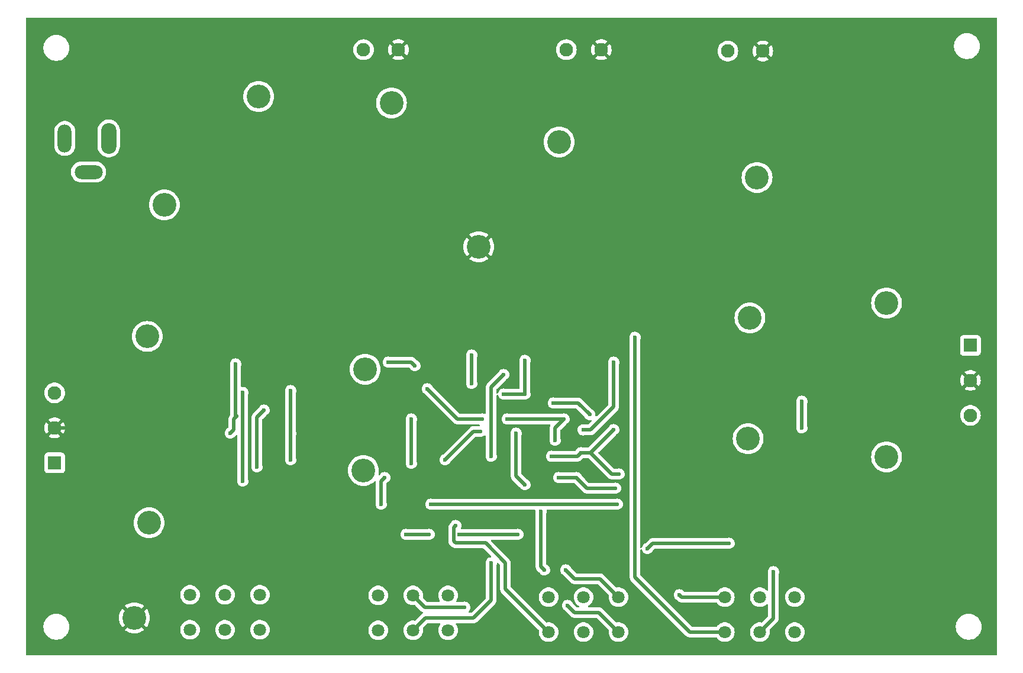
<source format=gbl>
G04 #@! TF.GenerationSoftware,KiCad,Pcbnew,8.0.8*
G04 #@! TF.CreationDate,2025-03-09T17:06:21-04:00*
G04 #@! TF.ProjectId,PreAmpEQ,50726541-6d70-4455-912e-6b696361645f,1.1*
G04 #@! TF.SameCoordinates,Original*
G04 #@! TF.FileFunction,Copper,L2,Bot*
G04 #@! TF.FilePolarity,Positive*
%FSLAX46Y46*%
G04 Gerber Fmt 4.6, Leading zero omitted, Abs format (unit mm)*
G04 Created by KiCad (PCBNEW 8.0.8) date 2025-03-09 17:06:21*
%MOMM*%
%LPD*%
G01*
G04 APERTURE LIST*
G04 #@! TA.AperFunction,ComponentPad*
%ADD10C,3.400000*%
G04 #@! TD*
G04 #@! TA.AperFunction,ComponentPad*
%ADD11C,1.950000*%
G04 #@! TD*
G04 #@! TA.AperFunction,ComponentPad*
%ADD12C,1.800000*%
G04 #@! TD*
G04 #@! TA.AperFunction,ComponentPad*
%ADD13O,2.200000X4.400000*%
G04 #@! TD*
G04 #@! TA.AperFunction,ComponentPad*
%ADD14O,2.000000X4.000000*%
G04 #@! TD*
G04 #@! TA.AperFunction,ComponentPad*
%ADD15O,4.000000X2.000000*%
G04 #@! TD*
G04 #@! TA.AperFunction,ComponentPad*
%ADD16R,1.950000X1.950000*%
G04 #@! TD*
G04 #@! TA.AperFunction,ViaPad*
%ADD17C,0.600000*%
G04 #@! TD*
G04 #@! TA.AperFunction,ViaPad*
%ADD18C,1.500000*%
G04 #@! TD*
G04 #@! TA.AperFunction,ViaPad*
%ADD19C,2.000000*%
G04 #@! TD*
G04 #@! TA.AperFunction,Conductor*
%ADD20C,0.500000*%
G04 #@! TD*
G04 APERTURE END LIST*
D10*
X95758000Y-125984000D03*
X100034000Y-66904000D03*
D11*
X157560000Y-44704000D03*
X162560000Y-44704000D03*
D10*
X97589500Y-85726000D03*
X183822000Y-83086000D03*
X203380000Y-80952000D03*
X184848000Y-62992000D03*
D12*
X155020000Y-128016000D03*
X160020000Y-128016000D03*
X165020000Y-128016000D03*
X155020000Y-123016000D03*
X160020000Y-123016000D03*
X165020000Y-123016000D03*
D13*
X92084000Y-57404000D03*
D14*
X85784000Y-57404000D03*
D15*
X89184000Y-62204000D03*
D10*
X128778000Y-90424000D03*
D16*
X215380000Y-87004500D03*
D11*
X215380000Y-92004500D03*
X215380000Y-97004500D03*
D10*
X145034000Y-72904000D03*
X203380000Y-102952000D03*
X183568000Y-100358000D03*
X156534000Y-57904000D03*
D11*
X180674000Y-44904000D03*
X185674000Y-44904000D03*
D12*
X103712000Y-127682000D03*
X108712000Y-127682000D03*
X113712000Y-127682000D03*
X103712000Y-122682000D03*
X108712000Y-122682000D03*
X113712000Y-122682000D03*
D10*
X97843500Y-112386000D03*
X132534000Y-52324000D03*
D16*
X84336000Y-103802000D03*
D11*
X84336000Y-98802000D03*
X84336000Y-93802000D03*
D12*
X180246000Y-128016000D03*
X185246000Y-128016000D03*
X190246000Y-128016000D03*
X180246000Y-123016000D03*
X185246000Y-123016000D03*
X190246000Y-123016000D03*
D11*
X128534000Y-44704000D03*
X133534000Y-44704000D03*
D12*
X130636000Y-127762000D03*
X135636000Y-127762000D03*
X140636000Y-127762000D03*
X130636000Y-122762000D03*
X135636000Y-122762000D03*
X140636000Y-122762000D03*
D10*
X128524000Y-104902000D03*
X113534000Y-51404000D03*
D17*
X108458000Y-97028000D03*
X116078000Y-96050000D03*
X169418000Y-94742000D03*
X171958000Y-91948000D03*
D18*
X145034000Y-46482000D03*
D17*
X195326000Y-91186000D03*
X128524000Y-61722000D03*
X156972000Y-93726000D03*
X183999500Y-91202000D03*
X203380000Y-92057000D03*
X120396000Y-90424000D03*
X161290000Y-74676000D03*
X91440000Y-98802000D03*
D19*
X171034000Y-53432000D03*
D17*
X134112000Y-61976000D03*
X182880000Y-77216000D03*
X152908000Y-74930000D03*
X115570000Y-90678000D03*
X124594000Y-60904000D03*
X157480000Y-74676000D03*
X159962000Y-99081500D03*
X191262000Y-94996000D03*
X118110000Y-99568000D03*
X164338000Y-89408000D03*
X118110000Y-93472000D03*
X118110000Y-103378000D03*
X191262000Y-98806000D03*
X155956000Y-100584000D03*
X145542000Y-97536000D03*
X110236000Y-89662000D03*
X110363000Y-97155000D03*
X132080000Y-89408000D03*
X135890000Y-89916000D03*
X137668000Y-93218000D03*
X149098000Y-97536000D03*
X157226000Y-97536000D03*
X109474000Y-99568000D03*
X114300000Y-96266000D03*
X113284000Y-104394000D03*
X111252000Y-93726000D03*
X111252000Y-106426000D03*
X131064000Y-109728000D03*
X138176000Y-109728000D03*
X131572000Y-105918000D03*
X164846000Y-109728000D03*
X151638000Y-89154000D03*
X148590000Y-93980000D03*
X160909000Y-96901000D03*
X151638000Y-93980000D03*
X155702000Y-95250000D03*
X164338000Y-99060000D03*
X165100000Y-105410000D03*
X155448000Y-102870000D03*
X159639000Y-102362000D03*
X159004000Y-105918000D03*
X156464000Y-105918000D03*
X164592000Y-107442000D03*
X157480000Y-119126000D03*
X137922000Y-114046000D03*
X142240000Y-114046000D03*
X150622000Y-114046000D03*
X134620000Y-114046000D03*
X140208000Y-103378000D03*
X145288000Y-99314000D03*
X154432000Y-119126000D03*
X151638000Y-106934000D03*
X157734000Y-124206000D03*
X150368000Y-99568000D03*
X153924000Y-110744000D03*
X169164000Y-116078000D03*
X180848000Y-115316000D03*
X187198000Y-119380000D03*
X167386000Y-85852000D03*
X173736000Y-122682000D03*
X143002000Y-124460000D03*
X146812000Y-102870000D03*
X146812000Y-118110000D03*
X148590000Y-91186000D03*
X141732000Y-112776000D03*
X144018000Y-88392000D03*
X144018000Y-92456000D03*
X135382000Y-97536000D03*
X135382000Y-103886000D03*
D20*
X91440000Y-98802000D02*
X84336000Y-98802000D01*
X118110000Y-99568000D02*
X118110000Y-93472000D01*
X164338000Y-95758000D02*
X164338000Y-89408000D01*
X191262000Y-94996000D02*
X191262000Y-98806000D01*
X159962000Y-99081500D02*
X161014500Y-99081500D01*
X161014500Y-99081500D02*
X164338000Y-95758000D01*
X118110000Y-99568000D02*
X118110000Y-103378000D01*
X110236000Y-97028000D02*
X110363000Y-97155000D01*
X149098000Y-97536000D02*
X157226000Y-97536000D01*
X141986000Y-97536000D02*
X145542000Y-97536000D01*
X135382000Y-89408000D02*
X135890000Y-89916000D01*
X110363000Y-97155000D02*
X109982000Y-97536000D01*
X109982000Y-99060000D02*
X109474000Y-99568000D01*
X109982000Y-97536000D02*
X109982000Y-99060000D01*
X155956000Y-98806000D02*
X157226000Y-97536000D01*
X110236000Y-89662000D02*
X110236000Y-97028000D01*
X132080000Y-89408000D02*
X135382000Y-89408000D01*
X155956000Y-100584000D02*
X155956000Y-98806000D01*
X137668000Y-93218000D02*
X141986000Y-97536000D01*
X113284000Y-97282000D02*
X114300000Y-96266000D01*
X113284000Y-104394000D02*
X113284000Y-97282000D01*
X111252000Y-106426000D02*
X111252000Y-93726000D01*
X131064000Y-106426000D02*
X131572000Y-105918000D01*
X131064000Y-109728000D02*
X131064000Y-106426000D01*
X164846000Y-109728000D02*
X138176000Y-109728000D01*
X159258000Y-95250000D02*
X160909000Y-96901000D01*
X148590000Y-93980000D02*
X151638000Y-93980000D01*
X151638000Y-89154000D02*
X151638000Y-93980000D01*
X155702000Y-95250000D02*
X159258000Y-95250000D01*
X159639000Y-102362000D02*
X159131000Y-102870000D01*
X164084000Y-105410000D02*
X161036000Y-102362000D01*
X161036000Y-102362000D02*
X159639000Y-102362000D01*
X165100000Y-105410000D02*
X164084000Y-105410000D01*
X164338000Y-99060000D02*
X161036000Y-102362000D01*
X159131000Y-102870000D02*
X155448000Y-102870000D01*
X164592000Y-107442000D02*
X160528000Y-107442000D01*
X159004000Y-105918000D02*
X156464000Y-105918000D01*
X160528000Y-107442000D02*
X159004000Y-105918000D01*
X162400000Y-120396000D02*
X165020000Y-123016000D01*
X158750000Y-120396000D02*
X162400000Y-120396000D01*
X157480000Y-119126000D02*
X158750000Y-120396000D01*
X137922000Y-114046000D02*
X134620000Y-114046000D01*
X150622000Y-114046000D02*
X142240000Y-114046000D01*
X144272000Y-99314000D02*
X145288000Y-99314000D01*
X140208000Y-103378000D02*
X144272000Y-99314000D01*
X157734000Y-124206000D02*
X158750000Y-125222000D01*
X150368000Y-105664000D02*
X151638000Y-106934000D01*
X162226000Y-125222000D02*
X165020000Y-128016000D01*
X150368000Y-99568000D02*
X150368000Y-105664000D01*
X153924000Y-110744000D02*
X153924000Y-118618000D01*
X153924000Y-118618000D02*
X154432000Y-119126000D01*
X158750000Y-125222000D02*
X162226000Y-125222000D01*
X180848000Y-115316000D02*
X169926000Y-115316000D01*
X169926000Y-115316000D02*
X169164000Y-116078000D01*
X187198000Y-119380000D02*
X187198000Y-126064000D01*
X187198000Y-126064000D02*
X185246000Y-128016000D01*
X175260000Y-128016000D02*
X180246000Y-128016000D01*
X167386000Y-120142000D02*
X175260000Y-128016000D01*
X167386000Y-85852000D02*
X167386000Y-120142000D01*
X173736000Y-122682000D02*
X174070000Y-123016000D01*
X174070000Y-123016000D02*
X180246000Y-123016000D01*
X137334000Y-124460000D02*
X135636000Y-122762000D01*
X143002000Y-124460000D02*
X137334000Y-124460000D01*
X137414000Y-125984000D02*
X135636000Y-127762000D01*
X148590000Y-91186000D02*
X146812000Y-92964000D01*
X146812000Y-123444000D02*
X144272000Y-125984000D01*
X144272000Y-125984000D02*
X137414000Y-125984000D01*
X146812000Y-102870000D02*
X146812000Y-92964000D01*
X146812000Y-118110000D02*
X146812000Y-123444000D01*
X141732000Y-115278000D02*
X141440000Y-114986000D01*
X155020000Y-128016000D02*
X148844000Y-121840000D01*
X146012000Y-115278000D02*
X141732000Y-115278000D01*
X148844000Y-121840000D02*
X148844000Y-118110000D01*
X141440000Y-114986000D02*
X141440000Y-113068000D01*
X148844000Y-118110000D02*
X146012000Y-115278000D01*
X144018000Y-88392000D02*
X144018000Y-92456000D01*
X141440000Y-113068000D02*
X141732000Y-112776000D01*
X135382000Y-97536000D02*
X135382000Y-103886000D01*
G04 #@! TA.AperFunction,Conductor*
G36*
X219152539Y-40144185D02*
G01*
X219198294Y-40196989D01*
X219209500Y-40248500D01*
X219209500Y-131201500D01*
X219189815Y-131268539D01*
X219137011Y-131314294D01*
X219085500Y-131325500D01*
X83642074Y-131325500D01*
X80380275Y-131319590D01*
X80313272Y-131299784D01*
X80267612Y-131246897D01*
X80256500Y-131195590D01*
X80256500Y-127132711D01*
X82731500Y-127132711D01*
X82731500Y-127375288D01*
X82755777Y-127559699D01*
X82763162Y-127615789D01*
X82788033Y-127708607D01*
X82825947Y-127850104D01*
X82894661Y-128015993D01*
X82918776Y-128074212D01*
X83040064Y-128284289D01*
X83040066Y-128284292D01*
X83040067Y-128284293D01*
X83187733Y-128476736D01*
X83187739Y-128476743D01*
X83359256Y-128648260D01*
X83359263Y-128648266D01*
X83447423Y-128715913D01*
X83551711Y-128795936D01*
X83761788Y-128917224D01*
X83985900Y-129010054D01*
X84220211Y-129072838D01*
X84400586Y-129096584D01*
X84460711Y-129104500D01*
X84460712Y-129104500D01*
X84703289Y-129104500D01*
X84751388Y-129098167D01*
X84943789Y-129072838D01*
X85178100Y-129010054D01*
X85402212Y-128917224D01*
X85612289Y-128795936D01*
X85804738Y-128648265D01*
X85976265Y-128476738D01*
X86123936Y-128284289D01*
X86245224Y-128074212D01*
X86338054Y-127850100D01*
X86400838Y-127615789D01*
X86432500Y-127375288D01*
X86432500Y-127132712D01*
X86400838Y-126892211D01*
X86338054Y-126657900D01*
X86245224Y-126433788D01*
X86123936Y-126223711D01*
X85976265Y-126031262D01*
X85976260Y-126031256D01*
X85928996Y-125983992D01*
X93553280Y-125983992D01*
X93553280Y-125984007D01*
X93572140Y-126271757D01*
X93572144Y-126271784D01*
X93628402Y-126554615D01*
X93628407Y-126554635D01*
X93721100Y-126827702D01*
X93721104Y-126827712D01*
X93848653Y-127086356D01*
X94008876Y-127326146D01*
X94008881Y-127326152D01*
X94033835Y-127354608D01*
X94033838Y-127354608D01*
X94949498Y-126438948D01*
X95039505Y-126573653D01*
X95168347Y-126702495D01*
X95303050Y-126792501D01*
X94387390Y-127708160D01*
X94387390Y-127708161D01*
X94415854Y-127733124D01*
X94655643Y-127893346D01*
X94914287Y-128020895D01*
X94914297Y-128020899D01*
X95187364Y-128113592D01*
X95187384Y-128113597D01*
X95470215Y-128169855D01*
X95470242Y-128169859D01*
X95757993Y-128188720D01*
X95758007Y-128188720D01*
X96045757Y-128169859D01*
X96045784Y-128169855D01*
X96328615Y-128113597D01*
X96328635Y-128113592D01*
X96601702Y-128020899D01*
X96601712Y-128020895D01*
X96860356Y-127893346D01*
X97100141Y-127733126D01*
X97100147Y-127733121D01*
X97128608Y-127708162D01*
X97128608Y-127708161D01*
X97102440Y-127681993D01*
X102306700Y-127681993D01*
X102306700Y-127682006D01*
X102325864Y-127913297D01*
X102325866Y-127913308D01*
X102382842Y-128138300D01*
X102476075Y-128350848D01*
X102603016Y-128545147D01*
X102603019Y-128545151D01*
X102603021Y-128545153D01*
X102760216Y-128715913D01*
X102760219Y-128715915D01*
X102760222Y-128715918D01*
X102943365Y-128858464D01*
X102943371Y-128858468D01*
X102943374Y-128858470D01*
X103147497Y-128968936D01*
X103261487Y-129008068D01*
X103367015Y-129044297D01*
X103367017Y-129044297D01*
X103367019Y-129044298D01*
X103595951Y-129082500D01*
X103595952Y-129082500D01*
X103828048Y-129082500D01*
X103828049Y-129082500D01*
X104056981Y-129044298D01*
X104276503Y-128968936D01*
X104480626Y-128858470D01*
X104663784Y-128715913D01*
X104820979Y-128545153D01*
X104947924Y-128350849D01*
X105041157Y-128138300D01*
X105098134Y-127913305D01*
X105103371Y-127850104D01*
X105117300Y-127682006D01*
X105117300Y-127681993D01*
X107306700Y-127681993D01*
X107306700Y-127682006D01*
X107325864Y-127913297D01*
X107325866Y-127913308D01*
X107382842Y-128138300D01*
X107476075Y-128350848D01*
X107603016Y-128545147D01*
X107603019Y-128545151D01*
X107603021Y-128545153D01*
X107760216Y-128715913D01*
X107760219Y-128715915D01*
X107760222Y-128715918D01*
X107943365Y-128858464D01*
X107943371Y-128858468D01*
X107943374Y-128858470D01*
X108147497Y-128968936D01*
X108261487Y-129008068D01*
X108367015Y-129044297D01*
X108367017Y-129044297D01*
X108367019Y-129044298D01*
X108595951Y-129082500D01*
X108595952Y-129082500D01*
X108828048Y-129082500D01*
X108828049Y-129082500D01*
X109056981Y-129044298D01*
X109276503Y-128968936D01*
X109480626Y-128858470D01*
X109663784Y-128715913D01*
X109820979Y-128545153D01*
X109947924Y-128350849D01*
X110041157Y-128138300D01*
X110098134Y-127913305D01*
X110103371Y-127850104D01*
X110117300Y-127682006D01*
X110117300Y-127681993D01*
X112306700Y-127681993D01*
X112306700Y-127682006D01*
X112325864Y-127913297D01*
X112325866Y-127913308D01*
X112382842Y-128138300D01*
X112476075Y-128350848D01*
X112603016Y-128545147D01*
X112603019Y-128545151D01*
X112603021Y-128545153D01*
X112760216Y-128715913D01*
X112760219Y-128715915D01*
X112760222Y-128715918D01*
X112943365Y-128858464D01*
X112943371Y-128858468D01*
X112943374Y-128858470D01*
X113147497Y-128968936D01*
X113261487Y-129008068D01*
X113367015Y-129044297D01*
X113367017Y-129044297D01*
X113367019Y-129044298D01*
X113595951Y-129082500D01*
X113595952Y-129082500D01*
X113828048Y-129082500D01*
X113828049Y-129082500D01*
X114056981Y-129044298D01*
X114276503Y-128968936D01*
X114480626Y-128858470D01*
X114663784Y-128715913D01*
X114820979Y-128545153D01*
X114947924Y-128350849D01*
X115041157Y-128138300D01*
X115098134Y-127913305D01*
X115103371Y-127850104D01*
X115110672Y-127761993D01*
X129230700Y-127761993D01*
X129230700Y-127762006D01*
X129249864Y-127993297D01*
X129249866Y-127993308D01*
X129306842Y-128218300D01*
X129400075Y-128430848D01*
X129527016Y-128625147D01*
X129527019Y-128625151D01*
X129527021Y-128625153D01*
X129684216Y-128795913D01*
X129684219Y-128795915D01*
X129684222Y-128795918D01*
X129867365Y-128938464D01*
X129867371Y-128938468D01*
X129867374Y-128938470D01*
X130071497Y-129048936D01*
X130169266Y-129082500D01*
X130291015Y-129124297D01*
X130291017Y-129124297D01*
X130291019Y-129124298D01*
X130519951Y-129162500D01*
X130519952Y-129162500D01*
X130752048Y-129162500D01*
X130752049Y-129162500D01*
X130980981Y-129124298D01*
X131200503Y-129048936D01*
X131404626Y-128938470D01*
X131431921Y-128917226D01*
X131480837Y-128879153D01*
X131587784Y-128795913D01*
X131744979Y-128625153D01*
X131871924Y-128430849D01*
X131965157Y-128218300D01*
X132022134Y-127993305D01*
X132028763Y-127913305D01*
X132041300Y-127762006D01*
X132041300Y-127761993D01*
X132022135Y-127530702D01*
X132022133Y-127530691D01*
X131965157Y-127305699D01*
X131871924Y-127093151D01*
X131744983Y-126898852D01*
X131744980Y-126898849D01*
X131744979Y-126898847D01*
X131587784Y-126728087D01*
X131587779Y-126728083D01*
X131587777Y-126728081D01*
X131404634Y-126585535D01*
X131404628Y-126585531D01*
X131200504Y-126475064D01*
X131200495Y-126475061D01*
X130980984Y-126399702D01*
X130809282Y-126371050D01*
X130752049Y-126361500D01*
X130519951Y-126361500D01*
X130474164Y-126369140D01*
X130291015Y-126399702D01*
X130071504Y-126475061D01*
X130071495Y-126475064D01*
X129867371Y-126585531D01*
X129867365Y-126585535D01*
X129684222Y-126728081D01*
X129684219Y-126728084D01*
X129684216Y-126728086D01*
X129684216Y-126728087D01*
X129675704Y-126737334D01*
X129527016Y-126898852D01*
X129400075Y-127093151D01*
X129306842Y-127305699D01*
X129249866Y-127530691D01*
X129249864Y-127530702D01*
X129230700Y-127761993D01*
X115110672Y-127761993D01*
X115117300Y-127682006D01*
X115117300Y-127681993D01*
X115098135Y-127450702D01*
X115098133Y-127450691D01*
X115041157Y-127225699D01*
X114947924Y-127013151D01*
X114820983Y-126818852D01*
X114820980Y-126818849D01*
X114820979Y-126818847D01*
X114663784Y-126648087D01*
X114663779Y-126648083D01*
X114663777Y-126648081D01*
X114480634Y-126505535D01*
X114480628Y-126505531D01*
X114276504Y-126395064D01*
X114276495Y-126395061D01*
X114056984Y-126319702D01*
X113885282Y-126291050D01*
X113828049Y-126281500D01*
X113595951Y-126281500D01*
X113550164Y-126289140D01*
X113367015Y-126319702D01*
X113147504Y-126395061D01*
X113147495Y-126395064D01*
X112943371Y-126505531D01*
X112943365Y-126505535D01*
X112760222Y-126648081D01*
X112760219Y-126648084D01*
X112760216Y-126648086D01*
X112760216Y-126648087D01*
X112755047Y-126653702D01*
X112603016Y-126818852D01*
X112476075Y-127013151D01*
X112382842Y-127225699D01*
X112325866Y-127450691D01*
X112325864Y-127450702D01*
X112306700Y-127681993D01*
X110117300Y-127681993D01*
X110098135Y-127450702D01*
X110098133Y-127450691D01*
X110041157Y-127225699D01*
X109947924Y-127013151D01*
X109820983Y-126818852D01*
X109820980Y-126818849D01*
X109820979Y-126818847D01*
X109663784Y-126648087D01*
X109663779Y-126648083D01*
X109663777Y-126648081D01*
X109480634Y-126505535D01*
X109480628Y-126505531D01*
X109276504Y-126395064D01*
X109276495Y-126395061D01*
X109056984Y-126319702D01*
X108885282Y-126291050D01*
X108828049Y-126281500D01*
X108595951Y-126281500D01*
X108550164Y-126289140D01*
X108367015Y-126319702D01*
X108147504Y-126395061D01*
X108147495Y-126395064D01*
X107943371Y-126505531D01*
X107943365Y-126505535D01*
X107760222Y-126648081D01*
X107760219Y-126648084D01*
X107760216Y-126648086D01*
X107760216Y-126648087D01*
X107755047Y-126653702D01*
X107603016Y-126818852D01*
X107476075Y-127013151D01*
X107382842Y-127225699D01*
X107325866Y-127450691D01*
X107325864Y-127450702D01*
X107306700Y-127681993D01*
X105117300Y-127681993D01*
X105098135Y-127450702D01*
X105098133Y-127450691D01*
X105041157Y-127225699D01*
X104947924Y-127013151D01*
X104820983Y-126818852D01*
X104820980Y-126818849D01*
X104820979Y-126818847D01*
X104663784Y-126648087D01*
X104663779Y-126648083D01*
X104663777Y-126648081D01*
X104480634Y-126505535D01*
X104480628Y-126505531D01*
X104276504Y-126395064D01*
X104276495Y-126395061D01*
X104056984Y-126319702D01*
X103885282Y-126291050D01*
X103828049Y-126281500D01*
X103595951Y-126281500D01*
X103550164Y-126289140D01*
X103367015Y-126319702D01*
X103147504Y-126395061D01*
X103147495Y-126395064D01*
X102943371Y-126505531D01*
X102943365Y-126505535D01*
X102760222Y-126648081D01*
X102760219Y-126648084D01*
X102760216Y-126648086D01*
X102760216Y-126648087D01*
X102755047Y-126653702D01*
X102603016Y-126818852D01*
X102476075Y-127013151D01*
X102382842Y-127225699D01*
X102325866Y-127450691D01*
X102325864Y-127450702D01*
X102306700Y-127681993D01*
X97102440Y-127681993D01*
X96212948Y-126792501D01*
X96347653Y-126702495D01*
X96476495Y-126573653D01*
X96566501Y-126438948D01*
X97482161Y-127354608D01*
X97482162Y-127354608D01*
X97507121Y-127326147D01*
X97507126Y-127326141D01*
X97667346Y-127086356D01*
X97794895Y-126827712D01*
X97794899Y-126827702D01*
X97887592Y-126554635D01*
X97887597Y-126554615D01*
X97943855Y-126271784D01*
X97943859Y-126271757D01*
X97962720Y-125984007D01*
X97962720Y-125983992D01*
X97943859Y-125696242D01*
X97943855Y-125696215D01*
X97887597Y-125413384D01*
X97887592Y-125413364D01*
X97794899Y-125140297D01*
X97794895Y-125140287D01*
X97667346Y-124881643D01*
X97507124Y-124641854D01*
X97482161Y-124613390D01*
X97482160Y-124613390D01*
X96566501Y-125529050D01*
X96476495Y-125394347D01*
X96347653Y-125265505D01*
X96212948Y-125175497D01*
X97128608Y-124259838D01*
X97128608Y-124259835D01*
X97100152Y-124234881D01*
X97100146Y-124234876D01*
X96860356Y-124074653D01*
X96601712Y-123947104D01*
X96601702Y-123947100D01*
X96328635Y-123854407D01*
X96328615Y-123854402D01*
X96045784Y-123798144D01*
X96045757Y-123798140D01*
X95758007Y-123779280D01*
X95757993Y-123779280D01*
X95470242Y-123798140D01*
X95470215Y-123798144D01*
X95187384Y-123854402D01*
X95187364Y-123854407D01*
X94914297Y-123947100D01*
X94914287Y-123947104D01*
X94655643Y-124074653D01*
X94415851Y-124234878D01*
X94387390Y-124259837D01*
X95303051Y-125175497D01*
X95168347Y-125265505D01*
X95039505Y-125394347D01*
X94949498Y-125529051D01*
X94033837Y-124613390D01*
X94008878Y-124641851D01*
X93848653Y-124881643D01*
X93721104Y-125140287D01*
X93721100Y-125140297D01*
X93628407Y-125413364D01*
X93628402Y-125413384D01*
X93572144Y-125696215D01*
X93572140Y-125696242D01*
X93553280Y-125983992D01*
X85928996Y-125983992D01*
X85804743Y-125859739D01*
X85804736Y-125859733D01*
X85612293Y-125712067D01*
X85612292Y-125712066D01*
X85612289Y-125712064D01*
X85402212Y-125590776D01*
X85402205Y-125590773D01*
X85178104Y-125497947D01*
X84943785Y-125435161D01*
X84703289Y-125403500D01*
X84703288Y-125403500D01*
X84460712Y-125403500D01*
X84460711Y-125403500D01*
X84220214Y-125435161D01*
X83985895Y-125497947D01*
X83761794Y-125590773D01*
X83761785Y-125590777D01*
X83579851Y-125695817D01*
X83569543Y-125701769D01*
X83551706Y-125712067D01*
X83359263Y-125859733D01*
X83359256Y-125859739D01*
X83187739Y-126031256D01*
X83187733Y-126031263D01*
X83040067Y-126223706D01*
X82918777Y-126433785D01*
X82918773Y-126433794D01*
X82825947Y-126657895D01*
X82763161Y-126892214D01*
X82731500Y-127132711D01*
X80256500Y-127132711D01*
X80256500Y-122681993D01*
X102306700Y-122681993D01*
X102306700Y-122682006D01*
X102325864Y-122913297D01*
X102325866Y-122913308D01*
X102382842Y-123138300D01*
X102476075Y-123350848D01*
X102603016Y-123545147D01*
X102603019Y-123545151D01*
X102603021Y-123545153D01*
X102760216Y-123715913D01*
X102760219Y-123715915D01*
X102760222Y-123715918D01*
X102943365Y-123858464D01*
X102943371Y-123858468D01*
X102943374Y-123858470D01*
X103147497Y-123968936D01*
X103261487Y-124008068D01*
X103367015Y-124044297D01*
X103367017Y-124044297D01*
X103367019Y-124044298D01*
X103595951Y-124082500D01*
X103595952Y-124082500D01*
X103828048Y-124082500D01*
X103828049Y-124082500D01*
X104056981Y-124044298D01*
X104276503Y-123968936D01*
X104480626Y-123858470D01*
X104483186Y-123856478D01*
X104560997Y-123795915D01*
X104663784Y-123715913D01*
X104820979Y-123545153D01*
X104947924Y-123350849D01*
X105041157Y-123138300D01*
X105098134Y-122913305D01*
X105102447Y-122861254D01*
X105117300Y-122682006D01*
X105117300Y-122681993D01*
X107306700Y-122681993D01*
X107306700Y-122682006D01*
X107325864Y-122913297D01*
X107325866Y-122913308D01*
X107382842Y-123138300D01*
X107476075Y-123350848D01*
X107603016Y-123545147D01*
X107603019Y-123545151D01*
X107603021Y-123545153D01*
X107760216Y-123715913D01*
X107760219Y-123715915D01*
X107760222Y-123715918D01*
X107943365Y-123858464D01*
X107943371Y-123858468D01*
X107943374Y-123858470D01*
X108147497Y-123968936D01*
X108261487Y-124008068D01*
X108367015Y-124044297D01*
X108367017Y-124044297D01*
X108367019Y-124044298D01*
X108595951Y-124082500D01*
X108595952Y-124082500D01*
X108828048Y-124082500D01*
X108828049Y-124082500D01*
X109056981Y-124044298D01*
X109276503Y-123968936D01*
X109480626Y-123858470D01*
X109483186Y-123856478D01*
X109560997Y-123795915D01*
X109663784Y-123715913D01*
X109820979Y-123545153D01*
X109947924Y-123350849D01*
X110041157Y-123138300D01*
X110098134Y-122913305D01*
X110102447Y-122861254D01*
X110117300Y-122682006D01*
X110117300Y-122681993D01*
X112306700Y-122681993D01*
X112306700Y-122682006D01*
X112325864Y-122913297D01*
X112325866Y-122913308D01*
X112382842Y-123138300D01*
X112476075Y-123350848D01*
X112603016Y-123545147D01*
X112603019Y-123545151D01*
X112603021Y-123545153D01*
X112760216Y-123715913D01*
X112760219Y-123715915D01*
X112760222Y-123715918D01*
X112943365Y-123858464D01*
X112943371Y-123858468D01*
X112943374Y-123858470D01*
X113147497Y-123968936D01*
X113261487Y-124008068D01*
X113367015Y-124044297D01*
X113367017Y-124044297D01*
X113367019Y-124044298D01*
X113595951Y-124082500D01*
X113595952Y-124082500D01*
X113828048Y-124082500D01*
X113828049Y-124082500D01*
X114056981Y-124044298D01*
X114276503Y-123968936D01*
X114480626Y-123858470D01*
X114483186Y-123856478D01*
X114560997Y-123795915D01*
X114663784Y-123715913D01*
X114820979Y-123545153D01*
X114947924Y-123350849D01*
X115041157Y-123138300D01*
X115098134Y-122913305D01*
X115102447Y-122861254D01*
X115110672Y-122761993D01*
X129230700Y-122761993D01*
X129230700Y-122762006D01*
X129249864Y-122993297D01*
X129249866Y-122993308D01*
X129306842Y-123218300D01*
X129400075Y-123430848D01*
X129527016Y-123625147D01*
X129527019Y-123625151D01*
X129527021Y-123625153D01*
X129684216Y-123795913D01*
X129684219Y-123795915D01*
X129684222Y-123795918D01*
X129867365Y-123938464D01*
X129867371Y-123938468D01*
X129867374Y-123938470D01*
X130071497Y-124048936D01*
X130146408Y-124074653D01*
X130291015Y-124124297D01*
X130291017Y-124124297D01*
X130291019Y-124124298D01*
X130519951Y-124162500D01*
X130519952Y-124162500D01*
X130752048Y-124162500D01*
X130752049Y-124162500D01*
X130980981Y-124124298D01*
X131200503Y-124048936D01*
X131404626Y-123938470D01*
X131425249Y-123922419D01*
X131480837Y-123879153D01*
X131587784Y-123795913D01*
X131744979Y-123625153D01*
X131871924Y-123430849D01*
X131965157Y-123218300D01*
X132022134Y-122993305D01*
X132028763Y-122913305D01*
X132041300Y-122762006D01*
X132041300Y-122761993D01*
X134230700Y-122761993D01*
X134230700Y-122762006D01*
X134249864Y-122993297D01*
X134249866Y-122993308D01*
X134306842Y-123218300D01*
X134400075Y-123430848D01*
X134527016Y-123625147D01*
X134527019Y-123625151D01*
X134527021Y-123625153D01*
X134684216Y-123795913D01*
X134684219Y-123795915D01*
X134684222Y-123795918D01*
X134867365Y-123938464D01*
X134867371Y-123938468D01*
X134867374Y-123938470D01*
X135071497Y-124048936D01*
X135146408Y-124074653D01*
X135291015Y-124124297D01*
X135291017Y-124124297D01*
X135291019Y-124124298D01*
X135519951Y-124162500D01*
X135519952Y-124162500D01*
X135752047Y-124162500D01*
X135752049Y-124162500D01*
X135880275Y-124141102D01*
X135949636Y-124149484D01*
X135988363Y-124175730D01*
X136751049Y-124938416D01*
X136834452Y-125021819D01*
X136855585Y-125042952D01*
X136978498Y-125125080D01*
X136978505Y-125125084D01*
X136992636Y-125130937D01*
X137047040Y-125174778D01*
X137069106Y-125241072D01*
X137051828Y-125308771D01*
X137014082Y-125348597D01*
X137009277Y-125351808D01*
X137009271Y-125351812D01*
X136935581Y-125401049D01*
X135988362Y-126348268D01*
X135927039Y-126381753D01*
X135880272Y-126382896D01*
X135752049Y-126361500D01*
X135519951Y-126361500D01*
X135474164Y-126369140D01*
X135291015Y-126399702D01*
X135071504Y-126475061D01*
X135071495Y-126475064D01*
X134867371Y-126585531D01*
X134867365Y-126585535D01*
X134684222Y-126728081D01*
X134684219Y-126728084D01*
X134684216Y-126728086D01*
X134684216Y-126728087D01*
X134675704Y-126737334D01*
X134527016Y-126898852D01*
X134400075Y-127093151D01*
X134306842Y-127305699D01*
X134249866Y-127530691D01*
X134249864Y-127530702D01*
X134230700Y-127761993D01*
X134230700Y-127762006D01*
X134249864Y-127993297D01*
X134249866Y-127993308D01*
X134306842Y-128218300D01*
X134400075Y-128430848D01*
X134527016Y-128625147D01*
X134527019Y-128625151D01*
X134527021Y-128625153D01*
X134684216Y-128795913D01*
X134684219Y-128795915D01*
X134684222Y-128795918D01*
X134867365Y-128938464D01*
X134867371Y-128938468D01*
X134867374Y-128938470D01*
X135071497Y-129048936D01*
X135169266Y-129082500D01*
X135291015Y-129124297D01*
X135291017Y-129124297D01*
X135291019Y-129124298D01*
X135519951Y-129162500D01*
X135519952Y-129162500D01*
X135752048Y-129162500D01*
X135752049Y-129162500D01*
X135980981Y-129124298D01*
X136200503Y-129048936D01*
X136404626Y-128938470D01*
X136431921Y-128917226D01*
X136480837Y-128879153D01*
X136587784Y-128795913D01*
X136744979Y-128625153D01*
X136871924Y-128430849D01*
X136965157Y-128218300D01*
X137022134Y-127993305D01*
X137028763Y-127913305D01*
X137041300Y-127762006D01*
X137041300Y-127761993D01*
X137022135Y-127530708D01*
X137022134Y-127530695D01*
X137020546Y-127524424D01*
X137023166Y-127454607D01*
X137053066Y-127406300D01*
X137688549Y-126770819D01*
X137749872Y-126737334D01*
X137776230Y-126734500D01*
X139405262Y-126734500D01*
X139472301Y-126754185D01*
X139518056Y-126806989D01*
X139528000Y-126876147D01*
X139509071Y-126926321D01*
X139400075Y-127093151D01*
X139306842Y-127305699D01*
X139249866Y-127530691D01*
X139249864Y-127530702D01*
X139230700Y-127761993D01*
X139230700Y-127762006D01*
X139249864Y-127993297D01*
X139249866Y-127993308D01*
X139306842Y-128218300D01*
X139400075Y-128430848D01*
X139527016Y-128625147D01*
X139527019Y-128625151D01*
X139527021Y-128625153D01*
X139684216Y-128795913D01*
X139684219Y-128795915D01*
X139684222Y-128795918D01*
X139867365Y-128938464D01*
X139867371Y-128938468D01*
X139867374Y-128938470D01*
X140071497Y-129048936D01*
X140169266Y-129082500D01*
X140291015Y-129124297D01*
X140291017Y-129124297D01*
X140291019Y-129124298D01*
X140519951Y-129162500D01*
X140519952Y-129162500D01*
X140752048Y-129162500D01*
X140752049Y-129162500D01*
X140980981Y-129124298D01*
X141200503Y-129048936D01*
X141404626Y-128938470D01*
X141431921Y-128917226D01*
X141480837Y-128879153D01*
X141587784Y-128795913D01*
X141744979Y-128625153D01*
X141871924Y-128430849D01*
X141965157Y-128218300D01*
X142022134Y-127993305D01*
X142028763Y-127913305D01*
X142041300Y-127762006D01*
X142041300Y-127761993D01*
X142022135Y-127530702D01*
X142022133Y-127530691D01*
X141965157Y-127305699D01*
X141871924Y-127093151D01*
X141762929Y-126926321D01*
X141742742Y-126859432D01*
X141761922Y-126792246D01*
X141814380Y-126746096D01*
X141866738Y-126734500D01*
X144345920Y-126734500D01*
X144443462Y-126715096D01*
X144490913Y-126705658D01*
X144606211Y-126657900D01*
X144627493Y-126649085D01*
X144627493Y-126649084D01*
X144627495Y-126649084D01*
X144688087Y-126608598D01*
X144688087Y-126608597D01*
X144688089Y-126608597D01*
X144740387Y-126573653D01*
X144750416Y-126566952D01*
X147394951Y-123922416D01*
X147477084Y-123799495D01*
X147533658Y-123662913D01*
X147547607Y-123592788D01*
X147555053Y-123555353D01*
X147562500Y-123517919D01*
X147562500Y-118409972D01*
X147569458Y-118369017D01*
X147579391Y-118340630D01*
X147597368Y-118289255D01*
X147605451Y-118217518D01*
X147632517Y-118153104D01*
X147690112Y-118113549D01*
X147759949Y-118111411D01*
X147816352Y-118143720D01*
X148057181Y-118384549D01*
X148090666Y-118445872D01*
X148093500Y-118472230D01*
X148093500Y-121913918D01*
X148093500Y-121913920D01*
X148093499Y-121913920D01*
X148122340Y-122058907D01*
X148122343Y-122058917D01*
X148178914Y-122195492D01*
X148211812Y-122244727D01*
X148211813Y-122244730D01*
X148261046Y-122318414D01*
X148261052Y-122318421D01*
X153602930Y-127660298D01*
X153636415Y-127721621D01*
X153635456Y-127778415D01*
X153633865Y-127784697D01*
X153614700Y-128015993D01*
X153614700Y-128016006D01*
X153633864Y-128247297D01*
X153633866Y-128247308D01*
X153690842Y-128472300D01*
X153784075Y-128684848D01*
X153911016Y-128879147D01*
X153911019Y-128879151D01*
X153911021Y-128879153D01*
X154068216Y-129049913D01*
X154068219Y-129049915D01*
X154068222Y-129049918D01*
X154251365Y-129192464D01*
X154251371Y-129192468D01*
X154251374Y-129192470D01*
X154455497Y-129302936D01*
X154569487Y-129342068D01*
X154675015Y-129378297D01*
X154675017Y-129378297D01*
X154675019Y-129378298D01*
X154903951Y-129416500D01*
X154903952Y-129416500D01*
X155136048Y-129416500D01*
X155136049Y-129416500D01*
X155364981Y-129378298D01*
X155584503Y-129302936D01*
X155788626Y-129192470D01*
X155971784Y-129049913D01*
X156128979Y-128879153D01*
X156255924Y-128684849D01*
X156349157Y-128472300D01*
X156406134Y-128247305D01*
X156406135Y-128247297D01*
X156425300Y-128016006D01*
X156425300Y-128015993D01*
X158614700Y-128015993D01*
X158614700Y-128016006D01*
X158633864Y-128247297D01*
X158633866Y-128247308D01*
X158690842Y-128472300D01*
X158784075Y-128684848D01*
X158911016Y-128879147D01*
X158911019Y-128879151D01*
X158911021Y-128879153D01*
X159068216Y-129049913D01*
X159068219Y-129049915D01*
X159068222Y-129049918D01*
X159251365Y-129192464D01*
X159251371Y-129192468D01*
X159251374Y-129192470D01*
X159455497Y-129302936D01*
X159569487Y-129342068D01*
X159675015Y-129378297D01*
X159675017Y-129378297D01*
X159675019Y-129378298D01*
X159903951Y-129416500D01*
X159903952Y-129416500D01*
X160136048Y-129416500D01*
X160136049Y-129416500D01*
X160364981Y-129378298D01*
X160584503Y-129302936D01*
X160788626Y-129192470D01*
X160971784Y-129049913D01*
X161128979Y-128879153D01*
X161255924Y-128684849D01*
X161349157Y-128472300D01*
X161406134Y-128247305D01*
X161406135Y-128247297D01*
X161425300Y-128016006D01*
X161425300Y-128015993D01*
X161406135Y-127784702D01*
X161406133Y-127784691D01*
X161349157Y-127559699D01*
X161255924Y-127347151D01*
X161128983Y-127152852D01*
X161128980Y-127152849D01*
X161128979Y-127152847D01*
X160971784Y-126982087D01*
X160971779Y-126982083D01*
X160971777Y-126982081D01*
X160788634Y-126839535D01*
X160788628Y-126839531D01*
X160584504Y-126729064D01*
X160584495Y-126729061D01*
X160364984Y-126653702D01*
X160193282Y-126625050D01*
X160136049Y-126615500D01*
X159903951Y-126615500D01*
X159858164Y-126623140D01*
X159675015Y-126653702D01*
X159455504Y-126729061D01*
X159455495Y-126729064D01*
X159251371Y-126839531D01*
X159251365Y-126839535D01*
X159068222Y-126982081D01*
X159068219Y-126982084D01*
X158911016Y-127152852D01*
X158784075Y-127347151D01*
X158690842Y-127559699D01*
X158633866Y-127784691D01*
X158633864Y-127784702D01*
X158614700Y-128015993D01*
X156425300Y-128015993D01*
X156406135Y-127784702D01*
X156406133Y-127784691D01*
X156349157Y-127559699D01*
X156255924Y-127347151D01*
X156128983Y-127152852D01*
X156128980Y-127152849D01*
X156128979Y-127152847D01*
X155971784Y-126982087D01*
X155971779Y-126982083D01*
X155971777Y-126982081D01*
X155788634Y-126839535D01*
X155788628Y-126839531D01*
X155584504Y-126729064D01*
X155584495Y-126729061D01*
X155364984Y-126653702D01*
X155193282Y-126625050D01*
X155136049Y-126615500D01*
X154903951Y-126615500D01*
X154775726Y-126636896D01*
X154706361Y-126628514D01*
X154667636Y-126602268D01*
X151081361Y-123015993D01*
X153614700Y-123015993D01*
X153614700Y-123016006D01*
X153633864Y-123247297D01*
X153633866Y-123247308D01*
X153690842Y-123472300D01*
X153784075Y-123684848D01*
X153911016Y-123879147D01*
X153911019Y-123879151D01*
X153911021Y-123879153D01*
X154068216Y-124049913D01*
X154068219Y-124049915D01*
X154068222Y-124049918D01*
X154251365Y-124192464D01*
X154251371Y-124192468D01*
X154251374Y-124192470D01*
X154455497Y-124302936D01*
X154533904Y-124329853D01*
X154675015Y-124378297D01*
X154675017Y-124378297D01*
X154675019Y-124378298D01*
X154903951Y-124416500D01*
X154903952Y-124416500D01*
X155136048Y-124416500D01*
X155136049Y-124416500D01*
X155364981Y-124378298D01*
X155584503Y-124302936D01*
X155763632Y-124205996D01*
X156928435Y-124205996D01*
X156928435Y-124206003D01*
X156948630Y-124385249D01*
X156948631Y-124385254D01*
X157008211Y-124555523D01*
X157011963Y-124561494D01*
X157104184Y-124708262D01*
X157231738Y-124835816D01*
X157384478Y-124931789D01*
X157384480Y-124931789D01*
X157384484Y-124931792D01*
X157390756Y-124934813D01*
X157389869Y-124936653D01*
X157425939Y-124959307D01*
X158271586Y-125804954D01*
X158295611Y-125821006D01*
X158331652Y-125845087D01*
X158394505Y-125887084D01*
X158394507Y-125887085D01*
X158394511Y-125887087D01*
X158531082Y-125943656D01*
X158531087Y-125943658D01*
X158531091Y-125943658D01*
X158531092Y-125943659D01*
X158676079Y-125972500D01*
X158676082Y-125972500D01*
X158676083Y-125972500D01*
X158823917Y-125972500D01*
X161863770Y-125972500D01*
X161930809Y-125992185D01*
X161951451Y-126008819D01*
X163602930Y-127660298D01*
X163636415Y-127721621D01*
X163635456Y-127778415D01*
X163633865Y-127784697D01*
X163614700Y-128015993D01*
X163614700Y-128016006D01*
X163633864Y-128247297D01*
X163633866Y-128247308D01*
X163690842Y-128472300D01*
X163784075Y-128684848D01*
X163911016Y-128879147D01*
X163911019Y-128879151D01*
X163911021Y-128879153D01*
X164068216Y-129049913D01*
X164068219Y-129049915D01*
X164068222Y-129049918D01*
X164251365Y-129192464D01*
X164251371Y-129192468D01*
X164251374Y-129192470D01*
X164455497Y-129302936D01*
X164569487Y-129342068D01*
X164675015Y-129378297D01*
X164675017Y-129378297D01*
X164675019Y-129378298D01*
X164903951Y-129416500D01*
X164903952Y-129416500D01*
X165136048Y-129416500D01*
X165136049Y-129416500D01*
X165364981Y-129378298D01*
X165584503Y-129302936D01*
X165788626Y-129192470D01*
X165971784Y-129049913D01*
X166128979Y-128879153D01*
X166255924Y-128684849D01*
X166349157Y-128472300D01*
X166406134Y-128247305D01*
X166406135Y-128247297D01*
X166425300Y-128016006D01*
X166425300Y-128015993D01*
X166406135Y-127784702D01*
X166406133Y-127784691D01*
X166349157Y-127559699D01*
X166255924Y-127347151D01*
X166128983Y-127152852D01*
X166128980Y-127152849D01*
X166128979Y-127152847D01*
X165971784Y-126982087D01*
X165971779Y-126982083D01*
X165971777Y-126982081D01*
X165788634Y-126839535D01*
X165788628Y-126839531D01*
X165584504Y-126729064D01*
X165584495Y-126729061D01*
X165364984Y-126653702D01*
X165193282Y-126625050D01*
X165136049Y-126615500D01*
X164903951Y-126615500D01*
X164775726Y-126636896D01*
X164706361Y-126628514D01*
X164667636Y-126602268D01*
X162704421Y-124639052D01*
X162704420Y-124639051D01*
X162588346Y-124561494D01*
X162588345Y-124561493D01*
X162581491Y-124556913D01*
X162444917Y-124500343D01*
X162444907Y-124500340D01*
X162299920Y-124471500D01*
X162299918Y-124471500D01*
X160762689Y-124471500D01*
X160695650Y-124451815D01*
X160649895Y-124399011D01*
X160639951Y-124329853D01*
X160668976Y-124266297D01*
X160703672Y-124238445D01*
X160718247Y-124230556D01*
X160788626Y-124192470D01*
X160971784Y-124049913D01*
X161128979Y-123879153D01*
X161255924Y-123684849D01*
X161349157Y-123472300D01*
X161406134Y-123247305D01*
X161406135Y-123247297D01*
X161425300Y-123016006D01*
X161425300Y-123015993D01*
X161406135Y-122784702D01*
X161406133Y-122784691D01*
X161349157Y-122559699D01*
X161255924Y-122347151D01*
X161128983Y-122152852D01*
X161128980Y-122152849D01*
X161128979Y-122152847D01*
X160971784Y-121982087D01*
X160971779Y-121982083D01*
X160971777Y-121982081D01*
X160788634Y-121839535D01*
X160788628Y-121839531D01*
X160584504Y-121729064D01*
X160584495Y-121729061D01*
X160364984Y-121653702D01*
X160193282Y-121625050D01*
X160136049Y-121615500D01*
X159903951Y-121615500D01*
X159858164Y-121623140D01*
X159675015Y-121653702D01*
X159455504Y-121729061D01*
X159455495Y-121729064D01*
X159251371Y-121839531D01*
X159251365Y-121839535D01*
X159068222Y-121982081D01*
X159068219Y-121982084D01*
X158911016Y-122152852D01*
X158784075Y-122347151D01*
X158690842Y-122559699D01*
X158633866Y-122784691D01*
X158633864Y-122784702D01*
X158614700Y-123015993D01*
X158614700Y-123016006D01*
X158633864Y-123247297D01*
X158633866Y-123247308D01*
X158690842Y-123472300D01*
X158784075Y-123684848D01*
X158911016Y-123879147D01*
X158911019Y-123879151D01*
X158911021Y-123879153D01*
X159068216Y-124049913D01*
X159068219Y-124049915D01*
X159068222Y-124049918D01*
X159251365Y-124192464D01*
X159251376Y-124192471D01*
X159336328Y-124238445D01*
X159385919Y-124287665D01*
X159401027Y-124355881D01*
X159376857Y-124421437D01*
X159321081Y-124463518D01*
X159277311Y-124471500D01*
X159112230Y-124471500D01*
X159045191Y-124451815D01*
X159024549Y-124435181D01*
X158487307Y-123897939D01*
X158464653Y-123861869D01*
X158462813Y-123862756D01*
X158459792Y-123856484D01*
X158459789Y-123856480D01*
X158459789Y-123856478D01*
X158363816Y-123703738D01*
X158236262Y-123576184D01*
X158223003Y-123567853D01*
X158083523Y-123480211D01*
X157913254Y-123420631D01*
X157913249Y-123420630D01*
X157734004Y-123400435D01*
X157733996Y-123400435D01*
X157554750Y-123420630D01*
X157554745Y-123420631D01*
X157384476Y-123480211D01*
X157231737Y-123576184D01*
X157104184Y-123703737D01*
X157008211Y-123856476D01*
X156948631Y-124026745D01*
X156948630Y-124026750D01*
X156928435Y-124205996D01*
X155763632Y-124205996D01*
X155788626Y-124192470D01*
X155971784Y-124049913D01*
X156128979Y-123879153D01*
X156255924Y-123684849D01*
X156349157Y-123472300D01*
X156406134Y-123247305D01*
X156406135Y-123247297D01*
X156425300Y-123016006D01*
X156425300Y-123015993D01*
X156406135Y-122784702D01*
X156406133Y-122784691D01*
X156349157Y-122559699D01*
X156255924Y-122347151D01*
X156128983Y-122152852D01*
X156128980Y-122152849D01*
X156128979Y-122152847D01*
X155971784Y-121982087D01*
X155971779Y-121982083D01*
X155971777Y-121982081D01*
X155788634Y-121839535D01*
X155788628Y-121839531D01*
X155584504Y-121729064D01*
X155584495Y-121729061D01*
X155364984Y-121653702D01*
X155193282Y-121625050D01*
X155136049Y-121615500D01*
X154903951Y-121615500D01*
X154858164Y-121623140D01*
X154675015Y-121653702D01*
X154455504Y-121729061D01*
X154455495Y-121729064D01*
X154251371Y-121839531D01*
X154251365Y-121839535D01*
X154068222Y-121982081D01*
X154068219Y-121982084D01*
X153911016Y-122152852D01*
X153784075Y-122347151D01*
X153690842Y-122559699D01*
X153633866Y-122784691D01*
X153633864Y-122784702D01*
X153614700Y-123015993D01*
X151081361Y-123015993D01*
X149630819Y-121565451D01*
X149597334Y-121504128D01*
X149594500Y-121477770D01*
X149594500Y-118036079D01*
X149565659Y-117891092D01*
X149565658Y-117891091D01*
X149565658Y-117891087D01*
X149509084Y-117754505D01*
X149456275Y-117675470D01*
X149456275Y-117675469D01*
X149441613Y-117653527D01*
X149426952Y-117631584D01*
X146803549Y-115008181D01*
X146770064Y-114946858D01*
X146775048Y-114877166D01*
X146816920Y-114821233D01*
X146882384Y-114796816D01*
X146891230Y-114796500D01*
X150322028Y-114796500D01*
X150362983Y-114803458D01*
X150442745Y-114831368D01*
X150442750Y-114831369D01*
X150621996Y-114851565D01*
X150622000Y-114851565D01*
X150622004Y-114851565D01*
X150801249Y-114831369D01*
X150801252Y-114831368D01*
X150801255Y-114831368D01*
X150971522Y-114771789D01*
X151124262Y-114675816D01*
X151251816Y-114548262D01*
X151347789Y-114395522D01*
X151407368Y-114225255D01*
X151407369Y-114225249D01*
X151427565Y-114046003D01*
X151427565Y-114045996D01*
X151407369Y-113866750D01*
X151407368Y-113866745D01*
X151347788Y-113696476D01*
X151251815Y-113543737D01*
X151124262Y-113416184D01*
X150971523Y-113320211D01*
X150801254Y-113260631D01*
X150801249Y-113260630D01*
X150622004Y-113240435D01*
X150621996Y-113240435D01*
X150442750Y-113260630D01*
X150442745Y-113260631D01*
X150362983Y-113288542D01*
X150322028Y-113295500D01*
X142573072Y-113295500D01*
X142506033Y-113275815D01*
X142460278Y-113223011D01*
X142450334Y-113153853D01*
X142456031Y-113130545D01*
X142517366Y-112955262D01*
X142517369Y-112955249D01*
X142537565Y-112776003D01*
X142537565Y-112775996D01*
X142517369Y-112596750D01*
X142517368Y-112596745D01*
X142465294Y-112447926D01*
X142457789Y-112426478D01*
X142361816Y-112273738D01*
X142234262Y-112146184D01*
X142157834Y-112098161D01*
X142081523Y-112050211D01*
X141911254Y-111990631D01*
X141911249Y-111990630D01*
X141732004Y-111970435D01*
X141731996Y-111970435D01*
X141552750Y-111990630D01*
X141552745Y-111990631D01*
X141382476Y-112050211D01*
X141229737Y-112146184D01*
X141102184Y-112273737D01*
X141006212Y-112426475D01*
X141003191Y-112432750D01*
X141001362Y-112431869D01*
X140978695Y-112467936D01*
X140857046Y-112589586D01*
X140852263Y-112596745D01*
X140837272Y-112619182D01*
X140805987Y-112666003D01*
X140774914Y-112712507D01*
X140718343Y-112849082D01*
X140718340Y-112849092D01*
X140689500Y-112994079D01*
X140689500Y-112994082D01*
X140689500Y-115059918D01*
X140689500Y-115059920D01*
X140689499Y-115059920D01*
X140718340Y-115204907D01*
X140718342Y-115204913D01*
X140764355Y-115316000D01*
X140774916Y-115341495D01*
X140807270Y-115389917D01*
X140857048Y-115464416D01*
X141149048Y-115756415D01*
X141149049Y-115756416D01*
X141210895Y-115818262D01*
X141253585Y-115860952D01*
X141376498Y-115943080D01*
X141376511Y-115943087D01*
X141513082Y-115999656D01*
X141513087Y-115999658D01*
X141513091Y-115999658D01*
X141513092Y-115999659D01*
X141658079Y-116028500D01*
X141658082Y-116028500D01*
X145649770Y-116028500D01*
X145716809Y-116048185D01*
X145737451Y-116064819D01*
X146778279Y-117105647D01*
X146811764Y-117166970D01*
X146806780Y-117236662D01*
X146764908Y-117292595D01*
X146704483Y-117316548D01*
X146632748Y-117324631D01*
X146632745Y-117324631D01*
X146462476Y-117384211D01*
X146309737Y-117480184D01*
X146182184Y-117607737D01*
X146086211Y-117760476D01*
X146026631Y-117930745D01*
X146026630Y-117930750D01*
X146006435Y-118109996D01*
X146006435Y-118110003D01*
X146026630Y-118289249D01*
X146026631Y-118289254D01*
X146054542Y-118369017D01*
X146061500Y-118409972D01*
X146061500Y-123081770D01*
X146041815Y-123148809D01*
X146025181Y-123169451D01*
X143997451Y-125197181D01*
X143936128Y-125230666D01*
X143909770Y-125233500D01*
X143659940Y-125233500D01*
X143592901Y-125213815D01*
X143547146Y-125161011D01*
X143537202Y-125091853D01*
X143566227Y-125028297D01*
X143572259Y-125021819D01*
X143631816Y-124962262D01*
X143727789Y-124809522D01*
X143787368Y-124639255D01*
X143787391Y-124639051D01*
X143807565Y-124460003D01*
X143807565Y-124459996D01*
X143787369Y-124280750D01*
X143787368Y-124280745D01*
X143761215Y-124206003D01*
X143727789Y-124110478D01*
X143631816Y-123957738D01*
X143504262Y-123830184D01*
X143492316Y-123822678D01*
X143351523Y-123734211D01*
X143181254Y-123674631D01*
X143181249Y-123674630D01*
X143002004Y-123654435D01*
X143001996Y-123654435D01*
X142822750Y-123674630D01*
X142822745Y-123674631D01*
X142742983Y-123702542D01*
X142702028Y-123709500D01*
X141919005Y-123709500D01*
X141851966Y-123689815D01*
X141806211Y-123637011D01*
X141796267Y-123567853D01*
X141815196Y-123517679D01*
X141869012Y-123435306D01*
X141871924Y-123430849D01*
X141965157Y-123218300D01*
X142022134Y-122993305D01*
X142028763Y-122913305D01*
X142041300Y-122762006D01*
X142041300Y-122761993D01*
X142022135Y-122530702D01*
X142022133Y-122530691D01*
X141965157Y-122305699D01*
X141871924Y-122093151D01*
X141744983Y-121898852D01*
X141744980Y-121898849D01*
X141744979Y-121898847D01*
X141587784Y-121728087D01*
X141587779Y-121728083D01*
X141587777Y-121728081D01*
X141404634Y-121585535D01*
X141404628Y-121585531D01*
X141200504Y-121475064D01*
X141200495Y-121475061D01*
X140980984Y-121399702D01*
X140809282Y-121371050D01*
X140752049Y-121361500D01*
X140519951Y-121361500D01*
X140474164Y-121369140D01*
X140291015Y-121399702D01*
X140071504Y-121475061D01*
X140071495Y-121475064D01*
X139867371Y-121585531D01*
X139867365Y-121585535D01*
X139684222Y-121728081D01*
X139684219Y-121728084D01*
X139684216Y-121728086D01*
X139684216Y-121728087D01*
X139683317Y-121729064D01*
X139527016Y-121898852D01*
X139400075Y-122093151D01*
X139306842Y-122305699D01*
X139249866Y-122530691D01*
X139249864Y-122530702D01*
X139230700Y-122761993D01*
X139230700Y-122762006D01*
X139249864Y-122993297D01*
X139249866Y-122993308D01*
X139306842Y-123218300D01*
X139400075Y-123430848D01*
X139456804Y-123517679D01*
X139476992Y-123584569D01*
X139457811Y-123651754D01*
X139405352Y-123697904D01*
X139352995Y-123709500D01*
X137696229Y-123709500D01*
X137629190Y-123689815D01*
X137608548Y-123673181D01*
X137053068Y-123117701D01*
X137019583Y-123056378D01*
X137020545Y-122999576D01*
X137022134Y-122993305D01*
X137028763Y-122913305D01*
X137041300Y-122762006D01*
X137041300Y-122761993D01*
X137022135Y-122530702D01*
X137022133Y-122530691D01*
X136965157Y-122305699D01*
X136871924Y-122093151D01*
X136744983Y-121898852D01*
X136744980Y-121898849D01*
X136744979Y-121898847D01*
X136587784Y-121728087D01*
X136587779Y-121728083D01*
X136587777Y-121728081D01*
X136404634Y-121585535D01*
X136404628Y-121585531D01*
X136200504Y-121475064D01*
X136200495Y-121475061D01*
X135980984Y-121399702D01*
X135809282Y-121371050D01*
X135752049Y-121361500D01*
X135519951Y-121361500D01*
X135474164Y-121369140D01*
X135291015Y-121399702D01*
X135071504Y-121475061D01*
X135071495Y-121475064D01*
X134867371Y-121585531D01*
X134867365Y-121585535D01*
X134684222Y-121728081D01*
X134684219Y-121728084D01*
X134684216Y-121728086D01*
X134684216Y-121728087D01*
X134683317Y-121729064D01*
X134527016Y-121898852D01*
X134400075Y-122093151D01*
X134306842Y-122305699D01*
X134249866Y-122530691D01*
X134249864Y-122530702D01*
X134230700Y-122761993D01*
X132041300Y-122761993D01*
X132022135Y-122530702D01*
X132022133Y-122530691D01*
X131965157Y-122305699D01*
X131871924Y-122093151D01*
X131744983Y-121898852D01*
X131744980Y-121898849D01*
X131744979Y-121898847D01*
X131587784Y-121728087D01*
X131587779Y-121728083D01*
X131587777Y-121728081D01*
X131404634Y-121585535D01*
X131404628Y-121585531D01*
X131200504Y-121475064D01*
X131200495Y-121475061D01*
X130980984Y-121399702D01*
X130809282Y-121371050D01*
X130752049Y-121361500D01*
X130519951Y-121361500D01*
X130474164Y-121369140D01*
X130291015Y-121399702D01*
X130071504Y-121475061D01*
X130071495Y-121475064D01*
X129867371Y-121585531D01*
X129867365Y-121585535D01*
X129684222Y-121728081D01*
X129684219Y-121728084D01*
X129684216Y-121728086D01*
X129684216Y-121728087D01*
X129683317Y-121729064D01*
X129527016Y-121898852D01*
X129400075Y-122093151D01*
X129306842Y-122305699D01*
X129249866Y-122530691D01*
X129249864Y-122530702D01*
X129230700Y-122761993D01*
X115110672Y-122761993D01*
X115117300Y-122682006D01*
X115117300Y-122681993D01*
X115098135Y-122450702D01*
X115098133Y-122450691D01*
X115041157Y-122225699D01*
X114947924Y-122013151D01*
X114820983Y-121818852D01*
X114820980Y-121818849D01*
X114820979Y-121818847D01*
X114663784Y-121648087D01*
X114663779Y-121648083D01*
X114663777Y-121648081D01*
X114480634Y-121505535D01*
X114480628Y-121505531D01*
X114276504Y-121395064D01*
X114276495Y-121395061D01*
X114056984Y-121319702D01*
X113885282Y-121291050D01*
X113828049Y-121281500D01*
X113595951Y-121281500D01*
X113550164Y-121289140D01*
X113367015Y-121319702D01*
X113147504Y-121395061D01*
X113147495Y-121395064D01*
X112943371Y-121505531D01*
X112943365Y-121505535D01*
X112760222Y-121648081D01*
X112760219Y-121648084D01*
X112603016Y-121818852D01*
X112476075Y-122013151D01*
X112382842Y-122225699D01*
X112325866Y-122450691D01*
X112325864Y-122450702D01*
X112306700Y-122681993D01*
X110117300Y-122681993D01*
X110098135Y-122450702D01*
X110098133Y-122450691D01*
X110041157Y-122225699D01*
X109947924Y-122013151D01*
X109820983Y-121818852D01*
X109820980Y-121818849D01*
X109820979Y-121818847D01*
X109663784Y-121648087D01*
X109663779Y-121648083D01*
X109663777Y-121648081D01*
X109480634Y-121505535D01*
X109480628Y-121505531D01*
X109276504Y-121395064D01*
X109276495Y-121395061D01*
X109056984Y-121319702D01*
X108885282Y-121291050D01*
X108828049Y-121281500D01*
X108595951Y-121281500D01*
X108550164Y-121289140D01*
X108367015Y-121319702D01*
X108147504Y-121395061D01*
X108147495Y-121395064D01*
X107943371Y-121505531D01*
X107943365Y-121505535D01*
X107760222Y-121648081D01*
X107760219Y-121648084D01*
X107603016Y-121818852D01*
X107476075Y-122013151D01*
X107382842Y-122225699D01*
X107325866Y-122450691D01*
X107325864Y-122450702D01*
X107306700Y-122681993D01*
X105117300Y-122681993D01*
X105098135Y-122450702D01*
X105098133Y-122450691D01*
X105041157Y-122225699D01*
X104947924Y-122013151D01*
X104820983Y-121818852D01*
X104820980Y-121818849D01*
X104820979Y-121818847D01*
X104663784Y-121648087D01*
X104663779Y-121648083D01*
X104663777Y-121648081D01*
X104480634Y-121505535D01*
X104480628Y-121505531D01*
X104276504Y-121395064D01*
X104276495Y-121395061D01*
X104056984Y-121319702D01*
X103885282Y-121291050D01*
X103828049Y-121281500D01*
X103595951Y-121281500D01*
X103550164Y-121289140D01*
X103367015Y-121319702D01*
X103147504Y-121395061D01*
X103147495Y-121395064D01*
X102943371Y-121505531D01*
X102943365Y-121505535D01*
X102760222Y-121648081D01*
X102760219Y-121648084D01*
X102603016Y-121818852D01*
X102476075Y-122013151D01*
X102382842Y-122225699D01*
X102325866Y-122450691D01*
X102325864Y-122450702D01*
X102306700Y-122681993D01*
X80256500Y-122681993D01*
X80256500Y-112386000D01*
X95638278Y-112386000D01*
X95653561Y-112619180D01*
X95657144Y-112673837D01*
X95657146Y-112673849D01*
X95713417Y-112956745D01*
X95713421Y-112956760D01*
X95806142Y-113229905D01*
X95933719Y-113488606D01*
X95933723Y-113488613D01*
X96093978Y-113728452D01*
X96284172Y-113945327D01*
X96501046Y-114135520D01*
X96740889Y-114295778D01*
X96999598Y-114423359D01*
X97272747Y-114516081D01*
X97555661Y-114572356D01*
X97843500Y-114591222D01*
X98131339Y-114572356D01*
X98414253Y-114516081D01*
X98687402Y-114423359D01*
X98946111Y-114295778D01*
X99185954Y-114135520D01*
X99288036Y-114045996D01*
X133814435Y-114045996D01*
X133814435Y-114046003D01*
X133834630Y-114225249D01*
X133834631Y-114225254D01*
X133894211Y-114395523D01*
X133911702Y-114423359D01*
X133990184Y-114548262D01*
X134117738Y-114675816D01*
X134270478Y-114771789D01*
X134411781Y-114821233D01*
X134440745Y-114831368D01*
X134440750Y-114831369D01*
X134619996Y-114851565D01*
X134620000Y-114851565D01*
X134620004Y-114851565D01*
X134799249Y-114831369D01*
X134799252Y-114831368D01*
X134799255Y-114831368D01*
X134879017Y-114803457D01*
X134919972Y-114796500D01*
X137622028Y-114796500D01*
X137662983Y-114803458D01*
X137742745Y-114831368D01*
X137742750Y-114831369D01*
X137921996Y-114851565D01*
X137922000Y-114851565D01*
X137922004Y-114851565D01*
X138101249Y-114831369D01*
X138101252Y-114831368D01*
X138101255Y-114831368D01*
X138271522Y-114771789D01*
X138424262Y-114675816D01*
X138551816Y-114548262D01*
X138647789Y-114395522D01*
X138707368Y-114225255D01*
X138707369Y-114225249D01*
X138727565Y-114046003D01*
X138727565Y-114045996D01*
X138707369Y-113866750D01*
X138707368Y-113866745D01*
X138647788Y-113696476D01*
X138551815Y-113543737D01*
X138424262Y-113416184D01*
X138271523Y-113320211D01*
X138101254Y-113260631D01*
X138101249Y-113260630D01*
X137922004Y-113240435D01*
X137921996Y-113240435D01*
X137742750Y-113260630D01*
X137742745Y-113260631D01*
X137662983Y-113288542D01*
X137622028Y-113295500D01*
X134919972Y-113295500D01*
X134879017Y-113288542D01*
X134799254Y-113260631D01*
X134799249Y-113260630D01*
X134620004Y-113240435D01*
X134619996Y-113240435D01*
X134440750Y-113260630D01*
X134440745Y-113260631D01*
X134270476Y-113320211D01*
X134117737Y-113416184D01*
X133990184Y-113543737D01*
X133894211Y-113696476D01*
X133834631Y-113866745D01*
X133834630Y-113866750D01*
X133814435Y-114045996D01*
X99288036Y-114045996D01*
X99402827Y-113945327D01*
X99593020Y-113728454D01*
X99753278Y-113488611D01*
X99880859Y-113229902D01*
X99973581Y-112956753D01*
X100029856Y-112673839D01*
X100048722Y-112386000D01*
X100029856Y-112098161D01*
X99973581Y-111815247D01*
X99880859Y-111542098D01*
X99753278Y-111283389D01*
X99593020Y-111043546D01*
X99557477Y-111003017D01*
X99402827Y-110826672D01*
X99185952Y-110636478D01*
X98946113Y-110476223D01*
X98946106Y-110476219D01*
X98687405Y-110348642D01*
X98414260Y-110255921D01*
X98414254Y-110255919D01*
X98414253Y-110255919D01*
X98414251Y-110255918D01*
X98414245Y-110255917D01*
X98131349Y-110199646D01*
X98131339Y-110199644D01*
X97843500Y-110180778D01*
X97555661Y-110199644D01*
X97555655Y-110199645D01*
X97555650Y-110199646D01*
X97272754Y-110255917D01*
X97272739Y-110255921D01*
X96999594Y-110348642D01*
X96740893Y-110476219D01*
X96740886Y-110476223D01*
X96501047Y-110636478D01*
X96284172Y-110826672D01*
X96093978Y-111043547D01*
X95933723Y-111283386D01*
X95933719Y-111283393D01*
X95806142Y-111542094D01*
X95713421Y-111815239D01*
X95713417Y-111815254D01*
X95666682Y-112050211D01*
X95657144Y-112098161D01*
X95638278Y-112386000D01*
X80256500Y-112386000D01*
X80256500Y-102779135D01*
X82860500Y-102779135D01*
X82860500Y-104824870D01*
X82860501Y-104824876D01*
X82866908Y-104884483D01*
X82917202Y-105019328D01*
X82917206Y-105019335D01*
X83003452Y-105134544D01*
X83003455Y-105134547D01*
X83118664Y-105220793D01*
X83118671Y-105220797D01*
X83253517Y-105271091D01*
X83253516Y-105271091D01*
X83260444Y-105271835D01*
X83313127Y-105277500D01*
X85358872Y-105277499D01*
X85418483Y-105271091D01*
X85553331Y-105220796D01*
X85668546Y-105134546D01*
X85754796Y-105019331D01*
X85805091Y-104884483D01*
X85811500Y-104824873D01*
X85811499Y-102779128D01*
X85805091Y-102719517D01*
X85803647Y-102715646D01*
X85754797Y-102584671D01*
X85754793Y-102584664D01*
X85668547Y-102469455D01*
X85668544Y-102469452D01*
X85553335Y-102383206D01*
X85553328Y-102383202D01*
X85418482Y-102332908D01*
X85418483Y-102332908D01*
X85358883Y-102326501D01*
X85358881Y-102326500D01*
X85358873Y-102326500D01*
X85358864Y-102326500D01*
X83313129Y-102326500D01*
X83313123Y-102326501D01*
X83253516Y-102332908D01*
X83118671Y-102383202D01*
X83118664Y-102383206D01*
X83003455Y-102469452D01*
X83003452Y-102469455D01*
X82917206Y-102584664D01*
X82917202Y-102584671D01*
X82866908Y-102719517D01*
X82860501Y-102779116D01*
X82860501Y-102779123D01*
X82860500Y-102779135D01*
X80256500Y-102779135D01*
X80256500Y-98801994D01*
X82855945Y-98801994D01*
X82855945Y-98802005D01*
X82876130Y-99045605D01*
X82936138Y-99282573D01*
X83034328Y-99506424D01*
X83130626Y-99653820D01*
X83734958Y-99049488D01*
X83759978Y-99109890D01*
X83831112Y-99216351D01*
X83921649Y-99306888D01*
X84028110Y-99378022D01*
X84088510Y-99403041D01*
X83483757Y-100007793D01*
X83483758Y-100007794D01*
X83526485Y-100041050D01*
X83526485Y-100041051D01*
X83741468Y-100157394D01*
X83741476Y-100157397D01*
X83972664Y-100236765D01*
X84213779Y-100277000D01*
X84458221Y-100277000D01*
X84699335Y-100236765D01*
X84930523Y-100157397D01*
X84930531Y-100157394D01*
X85145515Y-100041050D01*
X85145516Y-100041048D01*
X85188240Y-100007794D01*
X85188241Y-100007793D01*
X84583488Y-99403041D01*
X84643890Y-99378022D01*
X84750351Y-99306888D01*
X84840888Y-99216351D01*
X84912022Y-99109890D01*
X84937041Y-99049489D01*
X85541372Y-99653820D01*
X85597445Y-99567996D01*
X108668435Y-99567996D01*
X108668435Y-99568003D01*
X108688630Y-99747249D01*
X108688631Y-99747254D01*
X108748211Y-99917523D01*
X108825829Y-100041050D01*
X108844184Y-100070262D01*
X108971738Y-100197816D01*
X109124478Y-100293789D01*
X109294745Y-100353368D01*
X109294750Y-100353369D01*
X109473996Y-100373565D01*
X109474000Y-100373565D01*
X109474004Y-100373565D01*
X109653249Y-100353369D01*
X109653252Y-100353368D01*
X109653255Y-100353368D01*
X109823522Y-100293789D01*
X109976262Y-100197816D01*
X110103816Y-100070262D01*
X110199789Y-99917522D01*
X110199792Y-99917510D01*
X110202810Y-99911248D01*
X110204650Y-99912134D01*
X110227303Y-99876063D01*
X110289821Y-99813545D01*
X110351143Y-99780063D01*
X110420834Y-99785048D01*
X110476768Y-99826919D01*
X110501184Y-99892384D01*
X110501500Y-99901229D01*
X110501500Y-106126028D01*
X110494542Y-106166982D01*
X110466631Y-106246747D01*
X110446435Y-106425996D01*
X110446435Y-106426003D01*
X110466630Y-106605249D01*
X110466631Y-106605254D01*
X110526211Y-106775523D01*
X110548992Y-106811778D01*
X110622184Y-106928262D01*
X110749738Y-107055816D01*
X110902478Y-107151789D01*
X111072745Y-107211368D01*
X111072750Y-107211369D01*
X111251996Y-107231565D01*
X111252000Y-107231565D01*
X111252004Y-107231565D01*
X111431249Y-107211369D01*
X111431252Y-107211368D01*
X111431255Y-107211368D01*
X111601522Y-107151789D01*
X111754262Y-107055816D01*
X111881816Y-106928262D01*
X111977789Y-106775522D01*
X112037368Y-106605255D01*
X112039709Y-106584478D01*
X112057565Y-106426003D01*
X112057565Y-106425996D01*
X112037368Y-106246747D01*
X112037368Y-106246745D01*
X112009458Y-106166982D01*
X112002500Y-106126028D01*
X112002500Y-104393996D01*
X112478435Y-104393996D01*
X112478435Y-104394003D01*
X112498630Y-104573249D01*
X112498631Y-104573254D01*
X112558211Y-104743523D01*
X112646782Y-104884482D01*
X112654184Y-104896262D01*
X112781738Y-105023816D01*
X112934478Y-105119789D01*
X113070828Y-105167500D01*
X113104745Y-105179368D01*
X113104750Y-105179369D01*
X113283996Y-105199565D01*
X113284000Y-105199565D01*
X113284004Y-105199565D01*
X113463249Y-105179369D01*
X113463252Y-105179368D01*
X113463255Y-105179368D01*
X113633522Y-105119789D01*
X113786262Y-105023816D01*
X113908078Y-104902000D01*
X126318778Y-104902000D01*
X126337644Y-105189839D01*
X126337646Y-105189849D01*
X126393917Y-105472745D01*
X126393921Y-105472760D01*
X126486642Y-105745905D01*
X126614219Y-106004606D01*
X126614223Y-106004613D01*
X126774478Y-106244452D01*
X126964672Y-106461327D01*
X127181547Y-106651521D01*
X127386145Y-106788229D01*
X127421389Y-106811778D01*
X127680098Y-106939359D01*
X127953247Y-107032081D01*
X128236161Y-107088356D01*
X128524000Y-107107222D01*
X128811839Y-107088356D01*
X129094753Y-107032081D01*
X129367902Y-106939359D01*
X129626611Y-106811778D01*
X129866454Y-106651520D01*
X130083327Y-106461327D01*
X130096270Y-106446567D01*
X130155271Y-106409143D01*
X130225140Y-106409557D01*
X130283693Y-106447680D01*
X130312340Y-106511406D01*
X130313500Y-106528325D01*
X130313500Y-109428028D01*
X130306542Y-109468982D01*
X130278631Y-109548747D01*
X130258435Y-109727996D01*
X130258435Y-109728003D01*
X130278630Y-109907249D01*
X130278631Y-109907254D01*
X130338211Y-110077523D01*
X130403091Y-110180778D01*
X130434184Y-110230262D01*
X130561738Y-110357816D01*
X130714478Y-110453789D01*
X130884745Y-110513368D01*
X130884750Y-110513369D01*
X131063996Y-110533565D01*
X131064000Y-110533565D01*
X131064004Y-110533565D01*
X131243249Y-110513369D01*
X131243252Y-110513368D01*
X131243255Y-110513368D01*
X131413522Y-110453789D01*
X131566262Y-110357816D01*
X131693816Y-110230262D01*
X131789789Y-110077522D01*
X131849368Y-109907255D01*
X131869565Y-109728000D01*
X131869565Y-109727996D01*
X137370435Y-109727996D01*
X137370435Y-109728003D01*
X137390630Y-109907249D01*
X137390631Y-109907254D01*
X137450211Y-110077523D01*
X137515091Y-110180778D01*
X137546184Y-110230262D01*
X137673738Y-110357816D01*
X137826478Y-110453789D01*
X137996745Y-110513368D01*
X137996750Y-110513369D01*
X138175996Y-110533565D01*
X138176000Y-110533565D01*
X138176004Y-110533565D01*
X138355249Y-110513369D01*
X138355252Y-110513368D01*
X138355255Y-110513368D01*
X138435017Y-110485457D01*
X138475972Y-110478500D01*
X153009593Y-110478500D01*
X153076632Y-110498185D01*
X153122387Y-110550989D01*
X153132813Y-110616383D01*
X153118435Y-110743996D01*
X153118435Y-110744003D01*
X153138630Y-110923249D01*
X153138631Y-110923254D01*
X153166542Y-111003017D01*
X153173500Y-111043972D01*
X153173500Y-118691918D01*
X153173500Y-118691920D01*
X153173499Y-118691920D01*
X153202340Y-118836907D01*
X153202343Y-118836917D01*
X153258914Y-118973492D01*
X153291812Y-119022727D01*
X153291813Y-119022730D01*
X153341046Y-119096414D01*
X153341052Y-119096421D01*
X153678692Y-119434060D01*
X153701356Y-119470123D01*
X153703186Y-119469242D01*
X153706208Y-119475516D01*
X153706210Y-119475519D01*
X153706211Y-119475522D01*
X153802184Y-119628262D01*
X153929738Y-119755816D01*
X153967861Y-119779770D01*
X154049602Y-119831132D01*
X154082478Y-119851789D01*
X154161120Y-119879307D01*
X154252745Y-119911368D01*
X154252750Y-119911369D01*
X154431996Y-119931565D01*
X154432000Y-119931565D01*
X154432004Y-119931565D01*
X154611249Y-119911369D01*
X154611252Y-119911368D01*
X154611255Y-119911368D01*
X154781522Y-119851789D01*
X154934262Y-119755816D01*
X155061816Y-119628262D01*
X155157789Y-119475522D01*
X155217368Y-119305255D01*
X155229143Y-119200750D01*
X155237565Y-119126003D01*
X155237565Y-119125996D01*
X156674435Y-119125996D01*
X156674435Y-119126003D01*
X156694630Y-119305249D01*
X156694631Y-119305254D01*
X156754211Y-119475523D01*
X156806820Y-119559249D01*
X156850184Y-119628262D01*
X156977738Y-119755816D01*
X157130478Y-119851789D01*
X157130483Y-119851792D01*
X157136753Y-119854812D01*
X157135866Y-119856652D01*
X157171939Y-119879307D01*
X158271580Y-120978948D01*
X158271584Y-120978951D01*
X158394498Y-121061080D01*
X158394511Y-121061087D01*
X158531082Y-121117656D01*
X158531087Y-121117658D01*
X158531091Y-121117658D01*
X158531092Y-121117659D01*
X158676079Y-121146500D01*
X158676082Y-121146500D01*
X158823917Y-121146500D01*
X162037770Y-121146500D01*
X162104809Y-121166185D01*
X162125451Y-121182819D01*
X163602930Y-122660297D01*
X163636415Y-122721620D01*
X163635456Y-122778412D01*
X163633866Y-122784691D01*
X163633865Y-122784695D01*
X163614700Y-123015993D01*
X163614700Y-123016006D01*
X163633864Y-123247297D01*
X163633866Y-123247308D01*
X163690842Y-123472300D01*
X163784075Y-123684848D01*
X163911016Y-123879147D01*
X163911019Y-123879151D01*
X163911021Y-123879153D01*
X164068216Y-124049913D01*
X164068219Y-124049915D01*
X164068222Y-124049918D01*
X164251365Y-124192464D01*
X164251371Y-124192468D01*
X164251374Y-124192470D01*
X164455497Y-124302936D01*
X164533904Y-124329853D01*
X164675015Y-124378297D01*
X164675017Y-124378297D01*
X164675019Y-124378298D01*
X164903951Y-124416500D01*
X164903952Y-124416500D01*
X165136048Y-124416500D01*
X165136049Y-124416500D01*
X165364981Y-124378298D01*
X165584503Y-124302936D01*
X165788626Y-124192470D01*
X165971784Y-124049913D01*
X166128979Y-123879153D01*
X166255924Y-123684849D01*
X166349157Y-123472300D01*
X166406134Y-123247305D01*
X166406135Y-123247297D01*
X166425300Y-123016006D01*
X166425300Y-123015993D01*
X166406135Y-122784702D01*
X166406133Y-122784691D01*
X166349157Y-122559699D01*
X166255924Y-122347151D01*
X166128983Y-122152852D01*
X166128980Y-122152849D01*
X166128979Y-122152847D01*
X165971784Y-121982087D01*
X165971779Y-121982083D01*
X165971777Y-121982081D01*
X165788634Y-121839535D01*
X165788628Y-121839531D01*
X165584504Y-121729064D01*
X165584495Y-121729061D01*
X165364984Y-121653702D01*
X165193282Y-121625050D01*
X165136049Y-121615500D01*
X164903951Y-121615500D01*
X164775725Y-121636896D01*
X164706360Y-121628514D01*
X164667635Y-121602268D01*
X162878421Y-119813052D01*
X162878414Y-119813046D01*
X162804729Y-119763812D01*
X162804729Y-119763813D01*
X162755491Y-119730913D01*
X162618917Y-119674343D01*
X162618907Y-119674340D01*
X162473920Y-119645500D01*
X162473918Y-119645500D01*
X159112229Y-119645500D01*
X159045190Y-119625815D01*
X159024548Y-119609181D01*
X158233308Y-118817940D01*
X158210643Y-118781870D01*
X158208812Y-118782753D01*
X158205792Y-118776483D01*
X158189267Y-118750184D01*
X158109816Y-118623738D01*
X157982262Y-118496184D01*
X157829523Y-118400211D01*
X157659254Y-118340631D01*
X157659249Y-118340630D01*
X157480004Y-118320435D01*
X157479996Y-118320435D01*
X157300750Y-118340630D01*
X157300745Y-118340631D01*
X157130476Y-118400211D01*
X156977737Y-118496184D01*
X156850184Y-118623737D01*
X156754211Y-118776476D01*
X156694631Y-118946745D01*
X156694630Y-118946750D01*
X156674435Y-119125996D01*
X155237565Y-119125996D01*
X155217369Y-118946750D01*
X155217368Y-118946745D01*
X155193221Y-118877737D01*
X155157789Y-118776478D01*
X155141267Y-118750184D01*
X155061815Y-118623737D01*
X154934262Y-118496184D01*
X154896139Y-118472230D01*
X154781522Y-118400211D01*
X154781519Y-118400210D01*
X154781516Y-118400208D01*
X154775242Y-118397186D01*
X154776123Y-118395356D01*
X154740060Y-118372692D01*
X154710819Y-118343451D01*
X154677334Y-118282128D01*
X154674500Y-118255770D01*
X154674500Y-111043972D01*
X154681458Y-111003017D01*
X154709368Y-110923254D01*
X154709369Y-110923249D01*
X154729565Y-110744003D01*
X154729565Y-110743996D01*
X154715187Y-110616383D01*
X154727242Y-110547561D01*
X154774591Y-110496182D01*
X154838407Y-110478500D01*
X164546028Y-110478500D01*
X164586982Y-110485457D01*
X164666745Y-110513368D01*
X164666750Y-110513369D01*
X164845996Y-110533565D01*
X164846000Y-110533565D01*
X164846004Y-110533565D01*
X165025249Y-110513369D01*
X165025252Y-110513368D01*
X165025255Y-110513368D01*
X165195522Y-110453789D01*
X165348262Y-110357816D01*
X165475816Y-110230262D01*
X165571789Y-110077522D01*
X165631368Y-109907255D01*
X165651565Y-109728000D01*
X165631368Y-109548745D01*
X165571789Y-109378478D01*
X165475816Y-109225738D01*
X165348262Y-109098184D01*
X165195523Y-109002211D01*
X165025254Y-108942631D01*
X165025249Y-108942630D01*
X164846004Y-108922435D01*
X164845996Y-108922435D01*
X164666750Y-108942630D01*
X164666745Y-108942631D01*
X164586983Y-108970542D01*
X164546028Y-108977500D01*
X138475972Y-108977500D01*
X138435017Y-108970542D01*
X138355254Y-108942631D01*
X138355249Y-108942630D01*
X138176004Y-108922435D01*
X138175996Y-108922435D01*
X137996750Y-108942630D01*
X137996745Y-108942631D01*
X137826476Y-109002211D01*
X137673737Y-109098184D01*
X137546184Y-109225737D01*
X137450211Y-109378476D01*
X137390631Y-109548745D01*
X137390630Y-109548750D01*
X137370435Y-109727996D01*
X131869565Y-109727996D01*
X131849368Y-109548745D01*
X131821458Y-109468982D01*
X131814500Y-109428028D01*
X131814500Y-106788229D01*
X131834185Y-106721190D01*
X131850812Y-106700554D01*
X131880062Y-106671304D01*
X131916134Y-106648650D01*
X131915248Y-106646810D01*
X131921510Y-106643792D01*
X131921522Y-106643789D01*
X132074262Y-106547816D01*
X132201816Y-106420262D01*
X132297789Y-106267522D01*
X132357368Y-106097255D01*
X132365769Y-106022696D01*
X132377565Y-105918003D01*
X132377565Y-105917996D01*
X132357369Y-105738750D01*
X132357368Y-105738745D01*
X132305057Y-105589249D01*
X132297789Y-105568478D01*
X132201816Y-105415738D01*
X132074262Y-105288184D01*
X132047059Y-105271091D01*
X131921523Y-105192211D01*
X131751254Y-105132631D01*
X131751249Y-105132630D01*
X131572004Y-105112435D01*
X131571996Y-105112435D01*
X131392750Y-105132630D01*
X131392745Y-105132631D01*
X131222476Y-105192211D01*
X131069737Y-105288184D01*
X130942184Y-105415737D01*
X130942182Y-105415740D01*
X130895043Y-105490760D01*
X130842708Y-105537051D01*
X130773654Y-105547698D01*
X130709806Y-105519322D01*
X130671435Y-105460932D01*
X130668433Y-105400599D01*
X130710356Y-105189839D01*
X130729222Y-104902000D01*
X130710356Y-104614161D01*
X130654081Y-104331247D01*
X130561359Y-104058098D01*
X130433778Y-103799389D01*
X130358053Y-103686059D01*
X130273521Y-103559547D01*
X130083327Y-103342672D01*
X129866452Y-103152478D01*
X129626613Y-102992223D01*
X129626606Y-102992219D01*
X129367905Y-102864642D01*
X129094760Y-102771921D01*
X129094754Y-102771919D01*
X129094753Y-102771919D01*
X129094751Y-102771918D01*
X129094745Y-102771917D01*
X128811849Y-102715646D01*
X128811839Y-102715644D01*
X128524000Y-102696778D01*
X128236161Y-102715644D01*
X128236155Y-102715645D01*
X128236150Y-102715646D01*
X127953254Y-102771917D01*
X127953239Y-102771921D01*
X127680094Y-102864642D01*
X127421393Y-102992219D01*
X127421386Y-102992223D01*
X127181547Y-103152478D01*
X126964672Y-103342672D01*
X126774478Y-103559547D01*
X126614223Y-103799386D01*
X126614219Y-103799393D01*
X126486642Y-104058094D01*
X126393921Y-104331239D01*
X126393917Y-104331254D01*
X126338116Y-104611788D01*
X126337644Y-104614161D01*
X126318778Y-104902000D01*
X113908078Y-104902000D01*
X113913816Y-104896262D01*
X114009789Y-104743522D01*
X114069368Y-104573255D01*
X114089565Y-104394000D01*
X114088918Y-104388262D01*
X114069368Y-104214747D01*
X114069368Y-104214745D01*
X114041458Y-104134982D01*
X114034500Y-104094028D01*
X114034500Y-97644229D01*
X114054185Y-97577190D01*
X114070815Y-97556552D01*
X114608061Y-97019305D01*
X114644134Y-96996655D01*
X114643246Y-96994811D01*
X114649518Y-96991790D01*
X114649522Y-96991789D01*
X114802262Y-96895816D01*
X114929816Y-96768262D01*
X115025789Y-96615522D01*
X115085368Y-96445255D01*
X115090609Y-96398738D01*
X115105565Y-96266003D01*
X115105565Y-96265996D01*
X115085369Y-96086750D01*
X115085368Y-96086745D01*
X115057624Y-96007458D01*
X115025789Y-95916478D01*
X114929816Y-95763738D01*
X114802262Y-95636184D01*
X114649523Y-95540211D01*
X114479254Y-95480631D01*
X114479249Y-95480630D01*
X114300004Y-95460435D01*
X114299996Y-95460435D01*
X114120750Y-95480630D01*
X114120745Y-95480631D01*
X113950476Y-95540211D01*
X113797737Y-95636184D01*
X113670184Y-95763737D01*
X113574211Y-95916478D01*
X113571188Y-95922756D01*
X113569362Y-95921876D01*
X113546693Y-95957937D01*
X112701047Y-96803584D01*
X112701045Y-96803586D01*
X112678651Y-96837103D01*
X112669716Y-96850477D01*
X112644228Y-96888621D01*
X112618914Y-96926507D01*
X112562343Y-97063082D01*
X112562340Y-97063092D01*
X112533500Y-97208079D01*
X112533500Y-104094028D01*
X112526542Y-104134982D01*
X112498631Y-104214747D01*
X112478435Y-104393996D01*
X112002500Y-104393996D01*
X112002500Y-94025972D01*
X112009458Y-93985017D01*
X112037368Y-93905255D01*
X112037369Y-93905249D01*
X112057565Y-93726003D01*
X112057565Y-93725996D01*
X112037369Y-93546750D01*
X112037368Y-93546745D01*
X112011215Y-93472003D01*
X112011213Y-93471996D01*
X117304435Y-93471996D01*
X117304435Y-93472003D01*
X117324630Y-93651249D01*
X117324631Y-93651254D01*
X117352542Y-93731017D01*
X117359500Y-93771972D01*
X117359500Y-99268028D01*
X117352542Y-99308982D01*
X117324631Y-99388747D01*
X117304435Y-99567996D01*
X117304435Y-99568003D01*
X117324630Y-99747249D01*
X117324631Y-99747254D01*
X117352542Y-99827017D01*
X117359500Y-99867972D01*
X117359500Y-103078028D01*
X117352542Y-103118982D01*
X117324631Y-103198747D01*
X117304435Y-103377996D01*
X117304435Y-103378003D01*
X117324630Y-103557249D01*
X117324631Y-103557254D01*
X117384211Y-103727523D01*
X117480184Y-103880262D01*
X117607738Y-104007816D01*
X117760478Y-104103789D01*
X117930745Y-104163368D01*
X117930750Y-104163369D01*
X118109996Y-104183565D01*
X118110000Y-104183565D01*
X118110004Y-104183565D01*
X118289249Y-104163369D01*
X118289252Y-104163368D01*
X118289255Y-104163368D01*
X118459522Y-104103789D01*
X118612262Y-104007816D01*
X118739816Y-103880262D01*
X118835789Y-103727522D01*
X118895368Y-103557255D01*
X118899255Y-103522760D01*
X118915565Y-103378003D01*
X118915565Y-103377996D01*
X118897709Y-103219522D01*
X118895368Y-103198745D01*
X118867458Y-103118982D01*
X118860500Y-103078028D01*
X118860500Y-99867972D01*
X118867458Y-99827017D01*
X118874361Y-99807289D01*
X118895368Y-99747255D01*
X118895369Y-99747249D01*
X118915565Y-99568003D01*
X118915565Y-99567996D01*
X118900671Y-99435815D01*
X118895368Y-99388745D01*
X118867458Y-99308982D01*
X118860500Y-99268028D01*
X118860500Y-97535996D01*
X134576435Y-97535996D01*
X134576435Y-97536003D01*
X134596630Y-97715249D01*
X134596631Y-97715254D01*
X134624542Y-97795017D01*
X134631500Y-97835972D01*
X134631500Y-103586028D01*
X134624542Y-103626982D01*
X134596631Y-103706747D01*
X134576435Y-103885996D01*
X134576435Y-103886003D01*
X134596630Y-104065249D01*
X134596631Y-104065254D01*
X134656211Y-104235523D01*
X134693239Y-104294452D01*
X134752184Y-104388262D01*
X134879738Y-104515816D01*
X135032478Y-104611789D01*
X135168828Y-104659500D01*
X135202745Y-104671368D01*
X135202750Y-104671369D01*
X135381996Y-104691565D01*
X135382000Y-104691565D01*
X135382004Y-104691565D01*
X135561249Y-104671369D01*
X135561252Y-104671368D01*
X135561255Y-104671368D01*
X135731522Y-104611789D01*
X135884262Y-104515816D01*
X136011816Y-104388262D01*
X136107789Y-104235522D01*
X136167368Y-104065255D01*
X136167369Y-104065249D01*
X136187565Y-103886003D01*
X136187565Y-103885996D01*
X136167368Y-103706747D01*
X136167368Y-103706745D01*
X136139458Y-103626982D01*
X136132500Y-103586028D01*
X136132500Y-97835972D01*
X136139458Y-97795017D01*
X136167368Y-97715254D01*
X136167369Y-97715249D01*
X136187565Y-97536003D01*
X136187565Y-97535996D01*
X136167369Y-97356750D01*
X136167368Y-97356745D01*
X136130199Y-97250522D01*
X136107789Y-97186478D01*
X136011816Y-97033738D01*
X135884262Y-96906184D01*
X135876005Y-96900996D01*
X135731523Y-96810211D01*
X135561254Y-96750631D01*
X135561249Y-96750630D01*
X135382004Y-96730435D01*
X135381996Y-96730435D01*
X135202750Y-96750630D01*
X135202745Y-96750631D01*
X135032476Y-96810211D01*
X134879737Y-96906184D01*
X134752184Y-97033737D01*
X134656211Y-97186476D01*
X134596631Y-97356745D01*
X134596630Y-97356750D01*
X134576435Y-97535996D01*
X118860500Y-97535996D01*
X118860500Y-93771972D01*
X118867458Y-93731017D01*
X118895368Y-93651255D01*
X118897709Y-93630478D01*
X118915565Y-93472003D01*
X118915565Y-93471996D01*
X118895369Y-93292750D01*
X118895368Y-93292745D01*
X118869215Y-93218003D01*
X118869213Y-93217996D01*
X136862435Y-93217996D01*
X136862435Y-93218003D01*
X136882630Y-93397249D01*
X136882631Y-93397254D01*
X136942211Y-93567523D01*
X136981769Y-93630478D01*
X137038184Y-93720262D01*
X137165738Y-93847816D01*
X137186141Y-93860636D01*
X137318478Y-93943789D01*
X137324754Y-93946811D01*
X137323867Y-93948651D01*
X137359940Y-93971307D01*
X141507580Y-98118948D01*
X141507584Y-98118951D01*
X141630498Y-98201080D01*
X141630511Y-98201087D01*
X141695295Y-98227921D01*
X141767087Y-98257658D01*
X141767091Y-98257658D01*
X141767092Y-98257659D01*
X141912079Y-98286500D01*
X141912082Y-98286500D01*
X142059917Y-98286500D01*
X145070905Y-98286500D01*
X145137944Y-98306185D01*
X145183699Y-98358989D01*
X145193643Y-98428147D01*
X145164618Y-98491703D01*
X145111860Y-98527541D01*
X145028983Y-98556541D01*
X144988028Y-98563500D01*
X144198080Y-98563500D01*
X144053092Y-98592340D01*
X144053086Y-98592342D01*
X143916508Y-98648914D01*
X143916496Y-98648921D01*
X143867269Y-98681813D01*
X143793588Y-98731044D01*
X143793580Y-98731050D01*
X139899937Y-102624693D01*
X139863876Y-102647362D01*
X139864756Y-102649188D01*
X139858478Y-102652211D01*
X139705737Y-102748184D01*
X139578184Y-102875737D01*
X139482211Y-103028476D01*
X139422631Y-103198745D01*
X139422630Y-103198750D01*
X139402435Y-103377996D01*
X139402435Y-103378003D01*
X139422630Y-103557249D01*
X139422631Y-103557254D01*
X139482211Y-103727523D01*
X139578184Y-103880262D01*
X139705738Y-104007816D01*
X139858478Y-104103789D01*
X140028745Y-104163368D01*
X140028750Y-104163369D01*
X140207996Y-104183565D01*
X140208000Y-104183565D01*
X140208004Y-104183565D01*
X140387249Y-104163369D01*
X140387252Y-104163368D01*
X140387255Y-104163368D01*
X140557522Y-104103789D01*
X140710262Y-104007816D01*
X140837816Y-103880262D01*
X140933789Y-103727522D01*
X140933790Y-103727518D01*
X140936811Y-103721246D01*
X140938655Y-103722134D01*
X140961305Y-103686061D01*
X144546549Y-100100819D01*
X144607872Y-100067334D01*
X144634230Y-100064500D01*
X144988028Y-100064500D01*
X145028983Y-100071458D01*
X145108745Y-100099368D01*
X145108750Y-100099369D01*
X145287996Y-100119565D01*
X145288000Y-100119565D01*
X145288004Y-100119565D01*
X145467249Y-100099369D01*
X145467252Y-100099368D01*
X145467255Y-100099368D01*
X145637522Y-100039789D01*
X145790262Y-99943816D01*
X145849819Y-99884259D01*
X145911142Y-99850774D01*
X145980834Y-99855758D01*
X146036767Y-99897630D01*
X146061184Y-99963094D01*
X146061500Y-99971940D01*
X146061500Y-102570028D01*
X146054542Y-102610982D01*
X146026631Y-102690747D01*
X146006435Y-102869996D01*
X146006435Y-102870003D01*
X146026630Y-103049249D01*
X146026631Y-103049254D01*
X146086211Y-103219523D01*
X146098983Y-103239849D01*
X146182184Y-103372262D01*
X146309738Y-103499816D01*
X146400080Y-103556582D01*
X146455903Y-103591658D01*
X146462478Y-103595789D01*
X146552983Y-103627458D01*
X146632745Y-103655368D01*
X146632750Y-103655369D01*
X146811996Y-103675565D01*
X146812000Y-103675565D01*
X146812004Y-103675565D01*
X146991249Y-103655369D01*
X146991252Y-103655368D01*
X146991255Y-103655368D01*
X147161522Y-103595789D01*
X147314262Y-103499816D01*
X147441816Y-103372262D01*
X147537789Y-103219522D01*
X147597368Y-103049255D01*
X147599709Y-103028478D01*
X147617565Y-102870003D01*
X147617565Y-102869996D01*
X147598048Y-102696778D01*
X147597368Y-102690745D01*
X147569458Y-102610982D01*
X147562500Y-102570028D01*
X147562500Y-99567996D01*
X149562435Y-99567996D01*
X149562435Y-99568003D01*
X149582630Y-99747249D01*
X149582631Y-99747254D01*
X149610542Y-99827017D01*
X149617500Y-99867972D01*
X149617500Y-105737918D01*
X149617500Y-105737920D01*
X149617499Y-105737920D01*
X149646340Y-105882907D01*
X149646342Y-105882913D01*
X149691922Y-105992954D01*
X149702916Y-106019494D01*
X149702918Y-106019498D01*
X149705051Y-106022690D01*
X149705053Y-106022696D01*
X149705054Y-106022696D01*
X149785046Y-106142414D01*
X149785052Y-106142421D01*
X150884692Y-107242059D01*
X150907358Y-107278125D01*
X150909188Y-107277244D01*
X150912209Y-107283518D01*
X150912211Y-107283522D01*
X151008184Y-107436262D01*
X151135738Y-107563816D01*
X151288478Y-107659789D01*
X151458745Y-107719368D01*
X151458750Y-107719369D01*
X151637996Y-107739565D01*
X151638000Y-107739565D01*
X151638004Y-107739565D01*
X151817249Y-107719369D01*
X151817252Y-107719368D01*
X151817255Y-107719368D01*
X151987522Y-107659789D01*
X152140262Y-107563816D01*
X152267816Y-107436262D01*
X152363789Y-107283522D01*
X152423368Y-107113255D01*
X152425709Y-107092478D01*
X152443565Y-106934003D01*
X152443565Y-106933996D01*
X152423369Y-106754750D01*
X152423368Y-106754745D01*
X152395624Y-106675458D01*
X152363789Y-106584478D01*
X152267816Y-106431738D01*
X152140262Y-106304184D01*
X151987522Y-106208211D01*
X151987518Y-106208209D01*
X151981244Y-106205188D01*
X151982125Y-106203358D01*
X151946059Y-106180692D01*
X151683363Y-105917996D01*
X155658435Y-105917996D01*
X155658435Y-105918003D01*
X155678630Y-106097249D01*
X155678631Y-106097254D01*
X155738211Y-106267523D01*
X155827197Y-106409143D01*
X155834184Y-106420262D01*
X155961738Y-106547816D01*
X156114478Y-106643789D01*
X156250828Y-106691500D01*
X156284745Y-106703368D01*
X156284750Y-106703369D01*
X156463996Y-106723565D01*
X156464000Y-106723565D01*
X156464004Y-106723565D01*
X156643249Y-106703369D01*
X156643252Y-106703368D01*
X156643255Y-106703368D01*
X156723017Y-106675457D01*
X156763972Y-106668500D01*
X158641770Y-106668500D01*
X158708809Y-106688185D01*
X158729451Y-106704819D01*
X159945048Y-107920415D01*
X159945049Y-107920416D01*
X160049584Y-108024951D01*
X160049585Y-108024952D01*
X160172498Y-108107080D01*
X160172511Y-108107087D01*
X160309082Y-108163656D01*
X160309087Y-108163658D01*
X160309091Y-108163658D01*
X160309092Y-108163659D01*
X160454079Y-108192500D01*
X160454082Y-108192500D01*
X164292028Y-108192500D01*
X164332983Y-108199458D01*
X164412745Y-108227368D01*
X164412750Y-108227369D01*
X164591996Y-108247565D01*
X164592000Y-108247565D01*
X164592004Y-108247565D01*
X164771249Y-108227369D01*
X164771252Y-108227368D01*
X164771255Y-108227368D01*
X164941522Y-108167789D01*
X165094262Y-108071816D01*
X165221816Y-107944262D01*
X165317789Y-107791522D01*
X165377368Y-107621255D01*
X165397565Y-107442000D01*
X165396918Y-107436262D01*
X165377369Y-107262750D01*
X165377368Y-107262745D01*
X165317788Y-107092476D01*
X165221815Y-106939737D01*
X165094262Y-106812184D01*
X164941523Y-106716211D01*
X164771254Y-106656631D01*
X164771249Y-106656630D01*
X164592004Y-106636435D01*
X164591996Y-106636435D01*
X164412750Y-106656630D01*
X164412745Y-106656631D01*
X164332983Y-106684542D01*
X164292028Y-106691500D01*
X160890229Y-106691500D01*
X160823190Y-106671815D01*
X160802548Y-106655181D01*
X160289781Y-106142414D01*
X159757305Y-105609937D01*
X159734656Y-105573864D01*
X159732812Y-105574753D01*
X159729792Y-105568483D01*
X159633815Y-105415737D01*
X159506262Y-105288184D01*
X159353523Y-105192211D01*
X159183254Y-105132631D01*
X159183249Y-105132630D01*
X159004004Y-105112435D01*
X159003996Y-105112435D01*
X158824750Y-105132630D01*
X158824745Y-105132631D01*
X158744983Y-105160542D01*
X158704028Y-105167500D01*
X156763972Y-105167500D01*
X156723017Y-105160542D01*
X156643254Y-105132631D01*
X156643249Y-105132630D01*
X156464004Y-105112435D01*
X156463996Y-105112435D01*
X156284750Y-105132630D01*
X156284745Y-105132631D01*
X156114476Y-105192211D01*
X155961737Y-105288184D01*
X155834184Y-105415737D01*
X155738211Y-105568476D01*
X155678631Y-105738745D01*
X155678630Y-105738750D01*
X155658435Y-105917996D01*
X151683363Y-105917996D01*
X151154819Y-105389451D01*
X151121334Y-105328128D01*
X151118500Y-105301770D01*
X151118500Y-102869996D01*
X154642435Y-102869996D01*
X154642435Y-102870003D01*
X154662630Y-103049249D01*
X154662631Y-103049254D01*
X154722211Y-103219523D01*
X154734983Y-103239849D01*
X154818184Y-103372262D01*
X154945738Y-103499816D01*
X155036080Y-103556582D01*
X155091903Y-103591658D01*
X155098478Y-103595789D01*
X155188983Y-103627458D01*
X155268745Y-103655368D01*
X155268750Y-103655369D01*
X155447996Y-103675565D01*
X155448000Y-103675565D01*
X155448004Y-103675565D01*
X155627249Y-103655369D01*
X155627252Y-103655368D01*
X155627255Y-103655368D01*
X155707017Y-103627457D01*
X155747972Y-103620500D01*
X159204920Y-103620500D01*
X159302462Y-103601096D01*
X159349913Y-103591658D01*
X159486495Y-103535084D01*
X159540196Y-103499202D01*
X159609416Y-103452952D01*
X159913549Y-103148817D01*
X159974871Y-103115334D01*
X160001229Y-103112500D01*
X160673770Y-103112500D01*
X160740809Y-103132185D01*
X160761451Y-103148819D01*
X163605586Y-105992954D01*
X163623026Y-106004606D01*
X163675723Y-106039816D01*
X163728505Y-106075084D01*
X163728507Y-106075085D01*
X163728511Y-106075087D01*
X163851495Y-106126028D01*
X163865087Y-106131658D01*
X163865091Y-106131658D01*
X163865092Y-106131659D01*
X164010079Y-106160500D01*
X164010082Y-106160500D01*
X164010083Y-106160500D01*
X164157917Y-106160500D01*
X164800028Y-106160500D01*
X164840982Y-106167457D01*
X164920745Y-106195368D01*
X164920750Y-106195369D01*
X165099996Y-106215565D01*
X165100000Y-106215565D01*
X165100004Y-106215565D01*
X165279249Y-106195369D01*
X165279252Y-106195368D01*
X165279255Y-106195368D01*
X165449522Y-106135789D01*
X165602262Y-106039816D01*
X165729816Y-105912262D01*
X165825789Y-105759522D01*
X165885368Y-105589255D01*
X165887102Y-105573864D01*
X165905565Y-105410003D01*
X165905565Y-105409996D01*
X165885369Y-105230750D01*
X165885368Y-105230745D01*
X165853039Y-105138355D01*
X165825789Y-105060478D01*
X165729816Y-104907738D01*
X165602262Y-104780184D01*
X165449523Y-104684211D01*
X165279254Y-104624631D01*
X165279249Y-104624630D01*
X165100004Y-104604435D01*
X165099996Y-104604435D01*
X164920750Y-104624630D01*
X164920745Y-104624631D01*
X164840983Y-104652542D01*
X164800028Y-104659500D01*
X164446230Y-104659500D01*
X164379191Y-104639815D01*
X164358549Y-104623181D01*
X162185048Y-102449680D01*
X162151563Y-102388357D01*
X162156547Y-102318665D01*
X162185048Y-102274318D01*
X163373104Y-101086262D01*
X164646059Y-99813306D01*
X164682132Y-99790657D01*
X164681244Y-99788813D01*
X164687515Y-99785792D01*
X164687516Y-99785790D01*
X164687522Y-99785789D01*
X164840262Y-99689816D01*
X164967816Y-99562262D01*
X165063789Y-99409522D01*
X165123368Y-99239255D01*
X165125709Y-99218478D01*
X165143565Y-99060003D01*
X165143565Y-99059996D01*
X165123369Y-98880750D01*
X165123368Y-98880745D01*
X165097215Y-98806003D01*
X165063789Y-98710478D01*
X165047267Y-98684184D01*
X164986257Y-98587087D01*
X164967816Y-98557738D01*
X164840262Y-98430184D01*
X164772568Y-98387649D01*
X164687523Y-98334211D01*
X164517254Y-98274631D01*
X164517249Y-98274630D01*
X164338004Y-98254435D01*
X164337996Y-98254435D01*
X164158750Y-98274630D01*
X164158745Y-98274631D01*
X163988476Y-98334211D01*
X163835737Y-98430184D01*
X163708184Y-98557737D01*
X163612208Y-98710483D01*
X163609186Y-98716758D01*
X163607361Y-98715878D01*
X163584692Y-98751939D01*
X160761451Y-101575181D01*
X160700128Y-101608666D01*
X160673770Y-101611500D01*
X159938972Y-101611500D01*
X159898017Y-101604542D01*
X159818254Y-101576631D01*
X159818249Y-101576630D01*
X159639004Y-101556435D01*
X159638996Y-101556435D01*
X159459750Y-101576630D01*
X159459745Y-101576631D01*
X159289476Y-101636211D01*
X159136737Y-101732184D01*
X159009184Y-101859737D01*
X158913212Y-102012475D01*
X158910191Y-102018750D01*
X158908362Y-102017869D01*
X158885696Y-102053935D01*
X158856452Y-102083180D01*
X158795129Y-102116666D01*
X158768769Y-102119500D01*
X155747972Y-102119500D01*
X155707017Y-102112542D01*
X155627254Y-102084631D01*
X155627249Y-102084630D01*
X155448004Y-102064435D01*
X155447996Y-102064435D01*
X155268750Y-102084630D01*
X155268745Y-102084631D01*
X155098476Y-102144211D01*
X154945737Y-102240184D01*
X154818184Y-102367737D01*
X154722211Y-102520476D01*
X154662631Y-102690745D01*
X154662630Y-102690750D01*
X154642435Y-102869996D01*
X151118500Y-102869996D01*
X151118500Y-99867972D01*
X151125458Y-99827017D01*
X151132361Y-99807289D01*
X151153368Y-99747255D01*
X151153369Y-99747249D01*
X151173565Y-99568003D01*
X151173565Y-99567996D01*
X151153369Y-99388750D01*
X151153368Y-99388745D01*
X151124725Y-99306888D01*
X151093789Y-99218478D01*
X150997816Y-99065738D01*
X150870262Y-98938184D01*
X150717523Y-98842211D01*
X150547254Y-98782631D01*
X150547249Y-98782630D01*
X150368004Y-98762435D01*
X150367996Y-98762435D01*
X150188750Y-98782630D01*
X150188745Y-98782631D01*
X150018476Y-98842211D01*
X149865737Y-98938184D01*
X149738184Y-99065737D01*
X149642211Y-99218476D01*
X149582631Y-99388745D01*
X149582630Y-99388750D01*
X149562435Y-99567996D01*
X147562500Y-99567996D01*
X147562500Y-97535996D01*
X148292435Y-97535996D01*
X148292435Y-97536003D01*
X148312630Y-97715249D01*
X148312631Y-97715254D01*
X148372211Y-97885523D01*
X148390028Y-97913878D01*
X148468184Y-98038262D01*
X148595738Y-98165816D01*
X148686080Y-98222582D01*
X148745681Y-98260032D01*
X148748478Y-98261789D01*
X148916667Y-98320641D01*
X148918745Y-98321368D01*
X148918750Y-98321369D01*
X149097996Y-98341565D01*
X149098000Y-98341565D01*
X149098004Y-98341565D01*
X149277249Y-98321369D01*
X149277252Y-98321368D01*
X149277255Y-98321368D01*
X149357017Y-98293457D01*
X149397972Y-98286500D01*
X155173270Y-98286500D01*
X155240309Y-98306185D01*
X155286064Y-98358989D01*
X155296008Y-98428147D01*
X155287831Y-98457953D01*
X155234342Y-98587086D01*
X155234340Y-98587092D01*
X155205500Y-98732079D01*
X155205500Y-100284028D01*
X155198542Y-100324982D01*
X155170631Y-100404747D01*
X155150435Y-100583996D01*
X155150435Y-100584003D01*
X155170630Y-100763249D01*
X155170631Y-100763254D01*
X155230211Y-100933523D01*
X155298510Y-101042219D01*
X155326184Y-101086262D01*
X155453738Y-101213816D01*
X155606478Y-101309789D01*
X155776745Y-101369368D01*
X155776750Y-101369369D01*
X155955996Y-101389565D01*
X155956000Y-101389565D01*
X155956004Y-101389565D01*
X156135249Y-101369369D01*
X156135252Y-101369368D01*
X156135255Y-101369368D01*
X156305522Y-101309789D01*
X156458262Y-101213816D01*
X156585816Y-101086262D01*
X156681789Y-100933522D01*
X156741368Y-100763255D01*
X156741369Y-100763249D01*
X156761565Y-100584003D01*
X156761565Y-100583996D01*
X156741368Y-100404747D01*
X156741368Y-100404745D01*
X156713458Y-100324982D01*
X156706500Y-100284028D01*
X156706500Y-99168228D01*
X156726185Y-99101189D01*
X156742815Y-99080551D01*
X157534059Y-98289306D01*
X157570132Y-98266657D01*
X157569244Y-98264813D01*
X157575515Y-98261792D01*
X157575516Y-98261790D01*
X157575522Y-98261789D01*
X157728262Y-98165816D01*
X157855816Y-98038262D01*
X157951789Y-97885522D01*
X158011368Y-97715255D01*
X158012514Y-97705083D01*
X158031565Y-97536003D01*
X158031565Y-97535996D01*
X158011369Y-97356750D01*
X158011368Y-97356745D01*
X157974199Y-97250522D01*
X157951789Y-97186478D01*
X157855816Y-97033738D01*
X157728262Y-96906184D01*
X157720005Y-96900996D01*
X157575523Y-96810211D01*
X157405254Y-96750631D01*
X157405249Y-96750630D01*
X157226004Y-96730435D01*
X157225996Y-96730435D01*
X157046750Y-96750630D01*
X157046745Y-96750631D01*
X156966983Y-96778542D01*
X156926028Y-96785500D01*
X149397972Y-96785500D01*
X149357017Y-96778542D01*
X149277254Y-96750631D01*
X149277249Y-96750630D01*
X149098004Y-96730435D01*
X149097996Y-96730435D01*
X148918750Y-96750630D01*
X148918745Y-96750631D01*
X148748476Y-96810211D01*
X148595737Y-96906184D01*
X148468184Y-97033737D01*
X148372211Y-97186476D01*
X148312631Y-97356745D01*
X148312630Y-97356750D01*
X148292435Y-97535996D01*
X147562500Y-97535996D01*
X147562500Y-95249996D01*
X154896435Y-95249996D01*
X154896435Y-95250003D01*
X154916630Y-95429249D01*
X154916631Y-95429254D01*
X154976211Y-95599523D01*
X155007077Y-95648645D01*
X155072184Y-95752262D01*
X155199738Y-95879816D01*
X155352478Y-95975789D01*
X155522745Y-96035368D01*
X155522750Y-96035369D01*
X155701996Y-96055565D01*
X155702000Y-96055565D01*
X155702004Y-96055565D01*
X155881249Y-96035369D01*
X155881252Y-96035368D01*
X155881255Y-96035368D01*
X155961017Y-96007457D01*
X156001972Y-96000500D01*
X158895770Y-96000500D01*
X158962809Y-96020185D01*
X158983451Y-96036819D01*
X160155692Y-97209059D01*
X160178358Y-97245125D01*
X160180188Y-97244244D01*
X160183209Y-97250518D01*
X160183211Y-97250522D01*
X160279184Y-97403262D01*
X160406738Y-97530816D01*
X160559478Y-97626789D01*
X160609319Y-97644229D01*
X160729745Y-97686368D01*
X160729750Y-97686369D01*
X160908996Y-97706565D01*
X160909000Y-97706565D01*
X160909003Y-97706565D01*
X161029136Y-97693029D01*
X161097958Y-97705083D01*
X161149338Y-97752432D01*
X161166962Y-97820043D01*
X161145236Y-97886448D01*
X161130701Y-97903930D01*
X160739951Y-98294681D01*
X160678628Y-98328166D01*
X160652270Y-98331000D01*
X160261972Y-98331000D01*
X160221017Y-98324042D01*
X160141254Y-98296131D01*
X160141249Y-98296130D01*
X159962004Y-98275935D01*
X159961996Y-98275935D01*
X159782750Y-98296130D01*
X159782745Y-98296131D01*
X159612476Y-98355711D01*
X159459737Y-98451684D01*
X159332184Y-98579237D01*
X159236211Y-98731976D01*
X159176631Y-98902245D01*
X159176630Y-98902250D01*
X159156435Y-99081496D01*
X159156435Y-99081503D01*
X159176630Y-99260749D01*
X159176631Y-99260754D01*
X159236211Y-99431023D01*
X159322280Y-99568000D01*
X159332184Y-99583762D01*
X159459738Y-99711316D01*
X159515867Y-99746584D01*
X159605903Y-99803158D01*
X159612478Y-99807289D01*
X159782745Y-99866868D01*
X159782750Y-99866869D01*
X159961996Y-99887065D01*
X159962000Y-99887065D01*
X159962004Y-99887065D01*
X160141249Y-99866869D01*
X160141252Y-99866868D01*
X160141255Y-99866868D01*
X160221017Y-99838957D01*
X160261972Y-99832000D01*
X161088420Y-99832000D01*
X161185962Y-99812596D01*
X161233413Y-99803158D01*
X161369995Y-99746584D01*
X161423999Y-99710500D01*
X161492916Y-99664452D01*
X164920952Y-96236416D01*
X164970186Y-96162729D01*
X165003084Y-96113495D01*
X165059658Y-95976913D01*
X165078972Y-95879816D01*
X165088500Y-95831920D01*
X165088500Y-89707972D01*
X165095458Y-89667017D01*
X165123368Y-89587255D01*
X165123369Y-89587249D01*
X165143565Y-89408003D01*
X165143565Y-89407996D01*
X165123369Y-89228750D01*
X165123368Y-89228745D01*
X165108826Y-89187186D01*
X165063789Y-89058478D01*
X165047267Y-89032184D01*
X164967815Y-88905737D01*
X164840262Y-88778184D01*
X164687523Y-88682211D01*
X164517254Y-88622631D01*
X164517249Y-88622630D01*
X164338004Y-88602435D01*
X164337996Y-88602435D01*
X164158750Y-88622630D01*
X164158745Y-88622631D01*
X163988476Y-88682211D01*
X163835737Y-88778184D01*
X163708184Y-88905737D01*
X163612211Y-89058476D01*
X163552631Y-89228745D01*
X163552630Y-89228750D01*
X163532435Y-89407996D01*
X163532435Y-89408003D01*
X163552630Y-89587249D01*
X163552631Y-89587254D01*
X163580542Y-89667017D01*
X163587500Y-89707972D01*
X163587500Y-95395770D01*
X163567815Y-95462809D01*
X163551181Y-95483451D01*
X161911930Y-97122701D01*
X161850607Y-97156186D01*
X161780915Y-97151202D01*
X161724982Y-97109330D01*
X161700565Y-97043866D01*
X161701029Y-97021136D01*
X161714565Y-96901002D01*
X161714565Y-96900996D01*
X161694369Y-96721750D01*
X161694368Y-96721745D01*
X161634788Y-96551476D01*
X161595582Y-96489080D01*
X161538816Y-96398738D01*
X161411262Y-96271184D01*
X161258522Y-96175211D01*
X161258518Y-96175209D01*
X161252244Y-96172188D01*
X161253125Y-96170358D01*
X161217059Y-96147692D01*
X159736421Y-94667052D01*
X159736414Y-94667046D01*
X159662729Y-94617812D01*
X159662729Y-94617813D01*
X159613491Y-94584913D01*
X159476917Y-94528343D01*
X159476907Y-94528340D01*
X159331920Y-94499500D01*
X159331918Y-94499500D01*
X156001972Y-94499500D01*
X155961017Y-94492542D01*
X155881254Y-94464631D01*
X155881249Y-94464630D01*
X155702004Y-94444435D01*
X155701996Y-94444435D01*
X155522750Y-94464630D01*
X155522745Y-94464631D01*
X155352476Y-94524211D01*
X155199737Y-94620184D01*
X155072184Y-94747737D01*
X154976211Y-94900476D01*
X154916631Y-95070745D01*
X154916630Y-95070750D01*
X154896435Y-95249996D01*
X147562500Y-95249996D01*
X147562500Y-94197094D01*
X147582185Y-94130055D01*
X147634989Y-94084300D01*
X147704147Y-94074356D01*
X147767703Y-94103381D01*
X147803542Y-94156140D01*
X147864210Y-94329521D01*
X147887247Y-94366184D01*
X147960184Y-94482262D01*
X148087738Y-94609816D01*
X148240478Y-94705789D01*
X148410745Y-94765368D01*
X148410750Y-94765369D01*
X148589996Y-94785565D01*
X148590000Y-94785565D01*
X148590004Y-94785565D01*
X148769249Y-94765369D01*
X148769252Y-94765368D01*
X148769255Y-94765368D01*
X148849017Y-94737457D01*
X148889972Y-94730500D01*
X151338028Y-94730500D01*
X151378983Y-94737458D01*
X151458745Y-94765368D01*
X151458750Y-94765369D01*
X151637996Y-94785565D01*
X151638000Y-94785565D01*
X151638004Y-94785565D01*
X151817249Y-94765369D01*
X151817252Y-94765368D01*
X151817255Y-94765368D01*
X151987522Y-94705789D01*
X152140262Y-94609816D01*
X152267816Y-94482262D01*
X152363789Y-94329522D01*
X152423368Y-94159255D01*
X152426658Y-94130055D01*
X152443565Y-93980003D01*
X152443565Y-93979996D01*
X152423368Y-93800747D01*
X152423368Y-93800745D01*
X152395458Y-93720982D01*
X152388500Y-93680028D01*
X152388500Y-89453972D01*
X152395458Y-89413017D01*
X152423368Y-89333255D01*
X152424705Y-89321389D01*
X152443565Y-89154003D01*
X152443565Y-89153996D01*
X152423369Y-88974750D01*
X152423368Y-88974745D01*
X152384852Y-88864672D01*
X152363789Y-88804478D01*
X152347267Y-88778184D01*
X152286963Y-88682211D01*
X152267816Y-88651738D01*
X152140262Y-88524184D01*
X152069944Y-88480000D01*
X151987523Y-88428211D01*
X151817254Y-88368631D01*
X151817249Y-88368630D01*
X151638004Y-88348435D01*
X151637996Y-88348435D01*
X151458750Y-88368630D01*
X151458745Y-88368631D01*
X151288476Y-88428211D01*
X151135737Y-88524184D01*
X151008184Y-88651737D01*
X150912211Y-88804476D01*
X150852631Y-88974745D01*
X150852630Y-88974750D01*
X150832435Y-89153996D01*
X150832435Y-89154003D01*
X150852630Y-89333249D01*
X150852631Y-89333254D01*
X150880542Y-89413017D01*
X150887500Y-89453972D01*
X150887500Y-93105500D01*
X150867815Y-93172539D01*
X150815011Y-93218294D01*
X150763500Y-93229500D01*
X148889972Y-93229500D01*
X148849017Y-93222542D01*
X148769254Y-93194631D01*
X148769249Y-93194630D01*
X148590004Y-93174435D01*
X148589996Y-93174435D01*
X148410750Y-93194630D01*
X148410745Y-93194631D01*
X148240476Y-93254211D01*
X148087737Y-93350184D01*
X147960184Y-93477737D01*
X147864211Y-93630476D01*
X147803542Y-93803860D01*
X147762820Y-93860636D01*
X147697867Y-93886383D01*
X147629305Y-93872927D01*
X147578903Y-93824540D01*
X147562500Y-93762905D01*
X147562500Y-93326229D01*
X147582185Y-93259190D01*
X147598814Y-93238553D01*
X148898061Y-91939305D01*
X148934134Y-91916655D01*
X148933246Y-91914811D01*
X148939518Y-91911790D01*
X148939522Y-91911789D01*
X149092262Y-91815816D01*
X149219816Y-91688262D01*
X149315789Y-91535522D01*
X149375368Y-91365255D01*
X149382712Y-91300075D01*
X149395565Y-91186003D01*
X149395565Y-91185996D01*
X149375369Y-91006750D01*
X149375368Y-91006745D01*
X149330296Y-90877937D01*
X149315789Y-90836478D01*
X149219816Y-90683738D01*
X149092262Y-90556184D01*
X148939523Y-90460211D01*
X148769254Y-90400631D01*
X148769249Y-90400630D01*
X148590004Y-90380435D01*
X148589996Y-90380435D01*
X148410750Y-90400630D01*
X148410745Y-90400631D01*
X148240476Y-90460211D01*
X148087737Y-90556184D01*
X147960184Y-90683737D01*
X147864211Y-90836478D01*
X147861188Y-90842756D01*
X147859362Y-90841876D01*
X147836693Y-90877937D01*
X146229047Y-92485584D01*
X146229045Y-92485586D01*
X146199428Y-92529915D01*
X146199426Y-92529918D01*
X146146914Y-92608507D01*
X146090343Y-92745082D01*
X146090340Y-92745092D01*
X146061500Y-92890079D01*
X146061500Y-96694926D01*
X146041815Y-96761965D01*
X145989011Y-96807720D01*
X145919853Y-96817664D01*
X145896546Y-96811968D01*
X145721257Y-96750632D01*
X145721249Y-96750630D01*
X145542004Y-96730435D01*
X145541996Y-96730435D01*
X145362750Y-96750630D01*
X145362745Y-96750631D01*
X145282983Y-96778542D01*
X145242028Y-96785500D01*
X142348229Y-96785500D01*
X142281190Y-96765815D01*
X142260548Y-96749181D01*
X138421307Y-92909940D01*
X138398651Y-92873867D01*
X138396811Y-92874754D01*
X138393789Y-92868478D01*
X138297815Y-92715737D01*
X138170262Y-92588184D01*
X138017523Y-92492211D01*
X137847254Y-92432631D01*
X137847249Y-92432630D01*
X137668004Y-92412435D01*
X137667996Y-92412435D01*
X137488750Y-92432630D01*
X137488745Y-92432631D01*
X137318476Y-92492211D01*
X137165737Y-92588184D01*
X137038184Y-92715737D01*
X136942211Y-92868476D01*
X136882631Y-93038745D01*
X136882630Y-93038750D01*
X136862435Y-93217996D01*
X118869213Y-93217996D01*
X118835789Y-93122478D01*
X118819267Y-93096184D01*
X118758963Y-93000211D01*
X118739816Y-92969738D01*
X118612262Y-92842184D01*
X118563577Y-92811593D01*
X118459523Y-92746211D01*
X118289254Y-92686631D01*
X118289249Y-92686630D01*
X118110004Y-92666435D01*
X118109996Y-92666435D01*
X117930750Y-92686630D01*
X117930745Y-92686631D01*
X117760476Y-92746211D01*
X117607737Y-92842184D01*
X117480184Y-92969737D01*
X117384211Y-93122476D01*
X117324631Y-93292745D01*
X117324630Y-93292750D01*
X117304435Y-93471996D01*
X112011213Y-93471996D01*
X111977789Y-93376478D01*
X111967370Y-93359897D01*
X111894265Y-93243551D01*
X111881816Y-93223738D01*
X111754262Y-93096184D01*
X111601523Y-93000211D01*
X111431254Y-92940631D01*
X111431249Y-92940630D01*
X111252004Y-92920435D01*
X111251996Y-92920435D01*
X111124383Y-92934813D01*
X111055561Y-92922758D01*
X111004182Y-92875409D01*
X110986500Y-92811593D01*
X110986500Y-90424000D01*
X126572778Y-90424000D01*
X126591644Y-90711837D01*
X126591646Y-90711849D01*
X126647917Y-90994745D01*
X126647921Y-90994760D01*
X126740642Y-91267905D01*
X126868219Y-91526606D01*
X126868223Y-91526613D01*
X127028478Y-91766452D01*
X127218672Y-91983327D01*
X127415600Y-92156028D01*
X127435546Y-92173520D01*
X127675389Y-92333778D01*
X127934098Y-92461359D01*
X128207247Y-92554081D01*
X128490161Y-92610356D01*
X128778000Y-92629222D01*
X129065839Y-92610356D01*
X129348753Y-92554081D01*
X129621902Y-92461359D01*
X129880611Y-92333778D01*
X130120454Y-92173520D01*
X130337327Y-91983327D01*
X130527520Y-91766454D01*
X130687778Y-91526611D01*
X130815359Y-91267902D01*
X130908081Y-90994753D01*
X130964356Y-90711839D01*
X130983222Y-90424000D01*
X130964356Y-90136161D01*
X130908081Y-89853247D01*
X130815359Y-89580098D01*
X130730488Y-89407996D01*
X131274435Y-89407996D01*
X131274435Y-89408003D01*
X131294630Y-89587249D01*
X131294631Y-89587254D01*
X131354211Y-89757523D01*
X131406820Y-89841249D01*
X131450184Y-89910262D01*
X131577738Y-90037816D01*
X131730478Y-90133789D01*
X131900745Y-90193368D01*
X131900750Y-90193369D01*
X132079996Y-90213565D01*
X132080000Y-90213565D01*
X132080004Y-90213565D01*
X132259249Y-90193369D01*
X132259252Y-90193368D01*
X132259255Y-90193368D01*
X132339017Y-90165457D01*
X132379972Y-90158500D01*
X135019770Y-90158500D01*
X135086809Y-90178185D01*
X135107451Y-90194819D01*
X135136692Y-90224060D01*
X135159356Y-90260123D01*
X135161186Y-90259242D01*
X135164208Y-90265516D01*
X135164210Y-90265519D01*
X135164211Y-90265522D01*
X135260184Y-90418262D01*
X135387738Y-90545816D01*
X135540478Y-90641789D01*
X135710745Y-90701368D01*
X135710750Y-90701369D01*
X135889996Y-90721565D01*
X135890000Y-90721565D01*
X135890004Y-90721565D01*
X136069249Y-90701369D01*
X136069252Y-90701368D01*
X136069255Y-90701368D01*
X136239522Y-90641789D01*
X136392262Y-90545816D01*
X136519816Y-90418262D01*
X136615789Y-90265522D01*
X136675368Y-90095255D01*
X136681840Y-90037815D01*
X136695565Y-89916003D01*
X136695565Y-89915996D01*
X136675369Y-89736750D01*
X136675368Y-89736745D01*
X136649215Y-89662003D01*
X136615789Y-89566478D01*
X136519816Y-89413738D01*
X136392262Y-89286184D01*
X136239522Y-89190211D01*
X136239519Y-89190210D01*
X136239516Y-89190208D01*
X136233242Y-89187186D01*
X136234123Y-89185356D01*
X136198060Y-89162692D01*
X135860421Y-88825052D01*
X135860414Y-88825046D01*
X135786729Y-88775812D01*
X135786729Y-88775813D01*
X135737491Y-88742913D01*
X135600917Y-88686343D01*
X135600907Y-88686340D01*
X135455920Y-88657500D01*
X135455918Y-88657500D01*
X132379972Y-88657500D01*
X132339017Y-88650542D01*
X132259254Y-88622631D01*
X132259249Y-88622630D01*
X132080004Y-88602435D01*
X132079996Y-88602435D01*
X131900750Y-88622630D01*
X131900745Y-88622631D01*
X131730476Y-88682211D01*
X131577737Y-88778184D01*
X131450184Y-88905737D01*
X131354211Y-89058476D01*
X131294631Y-89228745D01*
X131294630Y-89228750D01*
X131274435Y-89407996D01*
X130730488Y-89407996D01*
X130687778Y-89321389D01*
X130600126Y-89190208D01*
X130527521Y-89081547D01*
X130337327Y-88864672D01*
X130120452Y-88674478D01*
X129880613Y-88514223D01*
X129880606Y-88514219D01*
X129632762Y-88391996D01*
X143212435Y-88391996D01*
X143212435Y-88392003D01*
X143232630Y-88571249D01*
X143232631Y-88571254D01*
X143260542Y-88651017D01*
X143267500Y-88691972D01*
X143267500Y-92156028D01*
X143260542Y-92196982D01*
X143232631Y-92276747D01*
X143212435Y-92455996D01*
X143212435Y-92456003D01*
X143232630Y-92635249D01*
X143232631Y-92635254D01*
X143292211Y-92805523D01*
X143346939Y-92892621D01*
X143388184Y-92958262D01*
X143515738Y-93085816D01*
X143547065Y-93105500D01*
X143653756Y-93172539D01*
X143668478Y-93181789D01*
X143804828Y-93229500D01*
X143838745Y-93241368D01*
X143838750Y-93241369D01*
X144017996Y-93261565D01*
X144018000Y-93261565D01*
X144018004Y-93261565D01*
X144197249Y-93241369D01*
X144197252Y-93241368D01*
X144197255Y-93241368D01*
X144367522Y-93181789D01*
X144520262Y-93085816D01*
X144647816Y-92958262D01*
X144743789Y-92805522D01*
X144803368Y-92635255D01*
X144804048Y-92629221D01*
X144823565Y-92456003D01*
X144823565Y-92455996D01*
X144803368Y-92276747D01*
X144803368Y-92276745D01*
X144775458Y-92196982D01*
X144768500Y-92156028D01*
X144768500Y-88691972D01*
X144775458Y-88651017D01*
X144785391Y-88622630D01*
X144803368Y-88571255D01*
X144809794Y-88514222D01*
X144823565Y-88392003D01*
X144823565Y-88391996D01*
X144803369Y-88212750D01*
X144803368Y-88212745D01*
X144759362Y-88086983D01*
X144743789Y-88042478D01*
X144647816Y-87889738D01*
X144520262Y-87762184D01*
X144367523Y-87666211D01*
X144197254Y-87606631D01*
X144197249Y-87606630D01*
X144018004Y-87586435D01*
X144017996Y-87586435D01*
X143838750Y-87606630D01*
X143838745Y-87606631D01*
X143668476Y-87666211D01*
X143515737Y-87762184D01*
X143388184Y-87889737D01*
X143292211Y-88042476D01*
X143232631Y-88212745D01*
X143232630Y-88212750D01*
X143212435Y-88391996D01*
X129632762Y-88391996D01*
X129621905Y-88386642D01*
X129348760Y-88293921D01*
X129348754Y-88293919D01*
X129348753Y-88293919D01*
X129348751Y-88293918D01*
X129348745Y-88293917D01*
X129065849Y-88237646D01*
X129065839Y-88237644D01*
X128778000Y-88218778D01*
X128490161Y-88237644D01*
X128490155Y-88237645D01*
X128490150Y-88237646D01*
X128207254Y-88293917D01*
X128207239Y-88293921D01*
X127934094Y-88386642D01*
X127675393Y-88514219D01*
X127675386Y-88514223D01*
X127435547Y-88674478D01*
X127218672Y-88864672D01*
X127028478Y-89081547D01*
X126868223Y-89321386D01*
X126868219Y-89321393D01*
X126740642Y-89580094D01*
X126647921Y-89853239D01*
X126647917Y-89853254D01*
X126592116Y-90133788D01*
X126591644Y-90136161D01*
X126587894Y-90193369D01*
X126572778Y-90424000D01*
X110986500Y-90424000D01*
X110986500Y-89961972D01*
X110993458Y-89921017D01*
X111021368Y-89841255D01*
X111021369Y-89841249D01*
X111041565Y-89662003D01*
X111041565Y-89661996D01*
X111021369Y-89482750D01*
X111021368Y-89482745D01*
X110995215Y-89408003D01*
X110961789Y-89312478D01*
X110945267Y-89286184D01*
X110884963Y-89190211D01*
X110865816Y-89159738D01*
X110738262Y-89032184D01*
X110585523Y-88936211D01*
X110415254Y-88876631D01*
X110415249Y-88876630D01*
X110236004Y-88856435D01*
X110235996Y-88856435D01*
X110056750Y-88876630D01*
X110056745Y-88876631D01*
X109886476Y-88936211D01*
X109733737Y-89032184D01*
X109606184Y-89159737D01*
X109510211Y-89312476D01*
X109450631Y-89482745D01*
X109450630Y-89482750D01*
X109430435Y-89661996D01*
X109430435Y-89662003D01*
X109450630Y-89841249D01*
X109450631Y-89841254D01*
X109478542Y-89921017D01*
X109485500Y-89961972D01*
X109485500Y-96919770D01*
X109465815Y-96986809D01*
X109449181Y-97007451D01*
X109399047Y-97057584D01*
X109399045Y-97057586D01*
X109369428Y-97101915D01*
X109369426Y-97101918D01*
X109316914Y-97180507D01*
X109260343Y-97317082D01*
X109260340Y-97317092D01*
X109231500Y-97462079D01*
X109231500Y-98697768D01*
X109211815Y-98764807D01*
X109195181Y-98785449D01*
X109165936Y-98814694D01*
X109129869Y-98837361D01*
X109130750Y-98839191D01*
X109124475Y-98842212D01*
X108971737Y-98938184D01*
X108844184Y-99065737D01*
X108748211Y-99218476D01*
X108688631Y-99388745D01*
X108688630Y-99388750D01*
X108668435Y-99567996D01*
X85597445Y-99567996D01*
X85637669Y-99506429D01*
X85735861Y-99282573D01*
X85795869Y-99045605D01*
X85816055Y-98802005D01*
X85816055Y-98801994D01*
X85795869Y-98558394D01*
X85735861Y-98321426D01*
X85637671Y-98097575D01*
X85541372Y-97950178D01*
X84937041Y-98554510D01*
X84912022Y-98494110D01*
X84840888Y-98387649D01*
X84750351Y-98297112D01*
X84643890Y-98225978D01*
X84583487Y-98200957D01*
X85188240Y-97596205D01*
X85188240Y-97596204D01*
X85145514Y-97562949D01*
X85145514Y-97562948D01*
X84930531Y-97446605D01*
X84930523Y-97446602D01*
X84699335Y-97367234D01*
X84458221Y-97327000D01*
X84213779Y-97327000D01*
X83972664Y-97367234D01*
X83741476Y-97446602D01*
X83741468Y-97446605D01*
X83526484Y-97562949D01*
X83526478Y-97562953D01*
X83483758Y-97596203D01*
X83483758Y-97596205D01*
X84088511Y-98200958D01*
X84028110Y-98225978D01*
X83921649Y-98297112D01*
X83831112Y-98387649D01*
X83759978Y-98494110D01*
X83734958Y-98554511D01*
X83130626Y-97950178D01*
X83034329Y-98097572D01*
X82936138Y-98321426D01*
X82876130Y-98558394D01*
X82855945Y-98801994D01*
X80256500Y-98801994D01*
X80256500Y-93801994D01*
X82855443Y-93801994D01*
X82855443Y-93802005D01*
X82875634Y-94045683D01*
X82875636Y-94045695D01*
X82935663Y-94282734D01*
X83033888Y-94506666D01*
X83167632Y-94711378D01*
X83333242Y-94891277D01*
X83333252Y-94891286D01*
X83345062Y-94900478D01*
X83526212Y-95041473D01*
X83741267Y-95157855D01*
X83741270Y-95157856D01*
X83972541Y-95237251D01*
X83972543Y-95237251D01*
X83972545Y-95237252D01*
X84213737Y-95277500D01*
X84213738Y-95277500D01*
X84458262Y-95277500D01*
X84458263Y-95277500D01*
X84699455Y-95237252D01*
X84930733Y-95157855D01*
X85145788Y-95041473D01*
X85338754Y-94891281D01*
X85504368Y-94711377D01*
X85638111Y-94506667D01*
X85736336Y-94282736D01*
X85796364Y-94045692D01*
X85801807Y-93980003D01*
X85816557Y-93802005D01*
X85816557Y-93801994D01*
X85796365Y-93558316D01*
X85796363Y-93558304D01*
X85775961Y-93477738D01*
X85736336Y-93321264D01*
X85638111Y-93097333D01*
X85599834Y-93038745D01*
X85504367Y-92892621D01*
X85338757Y-92712722D01*
X85338747Y-92712713D01*
X85145791Y-92562529D01*
X85145787Y-92562526D01*
X84930734Y-92446145D01*
X84930729Y-92446143D01*
X84699458Y-92366748D01*
X84501865Y-92333776D01*
X84458263Y-92326500D01*
X84213737Y-92326500D01*
X84170135Y-92333776D01*
X83972541Y-92366748D01*
X83741270Y-92446143D01*
X83741265Y-92446145D01*
X83526212Y-92562526D01*
X83526208Y-92562529D01*
X83333252Y-92712713D01*
X83333242Y-92712722D01*
X83167632Y-92892621D01*
X83033888Y-93097333D01*
X82935663Y-93321265D01*
X82875636Y-93558304D01*
X82875634Y-93558316D01*
X82855443Y-93801994D01*
X80256500Y-93801994D01*
X80256500Y-85726000D01*
X95384278Y-85726000D01*
X95401032Y-85981623D01*
X95403144Y-86013837D01*
X95403146Y-86013849D01*
X95459417Y-86296745D01*
X95459421Y-86296760D01*
X95552142Y-86569905D01*
X95679719Y-86828606D01*
X95679723Y-86828613D01*
X95839978Y-87068452D01*
X96030172Y-87285327D01*
X96247046Y-87475520D01*
X96486889Y-87635778D01*
X96745598Y-87763359D01*
X97018747Y-87856081D01*
X97301661Y-87912356D01*
X97589500Y-87931222D01*
X97877339Y-87912356D01*
X98160253Y-87856081D01*
X98433402Y-87763359D01*
X98692111Y-87635778D01*
X98931954Y-87475520D01*
X99148827Y-87285327D01*
X99339020Y-87068454D01*
X99499278Y-86828611D01*
X99626859Y-86569902D01*
X99719581Y-86296753D01*
X99775856Y-86013839D01*
X99786464Y-85851996D01*
X166580435Y-85851996D01*
X166580435Y-85852003D01*
X166600630Y-86031249D01*
X166600631Y-86031254D01*
X166628542Y-86111017D01*
X166635500Y-86151972D01*
X166635500Y-120215918D01*
X166635500Y-120215920D01*
X166635499Y-120215920D01*
X166664340Y-120360907D01*
X166664343Y-120360917D01*
X166720914Y-120497492D01*
X166753812Y-120546727D01*
X166753813Y-120546730D01*
X166803046Y-120620414D01*
X166803052Y-120620421D01*
X174677049Y-128494416D01*
X174781584Y-128598951D01*
X174904505Y-128681084D01*
X174904507Y-128681084D01*
X174904509Y-128681086D01*
X174913594Y-128684849D01*
X174913599Y-128684850D01*
X175041088Y-128737659D01*
X175157241Y-128760763D01*
X175176468Y-128764587D01*
X175186081Y-128766500D01*
X175186082Y-128766500D01*
X175186083Y-128766500D01*
X175333918Y-128766500D01*
X178996315Y-128766500D01*
X179063354Y-128786185D01*
X179100123Y-128822678D01*
X179137015Y-128879145D01*
X179137017Y-128879147D01*
X179137021Y-128879153D01*
X179294216Y-129049913D01*
X179294219Y-129049915D01*
X179294222Y-129049918D01*
X179477365Y-129192464D01*
X179477371Y-129192468D01*
X179477374Y-129192470D01*
X179681497Y-129302936D01*
X179795487Y-129342068D01*
X179901015Y-129378297D01*
X179901017Y-129378297D01*
X179901019Y-129378298D01*
X180129951Y-129416500D01*
X180129952Y-129416500D01*
X180362048Y-129416500D01*
X180362049Y-129416500D01*
X180590981Y-129378298D01*
X180810503Y-129302936D01*
X181014626Y-129192470D01*
X181197784Y-129049913D01*
X181354979Y-128879153D01*
X181481924Y-128684849D01*
X181575157Y-128472300D01*
X181632134Y-128247305D01*
X181632135Y-128247297D01*
X181651300Y-128016006D01*
X181651300Y-128015993D01*
X181632135Y-127784702D01*
X181632133Y-127784691D01*
X181575157Y-127559699D01*
X181481924Y-127347151D01*
X181354983Y-127152852D01*
X181354980Y-127152849D01*
X181354979Y-127152847D01*
X181197784Y-126982087D01*
X181197779Y-126982083D01*
X181197777Y-126982081D01*
X181014634Y-126839535D01*
X181014628Y-126839531D01*
X180810504Y-126729064D01*
X180810495Y-126729061D01*
X180590984Y-126653702D01*
X180419282Y-126625050D01*
X180362049Y-126615500D01*
X180129951Y-126615500D01*
X180084164Y-126623140D01*
X179901015Y-126653702D01*
X179681504Y-126729061D01*
X179681495Y-126729064D01*
X179477371Y-126839531D01*
X179477365Y-126839535D01*
X179294222Y-126982081D01*
X179294219Y-126982084D01*
X179294216Y-126982086D01*
X179294216Y-126982087D01*
X179155557Y-127132712D01*
X179137015Y-127152854D01*
X179100123Y-127209322D01*
X179046977Y-127254678D01*
X178996315Y-127265500D01*
X175622229Y-127265500D01*
X175555190Y-127245815D01*
X175534548Y-127229181D01*
X170987364Y-122681996D01*
X172930435Y-122681996D01*
X172930435Y-122682003D01*
X172950630Y-122861249D01*
X172950631Y-122861254D01*
X173010211Y-123031523D01*
X173041784Y-123081770D01*
X173106184Y-123184262D01*
X173233738Y-123311816D01*
X173295857Y-123350848D01*
X173386483Y-123407792D01*
X173392753Y-123410812D01*
X173391868Y-123412648D01*
X173427937Y-123435306D01*
X173487033Y-123494401D01*
X173487048Y-123494415D01*
X173487049Y-123494416D01*
X173560486Y-123567853D01*
X173591585Y-123598952D01*
X173714498Y-123681080D01*
X173714511Y-123681087D01*
X173842765Y-123734211D01*
X173851087Y-123737658D01*
X173851091Y-123737658D01*
X173851092Y-123737659D01*
X173996079Y-123766500D01*
X173996082Y-123766500D01*
X178996315Y-123766500D01*
X179063354Y-123786185D01*
X179100123Y-123822678D01*
X179137015Y-123879145D01*
X179137017Y-123879147D01*
X179137021Y-123879153D01*
X179294216Y-124049913D01*
X179294219Y-124049915D01*
X179294222Y-124049918D01*
X179477365Y-124192464D01*
X179477371Y-124192468D01*
X179477374Y-124192470D01*
X179681497Y-124302936D01*
X179759904Y-124329853D01*
X179901015Y-124378297D01*
X179901017Y-124378297D01*
X179901019Y-124378298D01*
X180129951Y-124416500D01*
X180129952Y-124416500D01*
X180362048Y-124416500D01*
X180362049Y-124416500D01*
X180590981Y-124378298D01*
X180810503Y-124302936D01*
X181014626Y-124192470D01*
X181197784Y-124049913D01*
X181354979Y-123879153D01*
X181481924Y-123684849D01*
X181575157Y-123472300D01*
X181632134Y-123247305D01*
X181632135Y-123247297D01*
X181651300Y-123016006D01*
X181651300Y-123015993D01*
X183840700Y-123015993D01*
X183840700Y-123016006D01*
X183859864Y-123247297D01*
X183859866Y-123247308D01*
X183916842Y-123472300D01*
X184010075Y-123684848D01*
X184137016Y-123879147D01*
X184137019Y-123879151D01*
X184137021Y-123879153D01*
X184294216Y-124049913D01*
X184294219Y-124049915D01*
X184294222Y-124049918D01*
X184477365Y-124192464D01*
X184477371Y-124192468D01*
X184477374Y-124192470D01*
X184681497Y-124302936D01*
X184759904Y-124329853D01*
X184901015Y-124378297D01*
X184901017Y-124378297D01*
X184901019Y-124378298D01*
X185129951Y-124416500D01*
X185129952Y-124416500D01*
X185362048Y-124416500D01*
X185362049Y-124416500D01*
X185590981Y-124378298D01*
X185810503Y-124302936D01*
X186014626Y-124192470D01*
X186197784Y-124049913D01*
X186232270Y-124012450D01*
X186292157Y-123976460D01*
X186361995Y-123978560D01*
X186419611Y-124018083D01*
X186446713Y-124082483D01*
X186447500Y-124096433D01*
X186447500Y-125701769D01*
X186427815Y-125768808D01*
X186411181Y-125789450D01*
X185598362Y-126602268D01*
X185537039Y-126635753D01*
X185490272Y-126636896D01*
X185362049Y-126615500D01*
X185129951Y-126615500D01*
X185084164Y-126623140D01*
X184901015Y-126653702D01*
X184681504Y-126729061D01*
X184681495Y-126729064D01*
X184477371Y-126839531D01*
X184477365Y-126839535D01*
X184294222Y-126982081D01*
X184294219Y-126982084D01*
X184137016Y-127152852D01*
X184010075Y-127347151D01*
X183916842Y-127559699D01*
X183859866Y-127784691D01*
X183859864Y-127784702D01*
X183840700Y-128015993D01*
X183840700Y-128016006D01*
X183859864Y-128247297D01*
X183859866Y-128247308D01*
X183916842Y-128472300D01*
X184010075Y-128684848D01*
X184137016Y-128879147D01*
X184137019Y-128879151D01*
X184137021Y-128879153D01*
X184294216Y-129049913D01*
X184294219Y-129049915D01*
X184294222Y-129049918D01*
X184477365Y-129192464D01*
X184477371Y-129192468D01*
X184477374Y-129192470D01*
X184681497Y-129302936D01*
X184795487Y-129342068D01*
X184901015Y-129378297D01*
X184901017Y-129378297D01*
X184901019Y-129378298D01*
X185129951Y-129416500D01*
X185129952Y-129416500D01*
X185362048Y-129416500D01*
X185362049Y-129416500D01*
X185590981Y-129378298D01*
X185810503Y-129302936D01*
X186014626Y-129192470D01*
X186197784Y-129049913D01*
X186354979Y-128879153D01*
X186481924Y-128684849D01*
X186575157Y-128472300D01*
X186632134Y-128247305D01*
X186632135Y-128247297D01*
X186651300Y-128016006D01*
X186651300Y-128015993D01*
X188840700Y-128015993D01*
X188840700Y-128016006D01*
X188859864Y-128247297D01*
X188859866Y-128247308D01*
X188916842Y-128472300D01*
X189010075Y-128684848D01*
X189137016Y-128879147D01*
X189137019Y-128879151D01*
X189137021Y-128879153D01*
X189294216Y-129049913D01*
X189294219Y-129049915D01*
X189294222Y-129049918D01*
X189477365Y-129192464D01*
X189477371Y-129192468D01*
X189477374Y-129192470D01*
X189681497Y-129302936D01*
X189795487Y-129342068D01*
X189901015Y-129378297D01*
X189901017Y-129378297D01*
X189901019Y-129378298D01*
X190129951Y-129416500D01*
X190129952Y-129416500D01*
X190362048Y-129416500D01*
X190362049Y-129416500D01*
X190590981Y-129378298D01*
X190810503Y-129302936D01*
X191014626Y-129192470D01*
X191197784Y-129049913D01*
X191354979Y-128879153D01*
X191481924Y-128684849D01*
X191575157Y-128472300D01*
X191632134Y-128247305D01*
X191632135Y-128247297D01*
X191651300Y-128016006D01*
X191651300Y-128015993D01*
X191632135Y-127784702D01*
X191632133Y-127784691D01*
X191575157Y-127559699D01*
X191481924Y-127347151D01*
X191354983Y-127152852D01*
X191354980Y-127152849D01*
X191354979Y-127152847D01*
X191336443Y-127132711D01*
X213287500Y-127132711D01*
X213287500Y-127375288D01*
X213311777Y-127559699D01*
X213319162Y-127615789D01*
X213344033Y-127708607D01*
X213381947Y-127850104D01*
X213450661Y-128015993D01*
X213474776Y-128074212D01*
X213596064Y-128284289D01*
X213596066Y-128284292D01*
X213596067Y-128284293D01*
X213743733Y-128476736D01*
X213743739Y-128476743D01*
X213915256Y-128648260D01*
X213915263Y-128648266D01*
X214003423Y-128715913D01*
X214107711Y-128795936D01*
X214317788Y-128917224D01*
X214541900Y-129010054D01*
X214776211Y-129072838D01*
X214956586Y-129096584D01*
X215016711Y-129104500D01*
X215016712Y-129104500D01*
X215259289Y-129104500D01*
X215307388Y-129098167D01*
X215499789Y-129072838D01*
X215734100Y-129010054D01*
X215958212Y-128917224D01*
X216168289Y-128795936D01*
X216360738Y-128648265D01*
X216532265Y-128476738D01*
X216679936Y-128284289D01*
X216801224Y-128074212D01*
X216894054Y-127850100D01*
X216956838Y-127615789D01*
X216988500Y-127375288D01*
X216988500Y-127132712D01*
X216956838Y-126892211D01*
X216894054Y-126657900D01*
X216801224Y-126433788D01*
X216679936Y-126223711D01*
X216532265Y-126031262D01*
X216532260Y-126031256D01*
X216360743Y-125859739D01*
X216360736Y-125859733D01*
X216168293Y-125712067D01*
X216168292Y-125712066D01*
X216168289Y-125712064D01*
X215958212Y-125590776D01*
X215958205Y-125590773D01*
X215734104Y-125497947D01*
X215499785Y-125435161D01*
X215259289Y-125403500D01*
X215259288Y-125403500D01*
X215016712Y-125403500D01*
X215016711Y-125403500D01*
X214776214Y-125435161D01*
X214541895Y-125497947D01*
X214317794Y-125590773D01*
X214317785Y-125590777D01*
X214135851Y-125695817D01*
X214125543Y-125701769D01*
X214107706Y-125712067D01*
X213915263Y-125859733D01*
X213915256Y-125859739D01*
X213743739Y-126031256D01*
X213743733Y-126031263D01*
X213596067Y-126223706D01*
X213474777Y-126433785D01*
X213474773Y-126433794D01*
X213381947Y-126657895D01*
X213319161Y-126892214D01*
X213287500Y-127132711D01*
X191336443Y-127132711D01*
X191197784Y-126982087D01*
X191197779Y-126982083D01*
X191197777Y-126982081D01*
X191014634Y-126839535D01*
X191014628Y-126839531D01*
X190810504Y-126729064D01*
X190810495Y-126729061D01*
X190590984Y-126653702D01*
X190419282Y-126625050D01*
X190362049Y-126615500D01*
X190129951Y-126615500D01*
X190084164Y-126623140D01*
X189901015Y-126653702D01*
X189681504Y-126729061D01*
X189681495Y-126729064D01*
X189477371Y-126839531D01*
X189477365Y-126839535D01*
X189294222Y-126982081D01*
X189294219Y-126982084D01*
X189137016Y-127152852D01*
X189010075Y-127347151D01*
X188916842Y-127559699D01*
X188859866Y-127784691D01*
X188859864Y-127784702D01*
X188840700Y-128015993D01*
X186651300Y-128015993D01*
X186632135Y-127784708D01*
X186632134Y-127784695D01*
X186630546Y-127778424D01*
X186633166Y-127708607D01*
X186663066Y-127660300D01*
X187780952Y-126542416D01*
X187834405Y-126462416D01*
X187863084Y-126419495D01*
X187919658Y-126282913D01*
X187948500Y-126137918D01*
X187948500Y-123015993D01*
X188840700Y-123015993D01*
X188840700Y-123016006D01*
X188859864Y-123247297D01*
X188859866Y-123247308D01*
X188916842Y-123472300D01*
X189010075Y-123684848D01*
X189137016Y-123879147D01*
X189137019Y-123879151D01*
X189137021Y-123879153D01*
X189294216Y-124049913D01*
X189294219Y-124049915D01*
X189294222Y-124049918D01*
X189477365Y-124192464D01*
X189477371Y-124192468D01*
X189477374Y-124192470D01*
X189681497Y-124302936D01*
X189759904Y-124329853D01*
X189901015Y-124378297D01*
X189901017Y-124378297D01*
X189901019Y-124378298D01*
X190129951Y-124416500D01*
X190129952Y-124416500D01*
X190362048Y-124416500D01*
X190362049Y-124416500D01*
X190590981Y-124378298D01*
X190810503Y-124302936D01*
X191014626Y-124192470D01*
X191197784Y-124049913D01*
X191354979Y-123879153D01*
X191481924Y-123684849D01*
X191575157Y-123472300D01*
X191632134Y-123247305D01*
X191632135Y-123247297D01*
X191651300Y-123016006D01*
X191651300Y-123015993D01*
X191632135Y-122784702D01*
X191632133Y-122784691D01*
X191575157Y-122559699D01*
X191481924Y-122347151D01*
X191354983Y-122152852D01*
X191354980Y-122152849D01*
X191354979Y-122152847D01*
X191197784Y-121982087D01*
X191197779Y-121982083D01*
X191197777Y-121982081D01*
X191014634Y-121839535D01*
X191014628Y-121839531D01*
X190810504Y-121729064D01*
X190810495Y-121729061D01*
X190590984Y-121653702D01*
X190419282Y-121625050D01*
X190362049Y-121615500D01*
X190129951Y-121615500D01*
X190084164Y-121623140D01*
X189901015Y-121653702D01*
X189681504Y-121729061D01*
X189681495Y-121729064D01*
X189477371Y-121839531D01*
X189477365Y-121839535D01*
X189294222Y-121982081D01*
X189294219Y-121982084D01*
X189137016Y-122152852D01*
X189010075Y-122347151D01*
X188916842Y-122559699D01*
X188859866Y-122784691D01*
X188859864Y-122784702D01*
X188840700Y-123015993D01*
X187948500Y-123015993D01*
X187948500Y-119679972D01*
X187955458Y-119639017D01*
X187983368Y-119559254D01*
X187983369Y-119559249D01*
X188003565Y-119380003D01*
X188003565Y-119379996D01*
X187983369Y-119200750D01*
X187983368Y-119200745D01*
X187957215Y-119126003D01*
X187923789Y-119030478D01*
X187827816Y-118877738D01*
X187700262Y-118750184D01*
X187547523Y-118654211D01*
X187377254Y-118594631D01*
X187377249Y-118594630D01*
X187198004Y-118574435D01*
X187197996Y-118574435D01*
X187018750Y-118594630D01*
X187018745Y-118594631D01*
X186848476Y-118654211D01*
X186695737Y-118750184D01*
X186568184Y-118877737D01*
X186472211Y-119030476D01*
X186412631Y-119200745D01*
X186412630Y-119200750D01*
X186392435Y-119379996D01*
X186392435Y-119380003D01*
X186412630Y-119559249D01*
X186412631Y-119559254D01*
X186440542Y-119639017D01*
X186447500Y-119679972D01*
X186447500Y-121935566D01*
X186427815Y-122002605D01*
X186375011Y-122048360D01*
X186305853Y-122058304D01*
X186242297Y-122029279D01*
X186232271Y-122019550D01*
X186216672Y-122002605D01*
X186197784Y-121982087D01*
X186197779Y-121982083D01*
X186197777Y-121982081D01*
X186014634Y-121839535D01*
X186014628Y-121839531D01*
X185810504Y-121729064D01*
X185810495Y-121729061D01*
X185590984Y-121653702D01*
X185419282Y-121625050D01*
X185362049Y-121615500D01*
X185129951Y-121615500D01*
X185084164Y-121623140D01*
X184901015Y-121653702D01*
X184681504Y-121729061D01*
X184681495Y-121729064D01*
X184477371Y-121839531D01*
X184477365Y-121839535D01*
X184294222Y-121982081D01*
X184294219Y-121982084D01*
X184137016Y-122152852D01*
X184010075Y-122347151D01*
X183916842Y-122559699D01*
X183859866Y-122784691D01*
X183859864Y-122784702D01*
X183840700Y-123015993D01*
X181651300Y-123015993D01*
X181632135Y-122784702D01*
X181632133Y-122784691D01*
X181575157Y-122559699D01*
X181481924Y-122347151D01*
X181354983Y-122152852D01*
X181354980Y-122152849D01*
X181354979Y-122152847D01*
X181197784Y-121982087D01*
X181197779Y-121982083D01*
X181197777Y-121982081D01*
X181014634Y-121839535D01*
X181014628Y-121839531D01*
X180810504Y-121729064D01*
X180810495Y-121729061D01*
X180590984Y-121653702D01*
X180419282Y-121625050D01*
X180362049Y-121615500D01*
X180129951Y-121615500D01*
X180084164Y-121623140D01*
X179901015Y-121653702D01*
X179681504Y-121729061D01*
X179681495Y-121729064D01*
X179477371Y-121839531D01*
X179477365Y-121839535D01*
X179294222Y-121982081D01*
X179294219Y-121982084D01*
X179294216Y-121982086D01*
X179294216Y-121982087D01*
X179223490Y-122058917D01*
X179137015Y-122152854D01*
X179100123Y-122209322D01*
X179046977Y-122254678D01*
X178996315Y-122265500D01*
X174488236Y-122265500D01*
X174421197Y-122245815D01*
X174383242Y-122207472D01*
X174375716Y-122195495D01*
X174365816Y-122179738D01*
X174238262Y-122052184D01*
X174201809Y-122029279D01*
X174085523Y-121956211D01*
X173915254Y-121896631D01*
X173915249Y-121896630D01*
X173736004Y-121876435D01*
X173735996Y-121876435D01*
X173556750Y-121896630D01*
X173556745Y-121896631D01*
X173386476Y-121956211D01*
X173233737Y-122052184D01*
X173106184Y-122179737D01*
X173010211Y-122332476D01*
X172950631Y-122502745D01*
X172950630Y-122502750D01*
X172930435Y-122681996D01*
X170987364Y-122681996D01*
X168172819Y-119867451D01*
X168139334Y-119806128D01*
X168136500Y-119779770D01*
X168136500Y-116295094D01*
X168156185Y-116228055D01*
X168208989Y-116182300D01*
X168278147Y-116172356D01*
X168341703Y-116201381D01*
X168377542Y-116254140D01*
X168438210Y-116427521D01*
X168438211Y-116427522D01*
X168534184Y-116580262D01*
X168661738Y-116707816D01*
X168814478Y-116803789D01*
X168984745Y-116863368D01*
X168984750Y-116863369D01*
X169163996Y-116883565D01*
X169164000Y-116883565D01*
X169164004Y-116883565D01*
X169343249Y-116863369D01*
X169343252Y-116863368D01*
X169343255Y-116863368D01*
X169513522Y-116803789D01*
X169666262Y-116707816D01*
X169793816Y-116580262D01*
X169889789Y-116427522D01*
X169889790Y-116427518D01*
X169892811Y-116421246D01*
X169894655Y-116422134D01*
X169917303Y-116386063D01*
X170200550Y-116102816D01*
X170261872Y-116069334D01*
X170288230Y-116066500D01*
X180548028Y-116066500D01*
X180588983Y-116073458D01*
X180668745Y-116101368D01*
X180668750Y-116101369D01*
X180847996Y-116121565D01*
X180848000Y-116121565D01*
X180848004Y-116121565D01*
X181027249Y-116101369D01*
X181027252Y-116101368D01*
X181027255Y-116101368D01*
X181197522Y-116041789D01*
X181350262Y-115945816D01*
X181477816Y-115818262D01*
X181573789Y-115665522D01*
X181633368Y-115495255D01*
X181649826Y-115349188D01*
X181653565Y-115316003D01*
X181653565Y-115315996D01*
X181633369Y-115136750D01*
X181633368Y-115136745D01*
X181606485Y-115059918D01*
X181573789Y-114966478D01*
X181477816Y-114813738D01*
X181350262Y-114686184D01*
X181346485Y-114683811D01*
X181197523Y-114590211D01*
X181027254Y-114530631D01*
X181027249Y-114530630D01*
X180848004Y-114510435D01*
X180847996Y-114510435D01*
X180668750Y-114530630D01*
X180668745Y-114530631D01*
X180588983Y-114558542D01*
X180548028Y-114565500D01*
X169852076Y-114565500D01*
X169823242Y-114571234D01*
X169823243Y-114571235D01*
X169707092Y-114594339D01*
X169707086Y-114594341D01*
X169662244Y-114612916D01*
X169570509Y-114650914D01*
X169570496Y-114650921D01*
X169521270Y-114683811D01*
X169521271Y-114683812D01*
X169447581Y-114733049D01*
X168855937Y-115324693D01*
X168819876Y-115347362D01*
X168820756Y-115349188D01*
X168814478Y-115352211D01*
X168661737Y-115448184D01*
X168534184Y-115575737D01*
X168438211Y-115728476D01*
X168377542Y-115901860D01*
X168336820Y-115958636D01*
X168271867Y-115984383D01*
X168203305Y-115970927D01*
X168152903Y-115922540D01*
X168136500Y-115860905D01*
X168136500Y-102952000D01*
X201174778Y-102952000D01*
X201192312Y-103219523D01*
X201193644Y-103239837D01*
X201193646Y-103239849D01*
X201249917Y-103522745D01*
X201249921Y-103522760D01*
X201342642Y-103795905D01*
X201470219Y-104054606D01*
X201470223Y-104054613D01*
X201630478Y-104294452D01*
X201820672Y-104511327D01*
X202037546Y-104701520D01*
X202277389Y-104861778D01*
X202536098Y-104989359D01*
X202809247Y-105082081D01*
X203092161Y-105138356D01*
X203380000Y-105157222D01*
X203667839Y-105138356D01*
X203950753Y-105082081D01*
X204223902Y-104989359D01*
X204482611Y-104861778D01*
X204722454Y-104701520D01*
X204939327Y-104511327D01*
X205129520Y-104294454D01*
X205289778Y-104054611D01*
X205417359Y-103795902D01*
X205510081Y-103522753D01*
X205566356Y-103239839D01*
X205585222Y-102952000D01*
X205566356Y-102664161D01*
X205510081Y-102381247D01*
X205417359Y-102108098D01*
X205289778Y-101849389D01*
X205190263Y-101700454D01*
X205129521Y-101609547D01*
X204939327Y-101392672D01*
X204722452Y-101202478D01*
X204482613Y-101042223D01*
X204482606Y-101042219D01*
X204223905Y-100914642D01*
X203950760Y-100821921D01*
X203950754Y-100821919D01*
X203950753Y-100821919D01*
X203950751Y-100821918D01*
X203950745Y-100821917D01*
X203667849Y-100765646D01*
X203667839Y-100765644D01*
X203380000Y-100746778D01*
X203092161Y-100765644D01*
X203092155Y-100765645D01*
X203092150Y-100765646D01*
X202809254Y-100821917D01*
X202809239Y-100821921D01*
X202536094Y-100914642D01*
X202277393Y-101042219D01*
X202277386Y-101042223D01*
X202037547Y-101202478D01*
X201820672Y-101392672D01*
X201630478Y-101609547D01*
X201470223Y-101849386D01*
X201470219Y-101849393D01*
X201342642Y-102108094D01*
X201249921Y-102381239D01*
X201249917Y-102381254D01*
X201196622Y-102649188D01*
X201193644Y-102664161D01*
X201174778Y-102952000D01*
X168136500Y-102952000D01*
X168136500Y-100358000D01*
X181362778Y-100358000D01*
X181381644Y-100645837D01*
X181381646Y-100645849D01*
X181437917Y-100928745D01*
X181437921Y-100928760D01*
X181530642Y-101201905D01*
X181658219Y-101460606D01*
X181658223Y-101460613D01*
X181818478Y-101700452D01*
X182008672Y-101917327D01*
X182225547Y-102107521D01*
X182243475Y-102119500D01*
X182465389Y-102267778D01*
X182724098Y-102395359D01*
X182997247Y-102488081D01*
X183280161Y-102544356D01*
X183568000Y-102563222D01*
X183855839Y-102544356D01*
X184138753Y-102488081D01*
X184411902Y-102395359D01*
X184670611Y-102267778D01*
X184910454Y-102107520D01*
X185127327Y-101917327D01*
X185317520Y-101700454D01*
X185477778Y-101460611D01*
X185605359Y-101201902D01*
X185698081Y-100928753D01*
X185754356Y-100645839D01*
X185773222Y-100358000D01*
X185754356Y-100070161D01*
X185698081Y-99787247D01*
X185605359Y-99514098D01*
X185477778Y-99255389D01*
X185361589Y-99081500D01*
X185317521Y-99015547D01*
X185127327Y-98798672D01*
X184910452Y-98608478D01*
X184670613Y-98448223D01*
X184670606Y-98448219D01*
X184411905Y-98320642D01*
X184138760Y-98227921D01*
X184138754Y-98227919D01*
X184138753Y-98227919D01*
X184138751Y-98227918D01*
X184138745Y-98227917D01*
X183855849Y-98171646D01*
X183855839Y-98171644D01*
X183568000Y-98152778D01*
X183280161Y-98171644D01*
X183280155Y-98171645D01*
X183280150Y-98171646D01*
X182997254Y-98227917D01*
X182997239Y-98227921D01*
X182724094Y-98320642D01*
X182465393Y-98448219D01*
X182465386Y-98448223D01*
X182225547Y-98608478D01*
X182008672Y-98798672D01*
X181818478Y-99015547D01*
X181658223Y-99255386D01*
X181658219Y-99255393D01*
X181530642Y-99514094D01*
X181437921Y-99787239D01*
X181437917Y-99787254D01*
X181381646Y-100070150D01*
X181381644Y-100070162D01*
X181362778Y-100358000D01*
X168136500Y-100358000D01*
X168136500Y-94995996D01*
X190456435Y-94995996D01*
X190456435Y-94996003D01*
X190476630Y-95175249D01*
X190476631Y-95175254D01*
X190504542Y-95255017D01*
X190511500Y-95295972D01*
X190511500Y-98506028D01*
X190504542Y-98546982D01*
X190476631Y-98626747D01*
X190456435Y-98805996D01*
X190456435Y-98806003D01*
X190476630Y-98985249D01*
X190476631Y-98985254D01*
X190536211Y-99155523D01*
X190620142Y-99289097D01*
X190632184Y-99308262D01*
X190759738Y-99435816D01*
X190785495Y-99452000D01*
X190905128Y-99527171D01*
X190912478Y-99531789D01*
X190999565Y-99562262D01*
X191082745Y-99591368D01*
X191082750Y-99591369D01*
X191261996Y-99611565D01*
X191262000Y-99611565D01*
X191262004Y-99611565D01*
X191441249Y-99591369D01*
X191441252Y-99591368D01*
X191441255Y-99591368D01*
X191611522Y-99531789D01*
X191764262Y-99435816D01*
X191891816Y-99308262D01*
X191987789Y-99155522D01*
X192047368Y-98985255D01*
X192052672Y-98938184D01*
X192067565Y-98806003D01*
X192067565Y-98805996D01*
X192050671Y-98656060D01*
X192047368Y-98626745D01*
X192019458Y-98546982D01*
X192012500Y-98506028D01*
X192012500Y-97004494D01*
X213899443Y-97004494D01*
X213899443Y-97004505D01*
X213919634Y-97248183D01*
X213919636Y-97248195D01*
X213979663Y-97485234D01*
X214077888Y-97709166D01*
X214211632Y-97913878D01*
X214377242Y-98093777D01*
X214377252Y-98093786D01*
X214570208Y-98243970D01*
X214570212Y-98243973D01*
X214776685Y-98355711D01*
X214785267Y-98360355D01*
X214785270Y-98360356D01*
X215016541Y-98439751D01*
X215016543Y-98439751D01*
X215016545Y-98439752D01*
X215257737Y-98480000D01*
X215257738Y-98480000D01*
X215502262Y-98480000D01*
X215502263Y-98480000D01*
X215743455Y-98439752D01*
X215974733Y-98360355D01*
X216189788Y-98243973D01*
X216382754Y-98093781D01*
X216548368Y-97913877D01*
X216682111Y-97709167D01*
X216780336Y-97485236D01*
X216840364Y-97248192D01*
X216840691Y-97244244D01*
X216860557Y-97004505D01*
X216860557Y-97004494D01*
X216840365Y-96760816D01*
X216840363Y-96760804D01*
X216787354Y-96551478D01*
X216780336Y-96523764D01*
X216682111Y-96299833D01*
X216660004Y-96265996D01*
X216548367Y-96095121D01*
X216382757Y-95915222D01*
X216382747Y-95915213D01*
X216189791Y-95765029D01*
X216189787Y-95765026D01*
X215974734Y-95648645D01*
X215974729Y-95648643D01*
X215743458Y-95569248D01*
X215562561Y-95539062D01*
X215502263Y-95529000D01*
X215257737Y-95529000D01*
X215209498Y-95537049D01*
X215016541Y-95569248D01*
X214785270Y-95648643D01*
X214785265Y-95648645D01*
X214570212Y-95765026D01*
X214570208Y-95765029D01*
X214377252Y-95915213D01*
X214377242Y-95915222D01*
X214211632Y-96095121D01*
X214077888Y-96299833D01*
X213979663Y-96523765D01*
X213919636Y-96760804D01*
X213919634Y-96760816D01*
X213899443Y-97004494D01*
X192012500Y-97004494D01*
X192012500Y-95295972D01*
X192019458Y-95255017D01*
X192047368Y-95175255D01*
X192047369Y-95175249D01*
X192067565Y-94996003D01*
X192067565Y-94995996D01*
X192047369Y-94816750D01*
X192047368Y-94816745D01*
X192019624Y-94737458D01*
X191987789Y-94646478D01*
X191971267Y-94620184D01*
X191899939Y-94506666D01*
X191891816Y-94493738D01*
X191764262Y-94366184D01*
X191611523Y-94270211D01*
X191441254Y-94210631D01*
X191441249Y-94210630D01*
X191262004Y-94190435D01*
X191261996Y-94190435D01*
X191082750Y-94210630D01*
X191082745Y-94210631D01*
X190912476Y-94270211D01*
X190759737Y-94366184D01*
X190632184Y-94493737D01*
X190536211Y-94646476D01*
X190476631Y-94816745D01*
X190476630Y-94816750D01*
X190456435Y-94995996D01*
X168136500Y-94995996D01*
X168136500Y-92004494D01*
X213899945Y-92004494D01*
X213899945Y-92004505D01*
X213920130Y-92248105D01*
X213980138Y-92485073D01*
X214078328Y-92708924D01*
X214174626Y-92856320D01*
X214778958Y-92251988D01*
X214803978Y-92312390D01*
X214875112Y-92418851D01*
X214965649Y-92509388D01*
X215072110Y-92580522D01*
X215132510Y-92605541D01*
X214527757Y-93210293D01*
X214527758Y-93210294D01*
X214570485Y-93243550D01*
X214570485Y-93243551D01*
X214785468Y-93359894D01*
X214785476Y-93359897D01*
X215016664Y-93439265D01*
X215257779Y-93479500D01*
X215502221Y-93479500D01*
X215743335Y-93439265D01*
X215974523Y-93359897D01*
X215974531Y-93359894D01*
X216189515Y-93243550D01*
X216189516Y-93243548D01*
X216232240Y-93210294D01*
X216232241Y-93210293D01*
X215627488Y-92605541D01*
X215687890Y-92580522D01*
X215794351Y-92509388D01*
X215884888Y-92418851D01*
X215956022Y-92312390D01*
X215981041Y-92251989D01*
X216585372Y-92856320D01*
X216681669Y-92708929D01*
X216779861Y-92485073D01*
X216839869Y-92248105D01*
X216860055Y-92004505D01*
X216860055Y-92004494D01*
X216839869Y-91760894D01*
X216779861Y-91523926D01*
X216681671Y-91300075D01*
X216585372Y-91152678D01*
X215981041Y-91757010D01*
X215956022Y-91696610D01*
X215884888Y-91590149D01*
X215794351Y-91499612D01*
X215687890Y-91428478D01*
X215627487Y-91403457D01*
X216232240Y-90798705D01*
X216232240Y-90798704D01*
X216189514Y-90765449D01*
X216189514Y-90765448D01*
X215974531Y-90649105D01*
X215974523Y-90649102D01*
X215743335Y-90569734D01*
X215502221Y-90529500D01*
X215257779Y-90529500D01*
X215016664Y-90569734D01*
X214785476Y-90649102D01*
X214785468Y-90649105D01*
X214570484Y-90765449D01*
X214570478Y-90765453D01*
X214527758Y-90798703D01*
X214527758Y-90798705D01*
X215132511Y-91403458D01*
X215072110Y-91428478D01*
X214965649Y-91499612D01*
X214875112Y-91590149D01*
X214803978Y-91696610D01*
X214778958Y-91757011D01*
X214174626Y-91152678D01*
X214078329Y-91300072D01*
X213980138Y-91523926D01*
X213920130Y-91760894D01*
X213899945Y-92004494D01*
X168136500Y-92004494D01*
X168136500Y-86151972D01*
X168143458Y-86111017D01*
X168171368Y-86031254D01*
X168171369Y-86031249D01*
X168176959Y-85981635D01*
X213904500Y-85981635D01*
X213904500Y-88027370D01*
X213904501Y-88027376D01*
X213910908Y-88086983D01*
X213961202Y-88221828D01*
X213961206Y-88221835D01*
X214047452Y-88337044D01*
X214047455Y-88337047D01*
X214162664Y-88423293D01*
X214162671Y-88423297D01*
X214297517Y-88473591D01*
X214297516Y-88473591D01*
X214304444Y-88474335D01*
X214357127Y-88480000D01*
X216402872Y-88479999D01*
X216462483Y-88473591D01*
X216597331Y-88423296D01*
X216712546Y-88337046D01*
X216798796Y-88221831D01*
X216849091Y-88086983D01*
X216855500Y-88027373D01*
X216855499Y-85981628D01*
X216849091Y-85922017D01*
X216822977Y-85852003D01*
X216798797Y-85787171D01*
X216798793Y-85787164D01*
X216712547Y-85671955D01*
X216712544Y-85671952D01*
X216597335Y-85585706D01*
X216597328Y-85585702D01*
X216462482Y-85535408D01*
X216462483Y-85535408D01*
X216402883Y-85529001D01*
X216402881Y-85529000D01*
X216402873Y-85529000D01*
X216402864Y-85529000D01*
X214357129Y-85529000D01*
X214357123Y-85529001D01*
X214297516Y-85535408D01*
X214162671Y-85585702D01*
X214162664Y-85585706D01*
X214047455Y-85671952D01*
X214047452Y-85671955D01*
X213961206Y-85787164D01*
X213961202Y-85787171D01*
X213910908Y-85922017D01*
X213904501Y-85981616D01*
X213904501Y-85981623D01*
X213904500Y-85981635D01*
X168176959Y-85981635D01*
X168191565Y-85852003D01*
X168191565Y-85851996D01*
X168171369Y-85672750D01*
X168171368Y-85672745D01*
X168123312Y-85535409D01*
X168111789Y-85502478D01*
X168015816Y-85349738D01*
X167888262Y-85222184D01*
X167781744Y-85155254D01*
X167735523Y-85126211D01*
X167565254Y-85066631D01*
X167565249Y-85066630D01*
X167386004Y-85046435D01*
X167385996Y-85046435D01*
X167206750Y-85066630D01*
X167206745Y-85066631D01*
X167036476Y-85126211D01*
X166883737Y-85222184D01*
X166756184Y-85349737D01*
X166660211Y-85502476D01*
X166600631Y-85672745D01*
X166600630Y-85672750D01*
X166580435Y-85851996D01*
X99786464Y-85851996D01*
X99794722Y-85726000D01*
X99775856Y-85438161D01*
X99719581Y-85155247D01*
X99626859Y-84882098D01*
X99499278Y-84623389D01*
X99369027Y-84428454D01*
X99339021Y-84383547D01*
X99148827Y-84166672D01*
X98931952Y-83976478D01*
X98692113Y-83816223D01*
X98692106Y-83816219D01*
X98433405Y-83688642D01*
X98160260Y-83595921D01*
X98160254Y-83595919D01*
X98160253Y-83595919D01*
X98160251Y-83595918D01*
X98160245Y-83595917D01*
X97877349Y-83539646D01*
X97877339Y-83539644D01*
X97589500Y-83520778D01*
X97301661Y-83539644D01*
X97301655Y-83539645D01*
X97301650Y-83539646D01*
X97018754Y-83595917D01*
X97018739Y-83595921D01*
X96745594Y-83688642D01*
X96486893Y-83816219D01*
X96486886Y-83816223D01*
X96247047Y-83976478D01*
X96030172Y-84166672D01*
X95839978Y-84383547D01*
X95679723Y-84623386D01*
X95679719Y-84623393D01*
X95552142Y-84882094D01*
X95459421Y-85155239D01*
X95459417Y-85155254D01*
X95420732Y-85349738D01*
X95403144Y-85438161D01*
X95384278Y-85726000D01*
X80256500Y-85726000D01*
X80256500Y-83086000D01*
X181616778Y-83086000D01*
X181635644Y-83373837D01*
X181635646Y-83373849D01*
X181691917Y-83656745D01*
X181691921Y-83656760D01*
X181784642Y-83929905D01*
X181912219Y-84188606D01*
X181912223Y-84188613D01*
X182072478Y-84428452D01*
X182262672Y-84645327D01*
X182479546Y-84835520D01*
X182719389Y-84995778D01*
X182978098Y-85123359D01*
X183251247Y-85216081D01*
X183534161Y-85272356D01*
X183822000Y-85291222D01*
X184109839Y-85272356D01*
X184392753Y-85216081D01*
X184665902Y-85123359D01*
X184924611Y-84995778D01*
X185164454Y-84835520D01*
X185381327Y-84645327D01*
X185571520Y-84428454D01*
X185731778Y-84188611D01*
X185859359Y-83929902D01*
X185952081Y-83656753D01*
X186008356Y-83373839D01*
X186027222Y-83086000D01*
X186008356Y-82798161D01*
X185952081Y-82515247D01*
X185859359Y-82242098D01*
X185731778Y-81983389D01*
X185571520Y-81743546D01*
X185381327Y-81526672D01*
X185164452Y-81336478D01*
X184924613Y-81176223D01*
X184924606Y-81176219D01*
X184665905Y-81048642D01*
X184392760Y-80955921D01*
X184392754Y-80955919D01*
X184392753Y-80955919D01*
X184392751Y-80955918D01*
X184392745Y-80955917D01*
X184373053Y-80952000D01*
X201174778Y-80952000D01*
X201193644Y-81239837D01*
X201193646Y-81239849D01*
X201249917Y-81522745D01*
X201249921Y-81522760D01*
X201342642Y-81795905D01*
X201470219Y-82054606D01*
X201470223Y-82054613D01*
X201630478Y-82294452D01*
X201820672Y-82511327D01*
X202037546Y-82701520D01*
X202277389Y-82861778D01*
X202536098Y-82989359D01*
X202809247Y-83082081D01*
X203092161Y-83138356D01*
X203380000Y-83157222D01*
X203667839Y-83138356D01*
X203950753Y-83082081D01*
X204223902Y-82989359D01*
X204482611Y-82861778D01*
X204722454Y-82701520D01*
X204939327Y-82511327D01*
X205129520Y-82294454D01*
X205289778Y-82054611D01*
X205417359Y-81795902D01*
X205510081Y-81522753D01*
X205566356Y-81239839D01*
X205585222Y-80952000D01*
X205566356Y-80664161D01*
X205510081Y-80381247D01*
X205417359Y-80108098D01*
X205289778Y-79849389D01*
X205129520Y-79609546D01*
X204939327Y-79392672D01*
X204722452Y-79202478D01*
X204482613Y-79042223D01*
X204482606Y-79042219D01*
X204223905Y-78914642D01*
X203950760Y-78821921D01*
X203950754Y-78821919D01*
X203950753Y-78821919D01*
X203950751Y-78821918D01*
X203950745Y-78821917D01*
X203667849Y-78765646D01*
X203667839Y-78765644D01*
X203380000Y-78746778D01*
X203092161Y-78765644D01*
X203092155Y-78765645D01*
X203092150Y-78765646D01*
X202809254Y-78821917D01*
X202809239Y-78821921D01*
X202536094Y-78914642D01*
X202277393Y-79042219D01*
X202277386Y-79042223D01*
X202037547Y-79202478D01*
X201820672Y-79392672D01*
X201630478Y-79609547D01*
X201470223Y-79849386D01*
X201470219Y-79849393D01*
X201342642Y-80108094D01*
X201249921Y-80381239D01*
X201249917Y-80381254D01*
X201193646Y-80664150D01*
X201193644Y-80664162D01*
X201174778Y-80952000D01*
X184373053Y-80952000D01*
X184109849Y-80899646D01*
X184109839Y-80899644D01*
X183822000Y-80880778D01*
X183534161Y-80899644D01*
X183534155Y-80899645D01*
X183534150Y-80899646D01*
X183251254Y-80955917D01*
X183251239Y-80955921D01*
X182978094Y-81048642D01*
X182719393Y-81176219D01*
X182719386Y-81176223D01*
X182479547Y-81336478D01*
X182262672Y-81526672D01*
X182072478Y-81743547D01*
X181912223Y-81983386D01*
X181912219Y-81983393D01*
X181784642Y-82242094D01*
X181691921Y-82515239D01*
X181691917Y-82515254D01*
X181635646Y-82798150D01*
X181635644Y-82798162D01*
X181616778Y-83086000D01*
X80256500Y-83086000D01*
X80256500Y-72903992D01*
X142829280Y-72903992D01*
X142829280Y-72904007D01*
X142848140Y-73191757D01*
X142848144Y-73191784D01*
X142904402Y-73474615D01*
X142904407Y-73474635D01*
X142997100Y-73747702D01*
X142997104Y-73747712D01*
X143124653Y-74006356D01*
X143284876Y-74246146D01*
X143284881Y-74246152D01*
X143309835Y-74274608D01*
X143309838Y-74274608D01*
X144225498Y-73358948D01*
X144315505Y-73493653D01*
X144444347Y-73622495D01*
X144579050Y-73712501D01*
X143663390Y-74628160D01*
X143663390Y-74628161D01*
X143691854Y-74653124D01*
X143931643Y-74813346D01*
X144190287Y-74940895D01*
X144190297Y-74940899D01*
X144463364Y-75033592D01*
X144463384Y-75033597D01*
X144746215Y-75089855D01*
X144746242Y-75089859D01*
X145033993Y-75108720D01*
X145034007Y-75108720D01*
X145321757Y-75089859D01*
X145321784Y-75089855D01*
X145604615Y-75033597D01*
X145604635Y-75033592D01*
X145877702Y-74940899D01*
X145877712Y-74940895D01*
X146136356Y-74813346D01*
X146376141Y-74653126D01*
X146376147Y-74653121D01*
X146404608Y-74628162D01*
X146404608Y-74628161D01*
X145488948Y-73712501D01*
X145623653Y-73622495D01*
X145752495Y-73493653D01*
X145842501Y-73358948D01*
X146758161Y-74274608D01*
X146758162Y-74274608D01*
X146783121Y-74246147D01*
X146783126Y-74246141D01*
X146943346Y-74006356D01*
X147070895Y-73747712D01*
X147070899Y-73747702D01*
X147163592Y-73474635D01*
X147163597Y-73474615D01*
X147219855Y-73191784D01*
X147219859Y-73191757D01*
X147238720Y-72904007D01*
X147238720Y-72903992D01*
X147219859Y-72616242D01*
X147219855Y-72616215D01*
X147163597Y-72333384D01*
X147163592Y-72333364D01*
X147070899Y-72060297D01*
X147070895Y-72060287D01*
X146943346Y-71801643D01*
X146783124Y-71561854D01*
X146758161Y-71533390D01*
X146758160Y-71533390D01*
X145842501Y-72449050D01*
X145752495Y-72314347D01*
X145623653Y-72185505D01*
X145488948Y-72095497D01*
X146404608Y-71179838D01*
X146404608Y-71179835D01*
X146376152Y-71154881D01*
X146376146Y-71154876D01*
X146136356Y-70994653D01*
X145877712Y-70867104D01*
X145877702Y-70867100D01*
X145604635Y-70774407D01*
X145604615Y-70774402D01*
X145321784Y-70718144D01*
X145321757Y-70718140D01*
X145034007Y-70699280D01*
X145033993Y-70699280D01*
X144746242Y-70718140D01*
X144746215Y-70718144D01*
X144463384Y-70774402D01*
X144463364Y-70774407D01*
X144190297Y-70867100D01*
X144190287Y-70867104D01*
X143931643Y-70994653D01*
X143691851Y-71154878D01*
X143663390Y-71179837D01*
X144579051Y-72095497D01*
X144444347Y-72185505D01*
X144315505Y-72314347D01*
X144225498Y-72449051D01*
X143309837Y-71533390D01*
X143284878Y-71561851D01*
X143124653Y-71801643D01*
X142997104Y-72060287D01*
X142997100Y-72060297D01*
X142904407Y-72333364D01*
X142904402Y-72333384D01*
X142848144Y-72616215D01*
X142848140Y-72616242D01*
X142829280Y-72903992D01*
X80256500Y-72903992D01*
X80256500Y-66904000D01*
X97828778Y-66904000D01*
X97847644Y-67191837D01*
X97847646Y-67191849D01*
X97903917Y-67474745D01*
X97903921Y-67474760D01*
X97996642Y-67747905D01*
X98124219Y-68006606D01*
X98124223Y-68006613D01*
X98284478Y-68246452D01*
X98474672Y-68463327D01*
X98691546Y-68653520D01*
X98931389Y-68813778D01*
X99190098Y-68941359D01*
X99463247Y-69034081D01*
X99746161Y-69090356D01*
X100034000Y-69109222D01*
X100321839Y-69090356D01*
X100604753Y-69034081D01*
X100877902Y-68941359D01*
X101136611Y-68813778D01*
X101376454Y-68653520D01*
X101593327Y-68463327D01*
X101783520Y-68246454D01*
X101943778Y-68006611D01*
X102071359Y-67747902D01*
X102164081Y-67474753D01*
X102220356Y-67191839D01*
X102239222Y-66904000D01*
X102220356Y-66616161D01*
X102164081Y-66333247D01*
X102071359Y-66060098D01*
X101943778Y-65801389D01*
X101783520Y-65561546D01*
X101593327Y-65344672D01*
X101376452Y-65154478D01*
X101136613Y-64994223D01*
X101136606Y-64994219D01*
X100877905Y-64866642D01*
X100604760Y-64773921D01*
X100604754Y-64773919D01*
X100604753Y-64773919D01*
X100604751Y-64773918D01*
X100604745Y-64773917D01*
X100321849Y-64717646D01*
X100321839Y-64717644D01*
X100034000Y-64698778D01*
X99746161Y-64717644D01*
X99746155Y-64717645D01*
X99746150Y-64717646D01*
X99463254Y-64773917D01*
X99463239Y-64773921D01*
X99190094Y-64866642D01*
X98931393Y-64994219D01*
X98931386Y-64994223D01*
X98691547Y-65154478D01*
X98474672Y-65344672D01*
X98284478Y-65561547D01*
X98124223Y-65801386D01*
X98124219Y-65801393D01*
X97996642Y-66060094D01*
X97903921Y-66333239D01*
X97903917Y-66333254D01*
X97847646Y-66616150D01*
X97847644Y-66616162D01*
X97828778Y-66904000D01*
X80256500Y-66904000D01*
X80256500Y-62085902D01*
X86683500Y-62085902D01*
X86683500Y-62322097D01*
X86720446Y-62555368D01*
X86793433Y-62779996D01*
X86900657Y-62990433D01*
X87039483Y-63181510D01*
X87206490Y-63348517D01*
X87397567Y-63487343D01*
X87496991Y-63538002D01*
X87608003Y-63594566D01*
X87608005Y-63594566D01*
X87608008Y-63594568D01*
X87728412Y-63633689D01*
X87832631Y-63667553D01*
X88065903Y-63704500D01*
X88065908Y-63704500D01*
X90302097Y-63704500D01*
X90535368Y-63667553D01*
X90759992Y-63594568D01*
X90970433Y-63487343D01*
X91161510Y-63348517D01*
X91328517Y-63181510D01*
X91466205Y-62992000D01*
X182642778Y-62992000D01*
X182661644Y-63279837D01*
X182661646Y-63279849D01*
X182717917Y-63562745D01*
X182717921Y-63562760D01*
X182810642Y-63835905D01*
X182938219Y-64094606D01*
X182938223Y-64094613D01*
X183098478Y-64334452D01*
X183288672Y-64551327D01*
X183505547Y-64741521D01*
X183692803Y-64866641D01*
X183745389Y-64901778D01*
X184004098Y-65029359D01*
X184277247Y-65122081D01*
X184560161Y-65178356D01*
X184848000Y-65197222D01*
X185135839Y-65178356D01*
X185418753Y-65122081D01*
X185691902Y-65029359D01*
X185950611Y-64901778D01*
X186190454Y-64741520D01*
X186407327Y-64551327D01*
X186597520Y-64334454D01*
X186757778Y-64094611D01*
X186885359Y-63835902D01*
X186978081Y-63562753D01*
X187034356Y-63279839D01*
X187053222Y-62992000D01*
X187034356Y-62704161D01*
X186978081Y-62421247D01*
X186885359Y-62148098D01*
X186757778Y-61889389D01*
X186597520Y-61649546D01*
X186578627Y-61628003D01*
X186407327Y-61432672D01*
X186190452Y-61242478D01*
X185950613Y-61082223D01*
X185950606Y-61082219D01*
X185691905Y-60954642D01*
X185418760Y-60861921D01*
X185418754Y-60861919D01*
X185418753Y-60861919D01*
X185418751Y-60861918D01*
X185418745Y-60861917D01*
X185135849Y-60805646D01*
X185135839Y-60805644D01*
X184848000Y-60786778D01*
X184560161Y-60805644D01*
X184560155Y-60805645D01*
X184560150Y-60805646D01*
X184277254Y-60861917D01*
X184277239Y-60861921D01*
X184004094Y-60954642D01*
X183745393Y-61082219D01*
X183745386Y-61082223D01*
X183505547Y-61242478D01*
X183288672Y-61432672D01*
X183098478Y-61649547D01*
X182938223Y-61889386D01*
X182938219Y-61889393D01*
X182810642Y-62148094D01*
X182717921Y-62421239D01*
X182717917Y-62421254D01*
X182661646Y-62704150D01*
X182661644Y-62704162D01*
X182642778Y-62992000D01*
X91466205Y-62992000D01*
X91467343Y-62990433D01*
X91574568Y-62779992D01*
X91647553Y-62555368D01*
X91684500Y-62322097D01*
X91684500Y-62085902D01*
X91647553Y-61852631D01*
X91574566Y-61628003D01*
X91518002Y-61516991D01*
X91467343Y-61417567D01*
X91328517Y-61226490D01*
X91161510Y-61059483D01*
X90970433Y-60920657D01*
X90759996Y-60813433D01*
X90535368Y-60740446D01*
X90302097Y-60703500D01*
X90302092Y-60703500D01*
X88065908Y-60703500D01*
X88065903Y-60703500D01*
X87832631Y-60740446D01*
X87608003Y-60813433D01*
X87397566Y-60920657D01*
X87288550Y-60999862D01*
X87206490Y-61059483D01*
X87206488Y-61059485D01*
X87206487Y-61059485D01*
X87039485Y-61226487D01*
X87039485Y-61226488D01*
X87039483Y-61226490D01*
X87027867Y-61242478D01*
X86900657Y-61417566D01*
X86793433Y-61628003D01*
X86720446Y-61852631D01*
X86683500Y-62085902D01*
X80256500Y-62085902D01*
X80256500Y-56285902D01*
X84283500Y-56285902D01*
X84283500Y-58522097D01*
X84320446Y-58755368D01*
X84393433Y-58979996D01*
X84500657Y-59190433D01*
X84639483Y-59381510D01*
X84806490Y-59548517D01*
X84997567Y-59687343D01*
X85071067Y-59724793D01*
X85208003Y-59794566D01*
X85208005Y-59794566D01*
X85208008Y-59794568D01*
X85328412Y-59833689D01*
X85432631Y-59867553D01*
X85665903Y-59904500D01*
X85665908Y-59904500D01*
X85902097Y-59904500D01*
X86135368Y-59867553D01*
X86359992Y-59794568D01*
X86570433Y-59687343D01*
X86761510Y-59548517D01*
X86928517Y-59381510D01*
X87067343Y-59190433D01*
X87174568Y-58979992D01*
X87247553Y-58755368D01*
X87248735Y-58747905D01*
X87284500Y-58522097D01*
X87284500Y-56285902D01*
X87267416Y-56178038D01*
X90483500Y-56178038D01*
X90483500Y-58629962D01*
X90503363Y-58755368D01*
X90522910Y-58878785D01*
X90600760Y-59118383D01*
X90715132Y-59342848D01*
X90863201Y-59546649D01*
X90863205Y-59546654D01*
X91041345Y-59724794D01*
X91041350Y-59724798D01*
X91163824Y-59813780D01*
X91245155Y-59872870D01*
X91388184Y-59945747D01*
X91469616Y-59987239D01*
X91469618Y-59987239D01*
X91469621Y-59987241D01*
X91709215Y-60065090D01*
X91958038Y-60104500D01*
X91958039Y-60104500D01*
X92209961Y-60104500D01*
X92209962Y-60104500D01*
X92458785Y-60065090D01*
X92698379Y-59987241D01*
X92922845Y-59872870D01*
X93126656Y-59724793D01*
X93304793Y-59546656D01*
X93452870Y-59342845D01*
X93567241Y-59118379D01*
X93645090Y-58878785D01*
X93684500Y-58629962D01*
X93684500Y-57904000D01*
X154328778Y-57904000D01*
X154347644Y-58191837D01*
X154347646Y-58191849D01*
X154403917Y-58474745D01*
X154403921Y-58474760D01*
X154496642Y-58747905D01*
X154624219Y-59006606D01*
X154624223Y-59006613D01*
X154784478Y-59246452D01*
X154974672Y-59463327D01*
X155191547Y-59653521D01*
X155298215Y-59724794D01*
X155431389Y-59813778D01*
X155690098Y-59941359D01*
X155963247Y-60034081D01*
X156246161Y-60090356D01*
X156534000Y-60109222D01*
X156821839Y-60090356D01*
X157104753Y-60034081D01*
X157377902Y-59941359D01*
X157636611Y-59813778D01*
X157876454Y-59653520D01*
X158093327Y-59463327D01*
X158283520Y-59246454D01*
X158443778Y-59006611D01*
X158571359Y-58747902D01*
X158664081Y-58474753D01*
X158720356Y-58191839D01*
X158739222Y-57904000D01*
X158720356Y-57616161D01*
X158664081Y-57333247D01*
X158571359Y-57060098D01*
X158443778Y-56801389D01*
X158283520Y-56561546D01*
X158093327Y-56344672D01*
X157876452Y-56154478D01*
X157636613Y-55994223D01*
X157636606Y-55994219D01*
X157377905Y-55866642D01*
X157104760Y-55773921D01*
X157104754Y-55773919D01*
X157104753Y-55773919D01*
X157104751Y-55773918D01*
X157104745Y-55773917D01*
X156821849Y-55717646D01*
X156821839Y-55717644D01*
X156534000Y-55698778D01*
X156246161Y-55717644D01*
X156246155Y-55717645D01*
X156246150Y-55717646D01*
X155963254Y-55773917D01*
X155963239Y-55773921D01*
X155690094Y-55866642D01*
X155431393Y-55994219D01*
X155431386Y-55994223D01*
X155191547Y-56154478D01*
X154974672Y-56344672D01*
X154784478Y-56561547D01*
X154624223Y-56801386D01*
X154624219Y-56801393D01*
X154496642Y-57060094D01*
X154403921Y-57333239D01*
X154403917Y-57333254D01*
X154347646Y-57616150D01*
X154347644Y-57616162D01*
X154328778Y-57904000D01*
X93684500Y-57904000D01*
X93684500Y-56178038D01*
X93645090Y-55929215D01*
X93567241Y-55689621D01*
X93567239Y-55689618D01*
X93567239Y-55689616D01*
X93525747Y-55608184D01*
X93452870Y-55465155D01*
X93424776Y-55426487D01*
X93304798Y-55261350D01*
X93304794Y-55261345D01*
X93126654Y-55083205D01*
X93126649Y-55083201D01*
X92922848Y-54935132D01*
X92922847Y-54935131D01*
X92922845Y-54935130D01*
X92852747Y-54899413D01*
X92698383Y-54820760D01*
X92458785Y-54742910D01*
X92209962Y-54703500D01*
X91958038Y-54703500D01*
X91833626Y-54723205D01*
X91709214Y-54742910D01*
X91469616Y-54820760D01*
X91245151Y-54935132D01*
X91041350Y-55083201D01*
X91041345Y-55083205D01*
X90863205Y-55261345D01*
X90863201Y-55261350D01*
X90715132Y-55465151D01*
X90600760Y-55689616D01*
X90522910Y-55929214D01*
X90487232Y-56154478D01*
X90483500Y-56178038D01*
X87267416Y-56178038D01*
X87247553Y-56052631D01*
X87187121Y-55866642D01*
X87174568Y-55828008D01*
X87174566Y-55828005D01*
X87174566Y-55828003D01*
X87067342Y-55617566D01*
X86928517Y-55426490D01*
X86761510Y-55259483D01*
X86570433Y-55120657D01*
X86359996Y-55013433D01*
X86135368Y-54940446D01*
X85902097Y-54903500D01*
X85902092Y-54903500D01*
X85665908Y-54903500D01*
X85665903Y-54903500D01*
X85432631Y-54940446D01*
X85208003Y-55013433D01*
X84997566Y-55120657D01*
X84888550Y-55199862D01*
X84806490Y-55259483D01*
X84806488Y-55259485D01*
X84806487Y-55259485D01*
X84639485Y-55426487D01*
X84639485Y-55426488D01*
X84639483Y-55426490D01*
X84611394Y-55465151D01*
X84500657Y-55617566D01*
X84393433Y-55828003D01*
X84320446Y-56052631D01*
X84283500Y-56285902D01*
X80256500Y-56285902D01*
X80256500Y-51404000D01*
X111328778Y-51404000D01*
X111333765Y-51480094D01*
X111347644Y-51691837D01*
X111347646Y-51691849D01*
X111403917Y-51974745D01*
X111403921Y-51974760D01*
X111496642Y-52247905D01*
X111624219Y-52506606D01*
X111624223Y-52506613D01*
X111784478Y-52746452D01*
X111974672Y-52963327D01*
X112191547Y-53153521D01*
X112431386Y-53313776D01*
X112431389Y-53313778D01*
X112690098Y-53441359D01*
X112963247Y-53534081D01*
X113246161Y-53590356D01*
X113534000Y-53609222D01*
X113821839Y-53590356D01*
X114104753Y-53534081D01*
X114377902Y-53441359D01*
X114636611Y-53313778D01*
X114876454Y-53153520D01*
X115093327Y-52963327D01*
X115283520Y-52746454D01*
X115443778Y-52506611D01*
X115533832Y-52324000D01*
X130328778Y-52324000D01*
X130347644Y-52611837D01*
X130347646Y-52611849D01*
X130403917Y-52894745D01*
X130403921Y-52894760D01*
X130496642Y-53167905D01*
X130624219Y-53426606D01*
X130624223Y-53426613D01*
X130784478Y-53666452D01*
X130974672Y-53883327D01*
X131191546Y-54073520D01*
X131431389Y-54233778D01*
X131690098Y-54361359D01*
X131963247Y-54454081D01*
X132246161Y-54510356D01*
X132534000Y-54529222D01*
X132821839Y-54510356D01*
X133104753Y-54454081D01*
X133377902Y-54361359D01*
X133636611Y-54233778D01*
X133876454Y-54073520D01*
X134093327Y-53883327D01*
X134283520Y-53666454D01*
X134443778Y-53426611D01*
X134571359Y-53167902D01*
X134664081Y-52894753D01*
X134720356Y-52611839D01*
X134739222Y-52324000D01*
X134720356Y-52036161D01*
X134664081Y-51753247D01*
X134571359Y-51480098D01*
X134443778Y-51221389D01*
X134283520Y-50981546D01*
X134093327Y-50764672D01*
X133876452Y-50574478D01*
X133636613Y-50414223D01*
X133636606Y-50414219D01*
X133377905Y-50286642D01*
X133104760Y-50193921D01*
X133104754Y-50193919D01*
X133104753Y-50193919D01*
X133104751Y-50193918D01*
X133104745Y-50193917D01*
X132821849Y-50137646D01*
X132821839Y-50137644D01*
X132534000Y-50118778D01*
X132246161Y-50137644D01*
X132246155Y-50137645D01*
X132246150Y-50137646D01*
X131963254Y-50193917D01*
X131963239Y-50193921D01*
X131690094Y-50286642D01*
X131431393Y-50414219D01*
X131431386Y-50414223D01*
X131191547Y-50574478D01*
X130974672Y-50764672D01*
X130784478Y-50981547D01*
X130624223Y-51221386D01*
X130624219Y-51221393D01*
X130496642Y-51480094D01*
X130403921Y-51753239D01*
X130403917Y-51753254D01*
X130347646Y-52036150D01*
X130347644Y-52036162D01*
X130328778Y-52324000D01*
X115533832Y-52324000D01*
X115571359Y-52247902D01*
X115664081Y-51974753D01*
X115720356Y-51691839D01*
X115739222Y-51404000D01*
X115720356Y-51116161D01*
X115664081Y-50833247D01*
X115571359Y-50560098D01*
X115443778Y-50301389D01*
X115371969Y-50193919D01*
X115283521Y-50061547D01*
X115093327Y-49844672D01*
X114876452Y-49654478D01*
X114636613Y-49494223D01*
X114636606Y-49494219D01*
X114377905Y-49366642D01*
X114104760Y-49273921D01*
X114104754Y-49273919D01*
X114104753Y-49273919D01*
X114104751Y-49273918D01*
X114104745Y-49273917D01*
X113821849Y-49217646D01*
X113821839Y-49217644D01*
X113534000Y-49198778D01*
X113246161Y-49217644D01*
X113246155Y-49217645D01*
X113246150Y-49217646D01*
X112963254Y-49273917D01*
X112963239Y-49273921D01*
X112690094Y-49366642D01*
X112431393Y-49494219D01*
X112431386Y-49494223D01*
X112191547Y-49654478D01*
X111974672Y-49844672D01*
X111784478Y-50061547D01*
X111624223Y-50301386D01*
X111624219Y-50301393D01*
X111496642Y-50560094D01*
X111403921Y-50833239D01*
X111403917Y-50833254D01*
X111374420Y-50981547D01*
X111347644Y-51116161D01*
X111328778Y-51404000D01*
X80256500Y-51404000D01*
X80256500Y-44328711D01*
X82731500Y-44328711D01*
X82731500Y-44571288D01*
X82763161Y-44811785D01*
X82825947Y-45046104D01*
X82900584Y-45226293D01*
X82918776Y-45270212D01*
X83040064Y-45480289D01*
X83040066Y-45480292D01*
X83040067Y-45480293D01*
X83187733Y-45672736D01*
X83187739Y-45672743D01*
X83359256Y-45844260D01*
X83359263Y-45844266D01*
X83444660Y-45909793D01*
X83551711Y-45991936D01*
X83761788Y-46113224D01*
X83985900Y-46206054D01*
X84220211Y-46268838D01*
X84400586Y-46292584D01*
X84460711Y-46300500D01*
X84460712Y-46300500D01*
X84703289Y-46300500D01*
X84751388Y-46294167D01*
X84943789Y-46268838D01*
X85178100Y-46206054D01*
X85402212Y-46113224D01*
X85612289Y-45991936D01*
X85804738Y-45844265D01*
X85976265Y-45672738D01*
X86123936Y-45480289D01*
X86245224Y-45270212D01*
X86338054Y-45046100D01*
X86400838Y-44811789D01*
X86415029Y-44703994D01*
X127053443Y-44703994D01*
X127053443Y-44704005D01*
X127073634Y-44947683D01*
X127073636Y-44947695D01*
X127133663Y-45184734D01*
X127231888Y-45408666D01*
X127365632Y-45613378D01*
X127531242Y-45793277D01*
X127531252Y-45793286D01*
X127723670Y-45943051D01*
X127724212Y-45943473D01*
X127939267Y-46059855D01*
X127939270Y-46059856D01*
X128170541Y-46139251D01*
X128170543Y-46139251D01*
X128170545Y-46139252D01*
X128411737Y-46179500D01*
X128411738Y-46179500D01*
X128656262Y-46179500D01*
X128656263Y-46179500D01*
X128897455Y-46139252D01*
X129128733Y-46059855D01*
X129343788Y-45943473D01*
X129536754Y-45793281D01*
X129702368Y-45613377D01*
X129836111Y-45408667D01*
X129934336Y-45184736D01*
X129994364Y-44947692D01*
X129997984Y-44904005D01*
X130014557Y-44704005D01*
X130014557Y-44703994D01*
X132053945Y-44703994D01*
X132053945Y-44704005D01*
X132074130Y-44947605D01*
X132134138Y-45184573D01*
X132232328Y-45408424D01*
X132328626Y-45555820D01*
X132932958Y-44951488D01*
X132957978Y-45011890D01*
X133029112Y-45118351D01*
X133119649Y-45208888D01*
X133226110Y-45280022D01*
X133286510Y-45305041D01*
X132681757Y-45909793D01*
X132681758Y-45909794D01*
X132724485Y-45943050D01*
X132724485Y-45943051D01*
X132939468Y-46059394D01*
X132939476Y-46059397D01*
X133170664Y-46138765D01*
X133411779Y-46179000D01*
X133656221Y-46179000D01*
X133897335Y-46138765D01*
X134128523Y-46059397D01*
X134128531Y-46059394D01*
X134343515Y-45943050D01*
X134343516Y-45943048D01*
X134386240Y-45909794D01*
X134386241Y-45909793D01*
X133781488Y-45305041D01*
X133841890Y-45280022D01*
X133948351Y-45208888D01*
X134038888Y-45118351D01*
X134110022Y-45011890D01*
X134135041Y-44951489D01*
X134739372Y-45555820D01*
X134835669Y-45408429D01*
X134933861Y-45184573D01*
X134993869Y-44947605D01*
X135014055Y-44704005D01*
X135014055Y-44703994D01*
X156079443Y-44703994D01*
X156079443Y-44704005D01*
X156099634Y-44947683D01*
X156099636Y-44947695D01*
X156159663Y-45184734D01*
X156257888Y-45408666D01*
X156391632Y-45613378D01*
X156557242Y-45793277D01*
X156557252Y-45793286D01*
X156749670Y-45943051D01*
X156750212Y-45943473D01*
X156965267Y-46059855D01*
X156965270Y-46059856D01*
X157196541Y-46139251D01*
X157196543Y-46139251D01*
X157196545Y-46139252D01*
X157437737Y-46179500D01*
X157437738Y-46179500D01*
X157682262Y-46179500D01*
X157682263Y-46179500D01*
X157923455Y-46139252D01*
X158154733Y-46059855D01*
X158369788Y-45943473D01*
X158562754Y-45793281D01*
X158728368Y-45613377D01*
X158862111Y-45408667D01*
X158960336Y-45184736D01*
X159020364Y-44947692D01*
X159023984Y-44904005D01*
X159040557Y-44704005D01*
X159040557Y-44703994D01*
X161079945Y-44703994D01*
X161079945Y-44704005D01*
X161100130Y-44947605D01*
X161160138Y-45184573D01*
X161258328Y-45408424D01*
X161354626Y-45555820D01*
X161958958Y-44951488D01*
X161983978Y-45011890D01*
X162055112Y-45118351D01*
X162145649Y-45208888D01*
X162252110Y-45280022D01*
X162312510Y-45305041D01*
X161707757Y-45909793D01*
X161707758Y-45909794D01*
X161750485Y-45943050D01*
X161750485Y-45943051D01*
X161965468Y-46059394D01*
X161965476Y-46059397D01*
X162196664Y-46138765D01*
X162437779Y-46179000D01*
X162682221Y-46179000D01*
X162923335Y-46138765D01*
X163154523Y-46059397D01*
X163154531Y-46059394D01*
X163369515Y-45943050D01*
X163369516Y-45943048D01*
X163412240Y-45909794D01*
X163412241Y-45909793D01*
X162807488Y-45305041D01*
X162867890Y-45280022D01*
X162974351Y-45208888D01*
X163064888Y-45118351D01*
X163136022Y-45011890D01*
X163161041Y-44951488D01*
X163765372Y-45555820D01*
X163861669Y-45408429D01*
X163959861Y-45184573D01*
X164019869Y-44947605D01*
X164023483Y-44903994D01*
X179193443Y-44903994D01*
X179193443Y-44904005D01*
X179213634Y-45147683D01*
X179213636Y-45147695D01*
X179273663Y-45384734D01*
X179371888Y-45608666D01*
X179505632Y-45813378D01*
X179671242Y-45993277D01*
X179671252Y-45993286D01*
X179864208Y-46143470D01*
X179864212Y-46143473D01*
X179979851Y-46206054D01*
X180079267Y-46259855D01*
X180079270Y-46259856D01*
X180310541Y-46339251D01*
X180310543Y-46339251D01*
X180310545Y-46339252D01*
X180551737Y-46379500D01*
X180551738Y-46379500D01*
X180796262Y-46379500D01*
X180796263Y-46379500D01*
X181037455Y-46339252D01*
X181268733Y-46259855D01*
X181483788Y-46143473D01*
X181676754Y-45993281D01*
X181842368Y-45813377D01*
X181976111Y-45608667D01*
X182074336Y-45384736D01*
X182134364Y-45147692D01*
X182134371Y-45147605D01*
X182154557Y-44904005D01*
X182154557Y-44903994D01*
X184193945Y-44903994D01*
X184193945Y-44904005D01*
X184214130Y-45147605D01*
X184274138Y-45384573D01*
X184372328Y-45608424D01*
X184468626Y-45755820D01*
X185072958Y-45151488D01*
X185097978Y-45211890D01*
X185169112Y-45318351D01*
X185259649Y-45408888D01*
X185366110Y-45480022D01*
X185426510Y-45505041D01*
X184821757Y-46109793D01*
X184821758Y-46109794D01*
X184864485Y-46143050D01*
X184864485Y-46143051D01*
X185079468Y-46259394D01*
X185079476Y-46259397D01*
X185310664Y-46338765D01*
X185551779Y-46379000D01*
X185796221Y-46379000D01*
X186037335Y-46338765D01*
X186268523Y-46259397D01*
X186268531Y-46259394D01*
X186483515Y-46143050D01*
X186483516Y-46143048D01*
X186526240Y-46109794D01*
X186526241Y-46109793D01*
X185921488Y-45505041D01*
X185981890Y-45480022D01*
X186088351Y-45408888D01*
X186178888Y-45318351D01*
X186250022Y-45211890D01*
X186275041Y-45151489D01*
X186879372Y-45755820D01*
X186975669Y-45608429D01*
X187073861Y-45384573D01*
X187133869Y-45147605D01*
X187154055Y-44904005D01*
X187154055Y-44903994D01*
X187133869Y-44660394D01*
X187073861Y-44423426D01*
X186975671Y-44199575D01*
X186894094Y-44074711D01*
X213033500Y-44074711D01*
X213033500Y-44317288D01*
X213065161Y-44557785D01*
X213127947Y-44792104D01*
X213174298Y-44904005D01*
X213220776Y-45016212D01*
X213342064Y-45226289D01*
X213342066Y-45226292D01*
X213342067Y-45226293D01*
X213489733Y-45418736D01*
X213489739Y-45418743D01*
X213661256Y-45590260D01*
X213661263Y-45590266D01*
X213768741Y-45672736D01*
X213853711Y-45737936D01*
X214063788Y-45859224D01*
X214259269Y-45940195D01*
X214266157Y-45943048D01*
X214287900Y-45952054D01*
X214522211Y-46014838D01*
X214702586Y-46038584D01*
X214762711Y-46046500D01*
X214762712Y-46046500D01*
X215005289Y-46046500D01*
X215053388Y-46040167D01*
X215245789Y-46014838D01*
X215480100Y-45952054D01*
X215704212Y-45859224D01*
X215914289Y-45737936D01*
X216106738Y-45590265D01*
X216278265Y-45418738D01*
X216425936Y-45226289D01*
X216547224Y-45016212D01*
X216640054Y-44792100D01*
X216702838Y-44557789D01*
X216734500Y-44317288D01*
X216734500Y-44074712D01*
X216702838Y-43834211D01*
X216640054Y-43599900D01*
X216547224Y-43375788D01*
X216425936Y-43165711D01*
X216278265Y-42973262D01*
X216278260Y-42973256D01*
X216106743Y-42801739D01*
X216106736Y-42801733D01*
X215914293Y-42654067D01*
X215914292Y-42654066D01*
X215914289Y-42654064D01*
X215704212Y-42532776D01*
X215704205Y-42532773D01*
X215480104Y-42439947D01*
X215245785Y-42377161D01*
X215005289Y-42345500D01*
X215005288Y-42345500D01*
X214762712Y-42345500D01*
X214762711Y-42345500D01*
X214522214Y-42377161D01*
X214287895Y-42439947D01*
X214063794Y-42532773D01*
X214063785Y-42532777D01*
X213853706Y-42654067D01*
X213661263Y-42801733D01*
X213661256Y-42801739D01*
X213489739Y-42973256D01*
X213489733Y-42973263D01*
X213342067Y-43165706D01*
X213220777Y-43375785D01*
X213220773Y-43375794D01*
X213127947Y-43599895D01*
X213065161Y-43834214D01*
X213033500Y-44074711D01*
X186894094Y-44074711D01*
X186879372Y-44052178D01*
X186275041Y-44656510D01*
X186250022Y-44596110D01*
X186178888Y-44489649D01*
X186088351Y-44399112D01*
X185981890Y-44327978D01*
X185921487Y-44302957D01*
X186526240Y-43698205D01*
X186526240Y-43698204D01*
X186483514Y-43664949D01*
X186483514Y-43664948D01*
X186268531Y-43548605D01*
X186268523Y-43548602D01*
X186037335Y-43469234D01*
X185796221Y-43429000D01*
X185551779Y-43429000D01*
X185310664Y-43469234D01*
X185079476Y-43548602D01*
X185079468Y-43548605D01*
X184864484Y-43664949D01*
X184864478Y-43664953D01*
X184821758Y-43698203D01*
X184821758Y-43698205D01*
X185426511Y-44302958D01*
X185366110Y-44327978D01*
X185259649Y-44399112D01*
X185169112Y-44489649D01*
X185097978Y-44596110D01*
X185072958Y-44656510D01*
X184468626Y-44052178D01*
X184372329Y-44199572D01*
X184274138Y-44423426D01*
X184214130Y-44660394D01*
X184193945Y-44903994D01*
X182154557Y-44903994D01*
X182134365Y-44660316D01*
X182134363Y-44660304D01*
X182111821Y-44571288D01*
X182074336Y-44423264D01*
X181976111Y-44199333D01*
X181897480Y-44078979D01*
X181842367Y-43994621D01*
X181676757Y-43814722D01*
X181676747Y-43814713D01*
X181483791Y-43664529D01*
X181483787Y-43664526D01*
X181268734Y-43548145D01*
X181268729Y-43548143D01*
X181037458Y-43468748D01*
X180856561Y-43438562D01*
X180796263Y-43428500D01*
X180551737Y-43428500D01*
X180503498Y-43436549D01*
X180310541Y-43468748D01*
X180079270Y-43548143D01*
X180079265Y-43548145D01*
X179864212Y-43664526D01*
X179864208Y-43664529D01*
X179671252Y-43814713D01*
X179671242Y-43814722D01*
X179505632Y-43994621D01*
X179371888Y-44199333D01*
X179273663Y-44423265D01*
X179213636Y-44660304D01*
X179213634Y-44660316D01*
X179193443Y-44903994D01*
X164023483Y-44903994D01*
X164040055Y-44704005D01*
X164040055Y-44703994D01*
X164019869Y-44460394D01*
X163959861Y-44223426D01*
X163861671Y-43999575D01*
X163765372Y-43852178D01*
X163161041Y-44456510D01*
X163136022Y-44396110D01*
X163064888Y-44289649D01*
X162974351Y-44199112D01*
X162867890Y-44127978D01*
X162807487Y-44102957D01*
X163412240Y-43498205D01*
X163412240Y-43498204D01*
X163369514Y-43464949D01*
X163369514Y-43464948D01*
X163154531Y-43348605D01*
X163154523Y-43348602D01*
X162923335Y-43269234D01*
X162682221Y-43229000D01*
X162437779Y-43229000D01*
X162196664Y-43269234D01*
X161965476Y-43348602D01*
X161965468Y-43348605D01*
X161750484Y-43464949D01*
X161750478Y-43464953D01*
X161707758Y-43498203D01*
X161707758Y-43498205D01*
X162312511Y-44102958D01*
X162252110Y-44127978D01*
X162145649Y-44199112D01*
X162055112Y-44289649D01*
X161983978Y-44396110D01*
X161958958Y-44456511D01*
X161354626Y-43852178D01*
X161258329Y-43999572D01*
X161160138Y-44223426D01*
X161100130Y-44460394D01*
X161079945Y-44703994D01*
X159040557Y-44703994D01*
X159020365Y-44460316D01*
X159020363Y-44460304D01*
X158960336Y-44223265D01*
X158949943Y-44199572D01*
X158862111Y-43999333D01*
X158859033Y-43994621D01*
X158728367Y-43794621D01*
X158562757Y-43614722D01*
X158562747Y-43614713D01*
X158369791Y-43464529D01*
X158369787Y-43464526D01*
X158154734Y-43348145D01*
X158154729Y-43348143D01*
X157923458Y-43268748D01*
X157742561Y-43238562D01*
X157682263Y-43228500D01*
X157437737Y-43228500D01*
X157389498Y-43236549D01*
X157196541Y-43268748D01*
X156965270Y-43348143D01*
X156965265Y-43348145D01*
X156750212Y-43464526D01*
X156750208Y-43464529D01*
X156557252Y-43614713D01*
X156557242Y-43614722D01*
X156391632Y-43794621D01*
X156257888Y-43999333D01*
X156159663Y-44223265D01*
X156099636Y-44460304D01*
X156099634Y-44460316D01*
X156079443Y-44703994D01*
X135014055Y-44703994D01*
X134993869Y-44460394D01*
X134933861Y-44223426D01*
X134835671Y-43999575D01*
X134739372Y-43852178D01*
X134135041Y-44456510D01*
X134110022Y-44396110D01*
X134038888Y-44289649D01*
X133948351Y-44199112D01*
X133841890Y-44127978D01*
X133781487Y-44102957D01*
X134386240Y-43498205D01*
X134386240Y-43498204D01*
X134343514Y-43464949D01*
X134343514Y-43464948D01*
X134128531Y-43348605D01*
X134128523Y-43348602D01*
X133897335Y-43269234D01*
X133656221Y-43229000D01*
X133411779Y-43229000D01*
X133170664Y-43269234D01*
X132939476Y-43348602D01*
X132939468Y-43348605D01*
X132724484Y-43464949D01*
X132724478Y-43464953D01*
X132681758Y-43498203D01*
X132681758Y-43498205D01*
X133286511Y-44102958D01*
X133226110Y-44127978D01*
X133119649Y-44199112D01*
X133029112Y-44289649D01*
X132957978Y-44396110D01*
X132932958Y-44456511D01*
X132328626Y-43852178D01*
X132232329Y-43999572D01*
X132134138Y-44223426D01*
X132074130Y-44460394D01*
X132053945Y-44703994D01*
X130014557Y-44703994D01*
X129994365Y-44460316D01*
X129994363Y-44460304D01*
X129934336Y-44223265D01*
X129923943Y-44199572D01*
X129836111Y-43999333D01*
X129833033Y-43994621D01*
X129702367Y-43794621D01*
X129536757Y-43614722D01*
X129536747Y-43614713D01*
X129343791Y-43464529D01*
X129343787Y-43464526D01*
X129128734Y-43348145D01*
X129128729Y-43348143D01*
X128897458Y-43268748D01*
X128716561Y-43238562D01*
X128656263Y-43228500D01*
X128411737Y-43228500D01*
X128363498Y-43236549D01*
X128170541Y-43268748D01*
X127939270Y-43348143D01*
X127939265Y-43348145D01*
X127724212Y-43464526D01*
X127724208Y-43464529D01*
X127531252Y-43614713D01*
X127531242Y-43614722D01*
X127365632Y-43794621D01*
X127231888Y-43999333D01*
X127133663Y-44223265D01*
X127073636Y-44460304D01*
X127073634Y-44460316D01*
X127053443Y-44703994D01*
X86415029Y-44703994D01*
X86432500Y-44571288D01*
X86432500Y-44328712D01*
X86400838Y-44088211D01*
X86338054Y-43853900D01*
X86245224Y-43629788D01*
X86123936Y-43419711D01*
X85976265Y-43227262D01*
X85976260Y-43227256D01*
X85804743Y-43055739D01*
X85804736Y-43055733D01*
X85612293Y-42908067D01*
X85612292Y-42908066D01*
X85612289Y-42908064D01*
X85402212Y-42786776D01*
X85402205Y-42786773D01*
X85178104Y-42693947D01*
X84943785Y-42631161D01*
X84703289Y-42599500D01*
X84703288Y-42599500D01*
X84460712Y-42599500D01*
X84460711Y-42599500D01*
X84220214Y-42631161D01*
X83985895Y-42693947D01*
X83761794Y-42786773D01*
X83761785Y-42786777D01*
X83551706Y-42908067D01*
X83359263Y-43055733D01*
X83359256Y-43055739D01*
X83187739Y-43227256D01*
X83187733Y-43227263D01*
X83040067Y-43419706D01*
X82918777Y-43629785D01*
X82918773Y-43629794D01*
X82825947Y-43853895D01*
X82763161Y-44088214D01*
X82731500Y-44328711D01*
X80256500Y-44328711D01*
X80256500Y-40248500D01*
X80276185Y-40181461D01*
X80328989Y-40135706D01*
X80380500Y-40124500D01*
X219085500Y-40124500D01*
X219152539Y-40144185D01*
G37*
G04 #@! TD.AperFunction*
M02*

</source>
